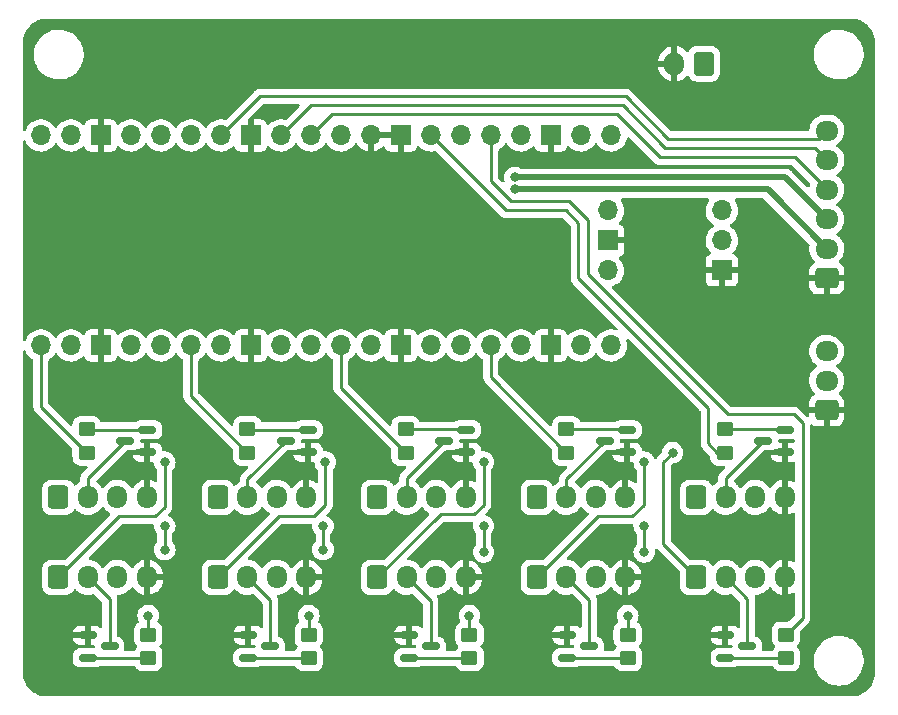
<source format=gbl>
%TF.GenerationSoftware,KiCad,Pcbnew,(6.0.8)*%
%TF.CreationDate,2023-01-05T18:41:50-07:00*%
%TF.ProjectId,PicoIO,5069636f-494f-42e6-9b69-6361645f7063,rev?*%
%TF.SameCoordinates,Original*%
%TF.FileFunction,Copper,L2,Bot*%
%TF.FilePolarity,Positive*%
%FSLAX46Y46*%
G04 Gerber Fmt 4.6, Leading zero omitted, Abs format (unit mm)*
G04 Created by KiCad (PCBNEW (6.0.8)) date 2023-01-05 18:41:50*
%MOMM*%
%LPD*%
G01*
G04 APERTURE LIST*
G04 Aperture macros list*
%AMRoundRect*
0 Rectangle with rounded corners*
0 $1 Rounding radius*
0 $2 $3 $4 $5 $6 $7 $8 $9 X,Y pos of 4 corners*
0 Add a 4 corners polygon primitive as box body*
4,1,4,$2,$3,$4,$5,$6,$7,$8,$9,$2,$3,0*
0 Add four circle primitives for the rounded corners*
1,1,$1+$1,$2,$3*
1,1,$1+$1,$4,$5*
1,1,$1+$1,$6,$7*
1,1,$1+$1,$8,$9*
0 Add four rect primitives between the rounded corners*
20,1,$1+$1,$2,$3,$4,$5,0*
20,1,$1+$1,$4,$5,$6,$7,0*
20,1,$1+$1,$6,$7,$8,$9,0*
20,1,$1+$1,$8,$9,$2,$3,0*%
G04 Aperture macros list end*
%TA.AperFunction,ComponentPad*%
%ADD10RoundRect,0.250000X-0.600000X-0.725000X0.600000X-0.725000X0.600000X0.725000X-0.600000X0.725000X0*%
%TD*%
%TA.AperFunction,ComponentPad*%
%ADD11O,1.700000X1.950000*%
%TD*%
%TA.AperFunction,ComponentPad*%
%ADD12O,1.700000X1.700000*%
%TD*%
%TA.AperFunction,ComponentPad*%
%ADD13R,1.700000X1.700000*%
%TD*%
%TA.AperFunction,ComponentPad*%
%ADD14RoundRect,0.250000X0.725000X-0.600000X0.725000X0.600000X-0.725000X0.600000X-0.725000X-0.600000X0*%
%TD*%
%TA.AperFunction,ComponentPad*%
%ADD15O,1.950000X1.700000*%
%TD*%
%TA.AperFunction,ComponentPad*%
%ADD16RoundRect,0.250000X0.600000X0.750000X-0.600000X0.750000X-0.600000X-0.750000X0.600000X-0.750000X0*%
%TD*%
%TA.AperFunction,ComponentPad*%
%ADD17O,1.700000X2.000000*%
%TD*%
%TA.AperFunction,SMDPad,CuDef*%
%ADD18RoundRect,0.150000X-0.587500X-0.150000X0.587500X-0.150000X0.587500X0.150000X-0.587500X0.150000X0*%
%TD*%
%TA.AperFunction,SMDPad,CuDef*%
%ADD19RoundRect,0.250000X0.450000X-0.350000X0.450000X0.350000X-0.450000X0.350000X-0.450000X-0.350000X0*%
%TD*%
%TA.AperFunction,SMDPad,CuDef*%
%ADD20RoundRect,0.150000X0.587500X0.150000X-0.587500X0.150000X-0.587500X-0.150000X0.587500X-0.150000X0*%
%TD*%
%TA.AperFunction,SMDPad,CuDef*%
%ADD21RoundRect,0.250000X-0.450000X0.350000X-0.450000X-0.350000X0.450000X-0.350000X0.450000X0.350000X0*%
%TD*%
%TA.AperFunction,ViaPad*%
%ADD22C,0.800000*%
%TD*%
%TA.AperFunction,Conductor*%
%ADD23C,0.250000*%
%TD*%
%TA.AperFunction,Conductor*%
%ADD24C,0.500000*%
%TD*%
G04 APERTURE END LIST*
D10*
%TO.P,J5,1,Pin_1*%
%TO.N,P1 DR*%
X167480000Y-106508000D03*
D11*
%TO.P,J5,2,Pin_2*%
%TO.N,Net-(J5-Pad2)*%
X169980000Y-106508000D03*
%TO.P,J5,3,Pin_3*%
%TO.N,LED +*%
X172480000Y-106508000D03*
%TO.P,J5,4,Pin_4*%
%TO.N,GND*%
X174980000Y-106508000D03*
%TD*%
D12*
%TO.P,U1,1,GPIO0*%
%TO.N,P1 DL LED*%
X111992000Y-93655000D03*
%TO.P,U1,2,GPIO1*%
%TO.N,P1 DL*%
X114532000Y-93655000D03*
D13*
%TO.P,U1,3,GND*%
%TO.N,GND*%
X117072000Y-93655000D03*
D12*
%TO.P,U1,4,GPIO2*%
%TO.N,P2 DL LED*%
X119612000Y-93655000D03*
%TO.P,U1,5,GPIO3*%
%TO.N,P2 DL*%
X122152000Y-93655000D03*
%TO.P,U1,6,GPIO4*%
%TO.N,P1 UL LED*%
X124692000Y-93655000D03*
%TO.P,U1,7,GPIO5*%
%TO.N,P1 UL*%
X127232000Y-93655000D03*
D13*
%TO.P,U1,8,GND*%
%TO.N,GND*%
X129772000Y-93655000D03*
D12*
%TO.P,U1,9,GPIO6*%
%TO.N,P2 UL LED*%
X132312000Y-93655000D03*
%TO.P,U1,10,GPIO7*%
%TO.N,P2 UL*%
X134852000Y-93655000D03*
%TO.P,U1,11,GPIO8*%
%TO.N,P1 CN LED*%
X137392000Y-93655000D03*
%TO.P,U1,12,GPIO9*%
%TO.N,P1 CN*%
X139932000Y-93655000D03*
D13*
%TO.P,U1,13,GND*%
%TO.N,GND*%
X142472000Y-93655000D03*
D12*
%TO.P,U1,14,GPIO10*%
%TO.N,P2 CN LED*%
X145012000Y-93655000D03*
%TO.P,U1,15,GPIO11*%
%TO.N,P2 CN*%
X147552000Y-93655000D03*
%TO.P,U1,16,GPIO12*%
%TO.N,P1 UR LED*%
X150092000Y-93655000D03*
%TO.P,U1,17,GPIO13*%
%TO.N,P1 UR*%
X152632000Y-93655000D03*
D13*
%TO.P,U1,18,GND*%
%TO.N,GND*%
X155172000Y-93655000D03*
D12*
%TO.P,U1,19,GPIO14*%
%TO.N,P2 UR LED*%
X157712000Y-93655000D03*
%TO.P,U1,20,GPIO15*%
%TO.N,P2 UR*%
X160252000Y-93655000D03*
%TO.P,U1,21,GPIO16*%
%TO.N,SERVICE*%
X160252000Y-75875000D03*
%TO.P,U1,22,GPIO17*%
%TO.N,TEST*%
X157712000Y-75875000D03*
D13*
%TO.P,U1,23,GND*%
%TO.N,GND*%
X155172000Y-75875000D03*
D12*
%TO.P,U1,24,GPIO18*%
%TO.N,P2 DR*%
X152632000Y-75875000D03*
%TO.P,U1,25,GPIO19*%
%TO.N,P2 DR LED*%
X150092000Y-75875000D03*
%TO.P,U1,26,GPIO20*%
%TO.N,P1 DR*%
X147552000Y-75875000D03*
%TO.P,U1,27,GPIO21*%
%TO.N,P1 DR LED*%
X145012000Y-75875000D03*
D13*
%TO.P,U1,28,GND*%
%TO.N,GND*%
X142472000Y-75875000D03*
D12*
%TO.P,U1,29,GPIO22*%
X139932000Y-75875000D03*
%TO.P,U1,30,RUN*%
%TO.N,unconnected-(U1-Pad30)*%
X137392000Y-75875000D03*
%TO.P,U1,31,GPIO26_ADC0*%
%TO.N,GP26*%
X134852000Y-75875000D03*
%TO.P,U1,32,GPIO27_ADC1*%
%TO.N,GP27*%
X132312000Y-75875000D03*
D13*
%TO.P,U1,33,AGND*%
%TO.N,GND*%
X129772000Y-75875000D03*
D12*
%TO.P,U1,34,GPIO28_ADC2*%
%TO.N,GP28*%
X127232000Y-75875000D03*
%TO.P,U1,35,ADC_VREF*%
%TO.N,unconnected-(U1-Pad35)*%
X124692000Y-75875000D03*
%TO.P,U1,36,3V3*%
%TO.N,+3V3*%
X122152000Y-75875000D03*
%TO.P,U1,37,3V3_EN*%
%TO.N,unconnected-(U1-Pad37)*%
X119612000Y-75875000D03*
D13*
%TO.P,U1,38,GND*%
%TO.N,GND*%
X117072000Y-75875000D03*
D12*
%TO.P,U1,39,VSYS*%
%TO.N,unconnected-(U1-Pad39)*%
X114532000Y-75875000D03*
%TO.P,U1,40,VBUS*%
%TO.N,+5V*%
X111992000Y-75875000D03*
%TO.P,U1,41,SWCLK*%
%TO.N,SWCLK*%
X160022000Y-87305000D03*
D13*
%TO.P,U1,42,GND*%
%TO.N,GND*%
X160022000Y-84765000D03*
D12*
%TO.P,U1,43,SWDIO*%
%TO.N,SWDIO*%
X160022000Y-82225000D03*
%TD*%
D10*
%TO.P,J10,1,Pin_1*%
%TO.N,P2 DR*%
X167480000Y-113283000D03*
D11*
%TO.P,J10,2,Pin_2*%
%TO.N,Net-(J10-Pad2)*%
X169980000Y-113283000D03*
%TO.P,J10,3,Pin_3*%
%TO.N,LED +*%
X172480000Y-113283000D03*
%TO.P,J10,4,Pin_4*%
%TO.N,GND*%
X174980000Y-113283000D03*
%TD*%
D14*
%TO.P,J11,1,Pin_1*%
%TO.N,GND*%
X178523000Y-99143000D03*
D15*
%TO.P,J11,2,Pin_2*%
%TO.N,TEST*%
X178523000Y-96643000D03*
%TO.P,J11,3,Pin_3*%
%TO.N,SERVICE*%
X178523000Y-94143000D03*
%TD*%
D10*
%TO.P,J6,1,Pin_1*%
%TO.N,P2 DL*%
X113480000Y-113283000D03*
D11*
%TO.P,J6,2,Pin_2*%
%TO.N,Net-(J6-Pad2)*%
X115980000Y-113283000D03*
%TO.P,J6,3,Pin_3*%
%TO.N,LED +*%
X118480000Y-113283000D03*
%TO.P,J6,4,Pin_4*%
%TO.N,GND*%
X120980000Y-113283000D03*
%TD*%
D10*
%TO.P,J7,1,Pin_1*%
%TO.N,P2 UL*%
X126980000Y-113283000D03*
D11*
%TO.P,J7,2,Pin_2*%
%TO.N,Net-(J7-Pad2)*%
X129480000Y-113283000D03*
%TO.P,J7,3,Pin_3*%
%TO.N,LED +*%
X131980000Y-113283000D03*
%TO.P,J7,4,Pin_4*%
%TO.N,GND*%
X134480000Y-113283000D03*
%TD*%
D10*
%TO.P,J3,1,Pin_1*%
%TO.N,P1 CN*%
X140480000Y-106508000D03*
D11*
%TO.P,J3,2,Pin_2*%
%TO.N,Net-(J3-Pad2)*%
X142980000Y-106508000D03*
%TO.P,J3,3,Pin_3*%
%TO.N,LED +*%
X145480000Y-106508000D03*
%TO.P,J3,4,Pin_4*%
%TO.N,GND*%
X147980000Y-106508000D03*
%TD*%
D10*
%TO.P,J4,1,Pin_1*%
%TO.N,P1 UR*%
X153980000Y-106508000D03*
D11*
%TO.P,J4,2,Pin_2*%
%TO.N,Net-(J4-Pad2)*%
X156480000Y-106508000D03*
%TO.P,J4,3,Pin_3*%
%TO.N,LED +*%
X158980000Y-106508000D03*
%TO.P,J4,4,Pin_4*%
%TO.N,GND*%
X161480000Y-106508000D03*
%TD*%
D10*
%TO.P,J1,1,Pin_1*%
%TO.N,P1 DL*%
X113480000Y-106508000D03*
D11*
%TO.P,J1,2,Pin_2*%
%TO.N,Net-(J1-Pad2)*%
X115980000Y-106508000D03*
%TO.P,J1,3,Pin_3*%
%TO.N,LED +*%
X118480000Y-106508000D03*
%TO.P,J1,4,Pin_4*%
%TO.N,GND*%
X120980000Y-106508000D03*
%TD*%
D14*
%TO.P,J12,1,Pin_1*%
%TO.N,GND*%
X178540000Y-87967000D03*
D15*
%TO.P,J12,2,Pin_2*%
%TO.N,+5V*%
X178540000Y-85467000D03*
%TO.P,J12,3,Pin_3*%
%TO.N,+3V3*%
X178540000Y-82967000D03*
%TO.P,J12,4,Pin_4*%
%TO.N,GP26*%
X178540000Y-80467000D03*
%TO.P,J12,5,Pin_5*%
%TO.N,GP27*%
X178540000Y-77967000D03*
%TO.P,J12,6,Pin_6*%
%TO.N,GP28*%
X178540000Y-75467000D03*
%TD*%
D10*
%TO.P,J2,1,Pin_1*%
%TO.N,P1 UL*%
X126980000Y-106508000D03*
D11*
%TO.P,J2,2,Pin_2*%
%TO.N,Net-(J2-Pad2)*%
X129480000Y-106508000D03*
%TO.P,J2,3,Pin_3*%
%TO.N,LED +*%
X131980000Y-106508000D03*
%TO.P,J2,4,Pin_4*%
%TO.N,GND*%
X134480000Y-106508000D03*
%TD*%
D13*
%TO.P,J13,1,Pin_1*%
%TO.N,GND*%
X169650000Y-87290000D03*
D12*
%TO.P,J13,2,Pin_2*%
%TO.N,SWCLK*%
X169650000Y-84750000D03*
%TO.P,J13,3,Pin_3*%
%TO.N,SWDIO*%
X169650000Y-82210000D03*
%TD*%
D10*
%TO.P,J9,1,Pin_1*%
%TO.N,P2 UR*%
X153980000Y-113283000D03*
D11*
%TO.P,J9,2,Pin_2*%
%TO.N,Net-(J9-Pad2)*%
X156480000Y-113283000D03*
%TO.P,J9,3,Pin_3*%
%TO.N,LED +*%
X158980000Y-113283000D03*
%TO.P,J9,4,Pin_4*%
%TO.N,GND*%
X161480000Y-113283000D03*
%TD*%
D16*
%TO.P,J14,1,Pin_1*%
%TO.N,LED +*%
X168126000Y-69796000D03*
D17*
%TO.P,J14,2,Pin_2*%
%TO.N,GND*%
X165626000Y-69796000D03*
%TD*%
D10*
%TO.P,J8,1,Pin_1*%
%TO.N,P2 CN*%
X140480000Y-113283000D03*
D11*
%TO.P,J8,2,Pin_2*%
%TO.N,Net-(J8-Pad2)*%
X142980000Y-113283000D03*
%TO.P,J8,3,Pin_3*%
%TO.N,LED +*%
X145480000Y-113283000D03*
%TO.P,J8,4,Pin_4*%
%TO.N,GND*%
X147980000Y-113283000D03*
%TD*%
D18*
%TO.P,Q9,1,G*%
%TO.N,Net-(Q9-Pad1)*%
X156542500Y-120083000D03*
%TO.P,Q9,2,S*%
%TO.N,GND*%
X156542500Y-118183000D03*
%TO.P,Q9,3,D*%
%TO.N,Net-(J9-Pad2)*%
X158417500Y-119133000D03*
%TD*%
D19*
%TO.P,R2,1*%
%TO.N,P1 UL LED*%
X129480000Y-102733000D03*
%TO.P,R2,2*%
%TO.N,Net-(Q2-Pad1)*%
X129480000Y-100733000D03*
%TD*%
D20*
%TO.P,Q5,1,G*%
%TO.N,Net-(Q5-Pad1)*%
X175017500Y-100783000D03*
%TO.P,Q5,2,S*%
%TO.N,GND*%
X175017500Y-102683000D03*
%TO.P,Q5,3,D*%
%TO.N,Net-(J5-Pad2)*%
X173142500Y-101733000D03*
%TD*%
%TO.P,Q3,1,G*%
%TO.N,Net-(Q3-Pad1)*%
X148017500Y-100783000D03*
%TO.P,Q3,2,S*%
%TO.N,GND*%
X148017500Y-102683000D03*
%TO.P,Q3,3,D*%
%TO.N,Net-(J3-Pad2)*%
X146142500Y-101733000D03*
%TD*%
D19*
%TO.P,R4,1*%
%TO.N,P1 UR LED*%
X156480000Y-102733000D03*
%TO.P,R4,2*%
%TO.N,Net-(Q4-Pad1)*%
X156480000Y-100733000D03*
%TD*%
%TO.P,R3,1*%
%TO.N,P1 CN LED*%
X142880000Y-102733000D03*
%TO.P,R3,2*%
%TO.N,Net-(Q3-Pad1)*%
X142880000Y-100733000D03*
%TD*%
%TO.P,R5,1*%
%TO.N,P1 DR LED*%
X169880000Y-102733000D03*
%TO.P,R5,2*%
%TO.N,Net-(Q5-Pad1)*%
X169880000Y-100733000D03*
%TD*%
%TO.P,R1,1*%
%TO.N,P1 DL LED*%
X115880000Y-102733000D03*
%TO.P,R1,2*%
%TO.N,Net-(Q1-Pad1)*%
X115880000Y-100733000D03*
%TD*%
D21*
%TO.P,R7,1*%
%TO.N,P2 UL LED*%
X134680000Y-118133000D03*
%TO.P,R7,2*%
%TO.N,Net-(Q7-Pad1)*%
X134680000Y-120133000D03*
%TD*%
D20*
%TO.P,Q2,1,G*%
%TO.N,Net-(Q2-Pad1)*%
X134617500Y-100783000D03*
%TO.P,Q2,2,S*%
%TO.N,GND*%
X134617500Y-102683000D03*
%TO.P,Q2,3,D*%
%TO.N,Net-(J2-Pad2)*%
X132742500Y-101733000D03*
%TD*%
%TO.P,Q4,1,G*%
%TO.N,Net-(Q4-Pad1)*%
X161617500Y-100783000D03*
%TO.P,Q4,2,S*%
%TO.N,GND*%
X161617500Y-102683000D03*
%TO.P,Q4,3,D*%
%TO.N,Net-(J4-Pad2)*%
X159742500Y-101733000D03*
%TD*%
D18*
%TO.P,Q7,1,G*%
%TO.N,Net-(Q7-Pad1)*%
X129542500Y-120083000D03*
%TO.P,Q7,2,S*%
%TO.N,GND*%
X129542500Y-118183000D03*
%TO.P,Q7,3,D*%
%TO.N,Net-(J7-Pad2)*%
X131417500Y-119133000D03*
%TD*%
D21*
%TO.P,R10,1*%
%TO.N,P2 DR LED*%
X175080000Y-118133000D03*
%TO.P,R10,2*%
%TO.N,Net-(Q10-Pad1)*%
X175080000Y-120133000D03*
%TD*%
%TO.P,R8,1*%
%TO.N,P2 CN LED*%
X148280000Y-118133000D03*
%TO.P,R8,2*%
%TO.N,Net-(Q8-Pad1)*%
X148280000Y-120133000D03*
%TD*%
D18*
%TO.P,Q10,1,G*%
%TO.N,Net-(Q10-Pad1)*%
X169942500Y-120083000D03*
%TO.P,Q10,2,S*%
%TO.N,GND*%
X169942500Y-118183000D03*
%TO.P,Q10,3,D*%
%TO.N,Net-(J10-Pad2)*%
X171817500Y-119133000D03*
%TD*%
%TO.P,Q8,1,G*%
%TO.N,Net-(Q8-Pad1)*%
X143142500Y-120083000D03*
%TO.P,Q8,2,S*%
%TO.N,GND*%
X143142500Y-118183000D03*
%TO.P,Q8,3,D*%
%TO.N,Net-(J8-Pad2)*%
X145017500Y-119133000D03*
%TD*%
D20*
%TO.P,Q1,1,G*%
%TO.N,Net-(Q1-Pad1)*%
X121017500Y-100783000D03*
%TO.P,Q1,2,S*%
%TO.N,GND*%
X121017500Y-102683000D03*
%TO.P,Q1,3,D*%
%TO.N,Net-(J1-Pad2)*%
X119142500Y-101733000D03*
%TD*%
D21*
%TO.P,R9,1*%
%TO.N,P2 UR LED*%
X161680000Y-118133000D03*
%TO.P,R9,2*%
%TO.N,Net-(Q9-Pad1)*%
X161680000Y-120133000D03*
%TD*%
D18*
%TO.P,Q6,1,G*%
%TO.N,Net-(Q6-Pad1)*%
X115942500Y-120083000D03*
%TO.P,Q6,2,S*%
%TO.N,GND*%
X115942500Y-118183000D03*
%TO.P,Q6,3,D*%
%TO.N,Net-(J6-Pad2)*%
X117817500Y-119133000D03*
%TD*%
D21*
%TO.P,R6,1*%
%TO.N,P2 DL LED*%
X121080000Y-118133000D03*
%TO.P,R6,2*%
%TO.N,Net-(Q6-Pad1)*%
X121080000Y-120133000D03*
%TD*%
D22*
%TO.N,P2 DL*%
X122480000Y-103533000D03*
%TO.N,P2 DL LED*%
X121080000Y-116533000D03*
X122480000Y-108933000D03*
X122480000Y-110933000D03*
%TO.N,P2 UL*%
X136080000Y-103533000D03*
%TO.N,P2 UL LED*%
X135880000Y-110933000D03*
X135880000Y-108933000D03*
X134680000Y-116533000D03*
%TO.N,P2 CN*%
X149480000Y-103533000D03*
%TO.N,P2 CN LED*%
X149480000Y-108933000D03*
X148280000Y-116533000D03*
X149480000Y-111133000D03*
%TO.N,P2 UR*%
X163080000Y-103533000D03*
%TO.N,P2 UR LED*%
X163080000Y-111133000D03*
X163080000Y-108933000D03*
X161680000Y-116533000D03*
%TO.N,P2 DR*%
X165480000Y-102733000D03*
%TO.N,+3V3*%
X152124000Y-79431000D03*
%TO.N,+5V*%
X152124000Y-80447000D03*
%TD*%
D23*
%TO.N,P1 DL LED*%
X115880000Y-102733000D02*
X111992000Y-98845000D01*
X111992000Y-98845000D02*
X111992000Y-93655000D01*
%TO.N,P1 UL LED*%
X124692000Y-97945000D02*
X124692000Y-93655000D01*
X129480000Y-102733000D02*
X124692000Y-97945000D01*
%TO.N,P1 CN LED*%
X137392000Y-97245000D02*
X137392000Y-93655000D01*
X142880000Y-102733000D02*
X137392000Y-97245000D01*
%TO.N,P1 UR LED*%
X150092000Y-96345000D02*
X150092000Y-93655000D01*
X156480000Y-102733000D02*
X150092000Y-96345000D01*
%TO.N,P1 DR LED*%
X157480000Y-83263000D02*
X156442000Y-82225000D01*
X169280000Y-102733000D02*
X168480000Y-101933000D01*
X157480000Y-87933000D02*
X157480000Y-83263000D01*
X151362000Y-82225000D02*
X145012000Y-75875000D01*
X168480000Y-101933000D02*
X168480000Y-98933000D01*
X168480000Y-98933000D02*
X157480000Y-87933000D01*
X169880000Y-102733000D02*
X169280000Y-102733000D01*
X156442000Y-82225000D02*
X151362000Y-82225000D01*
%TO.N,P2 DL*%
X122480000Y-107333000D02*
X122480000Y-103533000D01*
X121680000Y-108133000D02*
X122480000Y-107333000D01*
X118630000Y-108133000D02*
X121680000Y-108133000D01*
X113480000Y-113283000D02*
X118630000Y-108133000D01*
%TO.N,P2 DL LED*%
X122480000Y-110933000D02*
X122480000Y-108933000D01*
X121080000Y-118133000D02*
X121080000Y-116533000D01*
%TO.N,P2 UL*%
X126980000Y-113283000D02*
X132130000Y-108133000D01*
X136080000Y-107133000D02*
X136080000Y-103533000D01*
X135080000Y-108133000D02*
X136080000Y-107133000D01*
X132130000Y-108133000D02*
X135080000Y-108133000D01*
%TO.N,P2 UL LED*%
X134680000Y-118133000D02*
X134680000Y-116533000D01*
X135880000Y-110933000D02*
X135880000Y-108933000D01*
%TO.N,P2 CN*%
X145830000Y-107933000D02*
X148680000Y-107933000D01*
X148680000Y-107933000D02*
X149480000Y-107133000D01*
X149480000Y-107133000D02*
X149480000Y-103533000D01*
X140480000Y-113283000D02*
X145830000Y-107933000D01*
%TO.N,P2 CN LED*%
X148280000Y-118133000D02*
X148280000Y-116533000D01*
X149480000Y-111133000D02*
X149480000Y-108933000D01*
%TO.N,P2 UR*%
X159130000Y-108133000D02*
X162080000Y-108133000D01*
X162080000Y-108133000D02*
X163080000Y-107133000D01*
X163080000Y-107133000D02*
X163080000Y-103533000D01*
X153980000Y-113283000D02*
X159130000Y-108133000D01*
%TO.N,P2 UR LED*%
X161680000Y-118133000D02*
X161680000Y-116533000D01*
X163080000Y-111133000D02*
X163080000Y-108933000D01*
%TO.N,P2 DR*%
X164680000Y-103533000D02*
X164680000Y-110483000D01*
X165480000Y-102733000D02*
X164680000Y-103533000D01*
X164680000Y-110483000D02*
X167480000Y-113283000D01*
%TO.N,P2 DR LED*%
X175080000Y-118133000D02*
X176480000Y-116733000D01*
X158280000Y-83047000D02*
X156696000Y-81463000D01*
X156696000Y-81463000D02*
X151805000Y-81463000D01*
X170158000Y-99497000D02*
X158280000Y-87619000D01*
X151805000Y-81463000D02*
X150092000Y-79750000D01*
X158280000Y-87619000D02*
X158280000Y-83047000D01*
X176480000Y-100231000D02*
X175746000Y-99497000D01*
X150092000Y-79750000D02*
X150092000Y-75875000D01*
X175746000Y-99497000D02*
X170158000Y-99497000D01*
X176480000Y-116733000D02*
X176480000Y-100231000D01*
D24*
%TO.N,+3V3*%
X152124000Y-79431000D02*
X175004000Y-79431000D01*
X175004000Y-79431000D02*
X178540000Y-82967000D01*
%TO.N,+5V*%
X173520000Y-80447000D02*
X178540000Y-85467000D01*
X152124000Y-80447000D02*
X173520000Y-80447000D01*
D23*
%TO.N,Net-(J1-Pad2)*%
X115980000Y-104895500D02*
X115980000Y-106508000D01*
X119142500Y-101733000D02*
X115980000Y-104895500D01*
%TO.N,Net-(J2-Pad2)*%
X129480000Y-104995500D02*
X129480000Y-106508000D01*
X132742500Y-101733000D02*
X129480000Y-104995500D01*
%TO.N,Net-(J3-Pad2)*%
X146142500Y-101733000D02*
X142980000Y-104895500D01*
X142980000Y-104895500D02*
X142980000Y-106508000D01*
%TO.N,Net-(J4-Pad2)*%
X159742500Y-101733000D02*
X156480000Y-104995500D01*
X156480000Y-104995500D02*
X156480000Y-106508000D01*
%TO.N,Net-(J5-Pad2)*%
X173142500Y-101733000D02*
X169980000Y-104895500D01*
X169980000Y-104895500D02*
X169980000Y-106508000D01*
%TO.N,GP26*%
X178540000Y-80447000D02*
X178540000Y-80467000D01*
X175826000Y-77733000D02*
X178540000Y-80447000D01*
X134852000Y-75875000D02*
X136630000Y-74097000D01*
X164396000Y-77733000D02*
X175826000Y-77733000D01*
X160760000Y-74097000D02*
X164396000Y-77733000D01*
X136630000Y-74097000D02*
X160760000Y-74097000D01*
%TO.N,GP27*%
X134852000Y-73335000D02*
X161268000Y-73335000D01*
X161268000Y-73335000D02*
X164866000Y-76933000D01*
X132312000Y-75875000D02*
X134852000Y-73335000D01*
X164866000Y-76933000D02*
X177506000Y-76933000D01*
X177506000Y-76933000D02*
X178540000Y-77967000D01*
%TO.N,GP28*%
X161522000Y-72573000D02*
X165082000Y-76133000D01*
X130534000Y-72573000D02*
X161522000Y-72573000D01*
X177874000Y-76133000D02*
X178540000Y-75467000D01*
X127232000Y-75875000D02*
X130534000Y-72573000D01*
X165082000Y-76133000D02*
X177874000Y-76133000D01*
%TO.N,Net-(J6-Pad2)*%
X115980000Y-113283000D02*
X117817500Y-115120500D01*
X117817500Y-115120500D02*
X117817500Y-119133000D01*
%TO.N,Net-(J7-Pad2)*%
X131417500Y-115220500D02*
X131417500Y-119133000D01*
X129480000Y-113283000D02*
X131417500Y-115220500D01*
%TO.N,Net-(J8-Pad2)*%
X145017500Y-115320500D02*
X145017500Y-119133000D01*
X142980000Y-113283000D02*
X145017500Y-115320500D01*
%TO.N,Net-(Q1-Pad1)*%
X115880000Y-100733000D02*
X115930000Y-100783000D01*
X115930000Y-100783000D02*
X121017500Y-100783000D01*
%TO.N,Net-(Q2-Pad1)*%
X129480000Y-100733000D02*
X129530000Y-100783000D01*
X129530000Y-100783000D02*
X134617500Y-100783000D01*
%TO.N,Net-(Q3-Pad1)*%
X142880000Y-100733000D02*
X147967500Y-100733000D01*
X147967500Y-100733000D02*
X148017500Y-100783000D01*
%TO.N,Net-(Q4-Pad1)*%
X161567500Y-100733000D02*
X161617500Y-100783000D01*
X156480000Y-100733000D02*
X161567500Y-100733000D01*
%TO.N,Net-(Q5-Pad1)*%
X174967500Y-100733000D02*
X175017500Y-100783000D01*
X169880000Y-100733000D02*
X174967500Y-100733000D01*
%TO.N,Net-(Q6-Pad1)*%
X121080000Y-120133000D02*
X115992500Y-120133000D01*
%TO.N,Net-(Q7-Pad1)*%
X134680000Y-120133000D02*
X129592500Y-120133000D01*
%TO.N,Net-(Q8-Pad1)*%
X148280000Y-120133000D02*
X143192500Y-120133000D01*
%TO.N,Net-(Q9-Pad1)*%
X161680000Y-120133000D02*
X156592500Y-120133000D01*
%TO.N,Net-(Q10-Pad1)*%
X175080000Y-120133000D02*
X169992500Y-120133000D01*
%TO.N,Net-(J9-Pad2)*%
X158417500Y-115220500D02*
X158417500Y-119133000D01*
X156480000Y-113283000D02*
X158417500Y-115220500D01*
%TO.N,Net-(J10-Pad2)*%
X169980000Y-113283000D02*
X171817500Y-115120500D01*
X171817500Y-115120500D02*
X171817500Y-119133000D01*
%TD*%
%TA.AperFunction,Conductor*%
%TO.N,GND*%
G36*
X180542018Y-65971000D02*
G01*
X180556851Y-65973310D01*
X180556855Y-65973310D01*
X180565724Y-65974691D01*
X180574626Y-65973527D01*
X180574629Y-65973527D01*
X180582012Y-65972561D01*
X180606591Y-65971767D01*
X180633442Y-65973527D01*
X180828922Y-65986340D01*
X180845262Y-65988491D01*
X180967477Y-66012801D01*
X181089696Y-66037112D01*
X181105606Y-66041375D01*
X181341600Y-66121484D01*
X181356826Y-66127791D01*
X181580342Y-66238016D01*
X181594616Y-66246257D01*
X181801829Y-66384713D01*
X181814905Y-66394746D01*
X182002278Y-66559068D01*
X182013932Y-66570722D01*
X182178254Y-66758095D01*
X182188287Y-66771171D01*
X182326743Y-66978384D01*
X182334984Y-66992658D01*
X182445209Y-67216174D01*
X182451515Y-67231398D01*
X182531625Y-67467394D01*
X182535889Y-67483307D01*
X182584509Y-67727738D01*
X182586660Y-67744078D01*
X182600763Y-67959236D01*
X182599733Y-67982350D01*
X182599690Y-67985854D01*
X182598309Y-67994724D01*
X182599473Y-68003626D01*
X182599473Y-68003628D01*
X182602436Y-68026283D01*
X182603500Y-68042621D01*
X182603500Y-121291621D01*
X182601999Y-121311012D01*
X182598309Y-121334704D01*
X182600439Y-121350999D01*
X182601232Y-121375568D01*
X182600521Y-121386407D01*
X182586651Y-121597905D01*
X182584499Y-121614244D01*
X182535872Y-121858669D01*
X182531606Y-121874588D01*
X182451493Y-122110576D01*
X182445186Y-122125802D01*
X182334959Y-122349312D01*
X182326720Y-122363584D01*
X182188250Y-122570814D01*
X182178224Y-122583879D01*
X182013897Y-122771256D01*
X182002256Y-122782897D01*
X181814879Y-122947224D01*
X181801814Y-122957250D01*
X181594585Y-123095719D01*
X181580312Y-123103959D01*
X181356802Y-123214186D01*
X181341576Y-123220493D01*
X181105588Y-123300606D01*
X181089669Y-123304872D01*
X180845244Y-123353499D01*
X180828905Y-123355651D01*
X180704807Y-123363790D01*
X180613736Y-123369762D01*
X180590628Y-123368733D01*
X180587130Y-123368690D01*
X180578256Y-123367309D01*
X180546702Y-123371436D01*
X180530363Y-123372500D01*
X112549367Y-123372500D01*
X112529982Y-123371000D01*
X112515149Y-123368690D01*
X112515145Y-123368690D01*
X112506276Y-123367309D01*
X112497374Y-123368473D01*
X112497371Y-123368473D01*
X112489988Y-123369439D01*
X112465409Y-123370233D01*
X112420799Y-123367309D01*
X112243078Y-123355660D01*
X112226738Y-123353509D01*
X112104522Y-123329199D01*
X111982304Y-123304888D01*
X111966394Y-123300625D01*
X111730398Y-123220515D01*
X111715174Y-123214209D01*
X111491658Y-123103984D01*
X111477384Y-123095743D01*
X111270171Y-122957287D01*
X111257095Y-122947254D01*
X111069722Y-122782932D01*
X111058068Y-122771278D01*
X110893746Y-122583905D01*
X110883713Y-122570829D01*
X110745257Y-122363616D01*
X110737016Y-122349342D01*
X110626791Y-122125826D01*
X110620484Y-122110600D01*
X110620476Y-122110576D01*
X110540375Y-121874606D01*
X110536111Y-121858693D01*
X110521746Y-121786472D01*
X110487491Y-121614262D01*
X110485340Y-121597922D01*
X110471476Y-121386407D01*
X110472650Y-121363232D01*
X110472334Y-121363204D01*
X110472770Y-121358344D01*
X110473576Y-121353552D01*
X110473729Y-121341000D01*
X110469773Y-121313376D01*
X110468500Y-121295514D01*
X110468500Y-118448871D01*
X114703456Y-118448871D01*
X114744107Y-118588790D01*
X114750352Y-118603221D01*
X114826911Y-118732678D01*
X114836551Y-118745104D01*
X114942896Y-118851449D01*
X114955322Y-118861089D01*
X115084779Y-118937648D01*
X115099210Y-118943893D01*
X115245065Y-118986269D01*
X115257667Y-118988570D01*
X115286084Y-118990807D01*
X115291014Y-118991000D01*
X115670385Y-118991000D01*
X115685624Y-118986525D01*
X115686829Y-118985135D01*
X115688500Y-118977452D01*
X115688500Y-118455115D01*
X115684025Y-118439876D01*
X115682635Y-118438671D01*
X115674952Y-118437000D01*
X114718122Y-118437000D01*
X114704591Y-118440973D01*
X114703456Y-118448871D01*
X110468500Y-118448871D01*
X110468500Y-117911605D01*
X114705061Y-117911605D01*
X114705101Y-117925706D01*
X114712370Y-117929000D01*
X115670385Y-117929000D01*
X115685624Y-117924525D01*
X115686829Y-117923135D01*
X115688500Y-117915452D01*
X115688500Y-117393116D01*
X115684025Y-117377877D01*
X115682635Y-117376672D01*
X115674952Y-117375001D01*
X115291017Y-117375001D01*
X115286080Y-117375195D01*
X115257664Y-117377430D01*
X115245069Y-117379730D01*
X115099210Y-117422107D01*
X115084779Y-117428352D01*
X114955322Y-117504911D01*
X114942896Y-117514551D01*
X114836551Y-117620896D01*
X114826911Y-117633322D01*
X114750352Y-117762779D01*
X114744107Y-117777210D01*
X114705061Y-117911605D01*
X110468500Y-117911605D01*
X110468500Y-94159349D01*
X110488502Y-94091228D01*
X110542158Y-94044735D01*
X110612432Y-94034631D01*
X110677012Y-94064125D01*
X110711243Y-94111945D01*
X110747768Y-94201895D01*
X110775266Y-94269616D01*
X110826019Y-94352438D01*
X110889291Y-94455688D01*
X110891987Y-94460088D01*
X111038250Y-94628938D01*
X111210126Y-94771632D01*
X111214593Y-94774242D01*
X111296070Y-94821853D01*
X111344794Y-94873491D01*
X111358500Y-94930641D01*
X111358500Y-98766233D01*
X111357973Y-98777416D01*
X111356298Y-98784909D01*
X111356547Y-98792835D01*
X111356547Y-98792836D01*
X111358438Y-98852986D01*
X111358500Y-98856945D01*
X111358500Y-98884856D01*
X111358997Y-98888790D01*
X111358997Y-98888791D01*
X111359005Y-98888856D01*
X111359938Y-98900693D01*
X111361327Y-98944889D01*
X111366978Y-98964339D01*
X111370987Y-98983700D01*
X111371258Y-98985841D01*
X111373526Y-99003797D01*
X111376445Y-99011168D01*
X111376445Y-99011170D01*
X111389804Y-99044912D01*
X111393649Y-99056142D01*
X111405982Y-99098593D01*
X111410015Y-99105412D01*
X111410017Y-99105417D01*
X111416293Y-99116028D01*
X111424988Y-99133776D01*
X111432448Y-99152617D01*
X111437110Y-99159033D01*
X111437110Y-99159034D01*
X111458436Y-99188387D01*
X111464952Y-99198307D01*
X111487458Y-99236362D01*
X111501779Y-99250683D01*
X111514619Y-99265716D01*
X111526528Y-99282107D01*
X111532634Y-99287158D01*
X111560605Y-99310298D01*
X111569384Y-99318288D01*
X114634595Y-102383499D01*
X114668621Y-102445811D01*
X114671500Y-102472594D01*
X114671500Y-103133400D01*
X114671837Y-103136646D01*
X114671837Y-103136650D01*
X114679723Y-103212650D01*
X114682474Y-103239166D01*
X114684655Y-103245702D01*
X114684655Y-103245704D01*
X114711833Y-103327166D01*
X114738450Y-103406946D01*
X114831522Y-103557348D01*
X114956697Y-103682305D01*
X115107262Y-103775115D01*
X115168432Y-103795404D01*
X115268611Y-103828632D01*
X115268613Y-103828632D01*
X115275139Y-103830797D01*
X115281975Y-103831497D01*
X115281978Y-103831498D01*
X115325031Y-103835909D01*
X115379600Y-103841500D01*
X115833905Y-103841500D01*
X115902026Y-103861502D01*
X115948519Y-103915158D01*
X115958623Y-103985432D01*
X115929129Y-104050012D01*
X115923000Y-104056595D01*
X115587747Y-104391848D01*
X115579461Y-104399388D01*
X115572982Y-104403500D01*
X115567557Y-104409277D01*
X115526357Y-104453151D01*
X115523602Y-104455993D01*
X115503865Y-104475730D01*
X115501385Y-104478927D01*
X115493682Y-104487947D01*
X115463414Y-104520179D01*
X115459595Y-104527125D01*
X115459593Y-104527128D01*
X115453652Y-104537934D01*
X115442801Y-104554453D01*
X115430386Y-104570459D01*
X115427241Y-104577728D01*
X115427238Y-104577732D01*
X115412826Y-104611037D01*
X115407609Y-104621687D01*
X115386305Y-104660440D01*
X115384334Y-104668115D01*
X115384334Y-104668116D01*
X115381267Y-104680062D01*
X115374863Y-104698766D01*
X115366819Y-104717355D01*
X115365580Y-104725178D01*
X115365577Y-104725188D01*
X115359901Y-104761024D01*
X115357495Y-104772644D01*
X115346500Y-104815470D01*
X115346500Y-104835724D01*
X115344949Y-104855434D01*
X115341780Y-104875443D01*
X115342526Y-104883335D01*
X115345941Y-104919461D01*
X115346500Y-104931319D01*
X115346500Y-105107404D01*
X115326498Y-105175525D01*
X115285867Y-105215122D01*
X115176683Y-105281377D01*
X115172653Y-105284874D01*
X115079484Y-105365722D01*
X115002555Y-105432477D01*
X114973330Y-105468120D01*
X114914671Y-105508114D01*
X114843701Y-105510046D01*
X114782952Y-105473302D01*
X114768752Y-105454532D01*
X114682332Y-105314880D01*
X114678478Y-105308652D01*
X114553303Y-105183695D01*
X114522965Y-105164994D01*
X114408968Y-105094725D01*
X114408966Y-105094724D01*
X114402738Y-105090885D01*
X114289353Y-105053277D01*
X114241389Y-105037368D01*
X114241387Y-105037368D01*
X114234861Y-105035203D01*
X114228025Y-105034503D01*
X114228022Y-105034502D01*
X114184969Y-105030091D01*
X114130400Y-105024500D01*
X112829600Y-105024500D01*
X112826354Y-105024837D01*
X112826350Y-105024837D01*
X112730692Y-105034762D01*
X112730688Y-105034763D01*
X112723834Y-105035474D01*
X112717298Y-105037655D01*
X112717296Y-105037655D01*
X112585194Y-105081728D01*
X112556054Y-105091450D01*
X112405652Y-105184522D01*
X112280695Y-105309697D01*
X112276855Y-105315927D01*
X112276854Y-105315928D01*
X112202466Y-105436608D01*
X112187885Y-105460262D01*
X112166472Y-105524822D01*
X112136432Y-105615390D01*
X112132203Y-105628139D01*
X112131503Y-105634975D01*
X112131502Y-105634978D01*
X112129338Y-105656102D01*
X112121500Y-105732600D01*
X112121500Y-107283400D01*
X112121837Y-107286646D01*
X112121837Y-107286650D01*
X112130875Y-107373752D01*
X112132474Y-107389166D01*
X112134655Y-107395702D01*
X112134655Y-107395704D01*
X112166304Y-107490566D01*
X112188450Y-107556946D01*
X112281522Y-107707348D01*
X112406697Y-107832305D01*
X112412927Y-107836145D01*
X112412928Y-107836146D01*
X112550090Y-107920694D01*
X112557262Y-107925115D01*
X112592938Y-107936948D01*
X112718611Y-107978632D01*
X112718613Y-107978632D01*
X112725139Y-107980797D01*
X112731975Y-107981497D01*
X112731978Y-107981498D01*
X112767663Y-107985154D01*
X112829600Y-107991500D01*
X114130400Y-107991500D01*
X114133646Y-107991163D01*
X114133650Y-107991163D01*
X114229308Y-107981238D01*
X114229312Y-107981237D01*
X114236166Y-107980526D01*
X114242702Y-107978345D01*
X114242704Y-107978345D01*
X114374806Y-107934272D01*
X114403946Y-107924550D01*
X114554348Y-107831478D01*
X114679305Y-107706303D01*
X114689006Y-107690566D01*
X114714072Y-107649900D01*
X114769081Y-107560660D01*
X114821852Y-107513168D01*
X114891924Y-107501744D01*
X114957048Y-107530018D01*
X114967510Y-107539805D01*
X115009215Y-107583523D01*
X115076576Y-107654135D01*
X115080854Y-107657318D01*
X115125541Y-107690566D01*
X115261542Y-107791754D01*
X115266293Y-107794170D01*
X115266297Y-107794172D01*
X115337567Y-107830407D01*
X115467051Y-107896240D01*
X115472145Y-107897822D01*
X115472148Y-107897823D01*
X115637583Y-107949192D01*
X115687227Y-107964607D01*
X115692516Y-107965308D01*
X115910489Y-107994198D01*
X115910494Y-107994198D01*
X115915774Y-107994898D01*
X115921103Y-107994698D01*
X115921105Y-107994698D01*
X116030966Y-107990574D01*
X116146158Y-107986249D01*
X116168802Y-107981498D01*
X116366572Y-107940002D01*
X116371791Y-107938907D01*
X116376750Y-107936949D01*
X116376752Y-107936948D01*
X116581256Y-107856185D01*
X116581258Y-107856184D01*
X116586221Y-107854224D01*
X116591525Y-107851006D01*
X116778757Y-107737390D01*
X116778756Y-107737390D01*
X116783317Y-107734623D01*
X116809984Y-107711483D01*
X116953412Y-107587023D01*
X116953414Y-107587021D01*
X116957445Y-107583523D01*
X117010826Y-107518420D01*
X117100240Y-107409373D01*
X117100244Y-107409367D01*
X117103624Y-107405245D01*
X117121552Y-107373750D01*
X117172632Y-107324445D01*
X117242262Y-107310583D01*
X117308333Y-107336566D01*
X117335573Y-107365716D01*
X117417441Y-107487319D01*
X117421120Y-107491176D01*
X117421122Y-107491178D01*
X117437476Y-107508321D01*
X117576576Y-107654135D01*
X117580854Y-107657318D01*
X117625541Y-107690566D01*
X117761542Y-107791754D01*
X117766298Y-107794172D01*
X117766306Y-107794177D01*
X117814841Y-107818854D01*
X117866499Y-107867557D01*
X117883625Y-107936457D01*
X117860782Y-108003678D01*
X117846831Y-108020265D01*
X114104500Y-111762595D01*
X114042188Y-111796621D01*
X114015405Y-111799500D01*
X112829600Y-111799500D01*
X112826354Y-111799837D01*
X112826350Y-111799837D01*
X112730692Y-111809762D01*
X112730688Y-111809763D01*
X112723834Y-111810474D01*
X112717298Y-111812655D01*
X112717296Y-111812655D01*
X112585194Y-111856728D01*
X112556054Y-111866450D01*
X112405652Y-111959522D01*
X112280695Y-112084697D01*
X112276855Y-112090927D01*
X112276854Y-112090928D01*
X112202466Y-112211608D01*
X112187885Y-112235262D01*
X112166472Y-112299822D01*
X112136432Y-112390390D01*
X112132203Y-112403139D01*
X112131503Y-112409975D01*
X112131502Y-112409978D01*
X112129338Y-112431102D01*
X112121500Y-112507600D01*
X112121500Y-114058400D01*
X112121837Y-114061646D01*
X112121837Y-114061650D01*
X112129991Y-114140232D01*
X112132474Y-114164166D01*
X112134655Y-114170702D01*
X112134655Y-114170704D01*
X112166405Y-114265870D01*
X112188450Y-114331946D01*
X112281522Y-114482348D01*
X112406697Y-114607305D01*
X112412927Y-114611145D01*
X112412928Y-114611146D01*
X112550090Y-114695694D01*
X112557262Y-114700115D01*
X112592926Y-114711944D01*
X112718611Y-114753632D01*
X112718613Y-114753632D01*
X112725139Y-114755797D01*
X112731975Y-114756497D01*
X112731978Y-114756498D01*
X112767663Y-114760154D01*
X112829600Y-114766500D01*
X114130400Y-114766500D01*
X114133646Y-114766163D01*
X114133650Y-114766163D01*
X114229308Y-114756238D01*
X114229312Y-114756237D01*
X114236166Y-114755526D01*
X114242702Y-114753345D01*
X114242704Y-114753345D01*
X114391405Y-114703734D01*
X114403946Y-114699550D01*
X114554348Y-114606478D01*
X114679305Y-114481303D01*
X114769081Y-114335660D01*
X114821852Y-114288168D01*
X114891924Y-114276744D01*
X114957048Y-114305018D01*
X114967510Y-114314805D01*
X115009215Y-114358523D01*
X115076576Y-114429135D01*
X115261542Y-114566754D01*
X115266293Y-114569170D01*
X115266297Y-114569172D01*
X115307920Y-114590334D01*
X115467051Y-114671240D01*
X115472145Y-114672822D01*
X115472148Y-114672823D01*
X115607993Y-114715004D01*
X115687227Y-114739607D01*
X115692516Y-114740308D01*
X115910489Y-114769198D01*
X115910494Y-114769198D01*
X115915774Y-114769898D01*
X115921103Y-114769698D01*
X115921105Y-114769698D01*
X116038837Y-114765278D01*
X116146158Y-114761249D01*
X116152659Y-114759885D01*
X116366565Y-114715004D01*
X116366570Y-114715002D01*
X116371791Y-114713907D01*
X116397551Y-114703734D01*
X116468257Y-114697316D01*
X116532927Y-114731831D01*
X117147095Y-115345999D01*
X117181121Y-115408311D01*
X117184000Y-115435094D01*
X117184000Y-117452257D01*
X117163998Y-117520378D01*
X117110342Y-117566871D01*
X117040068Y-117576975D01*
X116975488Y-117547481D01*
X116968905Y-117541352D01*
X116942104Y-117514551D01*
X116929678Y-117504911D01*
X116800221Y-117428352D01*
X116785790Y-117422107D01*
X116639935Y-117379731D01*
X116627333Y-117377430D01*
X116598916Y-117375193D01*
X116593986Y-117375000D01*
X116214615Y-117375000D01*
X116199376Y-117379475D01*
X116198171Y-117380865D01*
X116196500Y-117388548D01*
X116196500Y-118972884D01*
X116200975Y-118988123D01*
X116202365Y-118989328D01*
X116210048Y-118990999D01*
X116445500Y-118990999D01*
X116513621Y-119011001D01*
X116560114Y-119064657D01*
X116571500Y-119116999D01*
X116571500Y-119148500D01*
X116551498Y-119216621D01*
X116497842Y-119263114D01*
X116445500Y-119274500D01*
X115288498Y-119274500D01*
X115286050Y-119274693D01*
X115286042Y-119274693D01*
X115257579Y-119276933D01*
X115257574Y-119276934D01*
X115251169Y-119277438D01*
X115157962Y-119304517D01*
X115099012Y-119321643D01*
X115099010Y-119321644D01*
X115091399Y-119323855D01*
X115084572Y-119327892D01*
X115084573Y-119327892D01*
X114955020Y-119404509D01*
X114955017Y-119404511D01*
X114948193Y-119408547D01*
X114830547Y-119526193D01*
X114826511Y-119533017D01*
X114826509Y-119533020D01*
X114773165Y-119623221D01*
X114745855Y-119669399D01*
X114699438Y-119829169D01*
X114696500Y-119866498D01*
X114696500Y-120299502D01*
X114699438Y-120336831D01*
X114701233Y-120343008D01*
X114741033Y-120480002D01*
X114745855Y-120496601D01*
X114749892Y-120503427D01*
X114826509Y-120632980D01*
X114826511Y-120632983D01*
X114830547Y-120639807D01*
X114948193Y-120757453D01*
X114955017Y-120761489D01*
X114955020Y-120761491D01*
X115062589Y-120825107D01*
X115091399Y-120842145D01*
X115099010Y-120844356D01*
X115099012Y-120844357D01*
X115151231Y-120859528D01*
X115251169Y-120888562D01*
X115257574Y-120889066D01*
X115257579Y-120889067D01*
X115286042Y-120891307D01*
X115286050Y-120891307D01*
X115288498Y-120891500D01*
X116596502Y-120891500D01*
X116598950Y-120891307D01*
X116598958Y-120891307D01*
X116627421Y-120889067D01*
X116627426Y-120889066D01*
X116633831Y-120888562D01*
X116733769Y-120859528D01*
X116785988Y-120844357D01*
X116785990Y-120844356D01*
X116793601Y-120842145D01*
X116891839Y-120784047D01*
X116955978Y-120766500D01*
X119843219Y-120766500D01*
X119911340Y-120786502D01*
X119950363Y-120826197D01*
X120031522Y-120957348D01*
X120156697Y-121082305D01*
X120162927Y-121086145D01*
X120162928Y-121086146D01*
X120300090Y-121170694D01*
X120307262Y-121175115D01*
X120387005Y-121201564D01*
X120468611Y-121228632D01*
X120468613Y-121228632D01*
X120475139Y-121230797D01*
X120481975Y-121231497D01*
X120481978Y-121231498D01*
X120525031Y-121235909D01*
X120579600Y-121241500D01*
X121580400Y-121241500D01*
X121583646Y-121241163D01*
X121583650Y-121241163D01*
X121679308Y-121231238D01*
X121679312Y-121231237D01*
X121686166Y-121230526D01*
X121692702Y-121228345D01*
X121692704Y-121228345D01*
X121824806Y-121184272D01*
X121853946Y-121174550D01*
X122004348Y-121081478D01*
X122129305Y-120956303D01*
X122170750Y-120889067D01*
X122218275Y-120811968D01*
X122218276Y-120811966D01*
X122222115Y-120805738D01*
X122277797Y-120637861D01*
X122288500Y-120533400D01*
X122288500Y-119732600D01*
X122288163Y-119729350D01*
X122278238Y-119633692D01*
X122278237Y-119633688D01*
X122277526Y-119626834D01*
X122221550Y-119459054D01*
X122128478Y-119308652D01*
X122041891Y-119222216D01*
X122007812Y-119159934D01*
X122012815Y-119089114D01*
X122041736Y-119044025D01*
X122124134Y-118961483D01*
X122129305Y-118956303D01*
X122153841Y-118916498D01*
X122218275Y-118811968D01*
X122218276Y-118811966D01*
X122222115Y-118805738D01*
X122277797Y-118637861D01*
X122288500Y-118533400D01*
X122288500Y-118448871D01*
X128303456Y-118448871D01*
X128344107Y-118588790D01*
X128350352Y-118603221D01*
X128426911Y-118732678D01*
X128436551Y-118745104D01*
X128542896Y-118851449D01*
X128555322Y-118861089D01*
X128684779Y-118937648D01*
X128699210Y-118943893D01*
X128845065Y-118986269D01*
X128857667Y-118988570D01*
X128886084Y-118990807D01*
X128891014Y-118991000D01*
X129270385Y-118991000D01*
X129285624Y-118986525D01*
X129286829Y-118985135D01*
X129288500Y-118977452D01*
X129288500Y-118455115D01*
X129284025Y-118439876D01*
X129282635Y-118438671D01*
X129274952Y-118437000D01*
X128318122Y-118437000D01*
X128304591Y-118440973D01*
X128303456Y-118448871D01*
X122288500Y-118448871D01*
X122288500Y-117911605D01*
X128305061Y-117911605D01*
X128305101Y-117925706D01*
X128312370Y-117929000D01*
X129270385Y-117929000D01*
X129285624Y-117924525D01*
X129286829Y-117923135D01*
X129288500Y-117915452D01*
X129288500Y-117393116D01*
X129284025Y-117377877D01*
X129282635Y-117376672D01*
X129274952Y-117375001D01*
X128891017Y-117375001D01*
X128886080Y-117375195D01*
X128857664Y-117377430D01*
X128845069Y-117379730D01*
X128699210Y-117422107D01*
X128684779Y-117428352D01*
X128555322Y-117504911D01*
X128542896Y-117514551D01*
X128436551Y-117620896D01*
X128426911Y-117633322D01*
X128350352Y-117762779D01*
X128344107Y-117777210D01*
X128305061Y-117911605D01*
X122288500Y-117911605D01*
X122288500Y-117732600D01*
X122277526Y-117626834D01*
X122221550Y-117459054D01*
X122128478Y-117308652D01*
X122003303Y-117183695D01*
X121923181Y-117134307D01*
X121875689Y-117081536D01*
X121864265Y-117011465D01*
X121880179Y-116964048D01*
X121882295Y-116960384D01*
X121914527Y-116904556D01*
X121973542Y-116722928D01*
X121975624Y-116703125D01*
X121992814Y-116539565D01*
X121993504Y-116533000D01*
X121973542Y-116343072D01*
X121914527Y-116161444D01*
X121819040Y-115996056D01*
X121691253Y-115854134D01*
X121536752Y-115741882D01*
X121530724Y-115739198D01*
X121530722Y-115739197D01*
X121368319Y-115666891D01*
X121368318Y-115666891D01*
X121362288Y-115664206D01*
X121268887Y-115644353D01*
X121181944Y-115625872D01*
X121181939Y-115625872D01*
X121175487Y-115624500D01*
X120984513Y-115624500D01*
X120978061Y-115625872D01*
X120978056Y-115625872D01*
X120891113Y-115644353D01*
X120797712Y-115664206D01*
X120791682Y-115666891D01*
X120791681Y-115666891D01*
X120629278Y-115739197D01*
X120629276Y-115739198D01*
X120623248Y-115741882D01*
X120468747Y-115854134D01*
X120340960Y-115996056D01*
X120245473Y-116161444D01*
X120186458Y-116343072D01*
X120166496Y-116533000D01*
X120167186Y-116539565D01*
X120184377Y-116703125D01*
X120186458Y-116722928D01*
X120245473Y-116904556D01*
X120270808Y-116948438D01*
X120279816Y-116964040D01*
X120296553Y-117033035D01*
X120273332Y-117100127D01*
X120237000Y-117134182D01*
X120155652Y-117184522D01*
X120030695Y-117309697D01*
X120026855Y-117315927D01*
X120026854Y-117315928D01*
X119957555Y-117428352D01*
X119937885Y-117460262D01*
X119935581Y-117467209D01*
X119902525Y-117566871D01*
X119882203Y-117628139D01*
X119871500Y-117732600D01*
X119871500Y-118533400D01*
X119871837Y-118536646D01*
X119871837Y-118536650D01*
X119872689Y-118544855D01*
X119882474Y-118639166D01*
X119884655Y-118645702D01*
X119884655Y-118645704D01*
X119907650Y-118714628D01*
X119938450Y-118806946D01*
X120031522Y-118957348D01*
X120062799Y-118988570D01*
X120118109Y-119043784D01*
X120152188Y-119106066D01*
X120147185Y-119176886D01*
X120118264Y-119221975D01*
X120077197Y-119263114D01*
X120030695Y-119309697D01*
X120026855Y-119315927D01*
X120026854Y-119315928D01*
X119950611Y-119439616D01*
X119897838Y-119487110D01*
X119843351Y-119499500D01*
X119188001Y-119499500D01*
X119119880Y-119479498D01*
X119073387Y-119425842D01*
X119062390Y-119363611D01*
X119063306Y-119351976D01*
X119063307Y-119351958D01*
X119063500Y-119349502D01*
X119063500Y-118916498D01*
X119063187Y-118912523D01*
X119061067Y-118885579D01*
X119061066Y-118885574D01*
X119060562Y-118879169D01*
X119014145Y-118719399D01*
X118966695Y-118639166D01*
X118933491Y-118583020D01*
X118933489Y-118583017D01*
X118929453Y-118576193D01*
X118811807Y-118458547D01*
X118804983Y-118454511D01*
X118804980Y-118454509D01*
X118675427Y-118377892D01*
X118675428Y-118377892D01*
X118668601Y-118373855D01*
X118660991Y-118371644D01*
X118660986Y-118371642D01*
X118541848Y-118337030D01*
X118482012Y-118298817D01*
X118452334Y-118234321D01*
X118451000Y-118216033D01*
X118451000Y-115199263D01*
X118451527Y-115188079D01*
X118453201Y-115180591D01*
X118451062Y-115112532D01*
X118451000Y-115108575D01*
X118451000Y-115080644D01*
X118450494Y-115076638D01*
X118449561Y-115064792D01*
X118449233Y-115054331D01*
X118448173Y-115020610D01*
X118442522Y-115001158D01*
X118438514Y-114981806D01*
X118436968Y-114969568D01*
X118436967Y-114969566D01*
X118435974Y-114961703D01*
X118426420Y-114937572D01*
X118419939Y-114866875D01*
X118452710Y-114803895D01*
X118514329Y-114768629D01*
X118538844Y-114765278D01*
X118605430Y-114762778D01*
X118646158Y-114761249D01*
X118668802Y-114756498D01*
X118822772Y-114724192D01*
X118871791Y-114713907D01*
X118876750Y-114711949D01*
X118876752Y-114711948D01*
X119081256Y-114631185D01*
X119081258Y-114631184D01*
X119086221Y-114629224D01*
X119091525Y-114626006D01*
X119278757Y-114512390D01*
X119278756Y-114512390D01*
X119283317Y-114509623D01*
X119323134Y-114475072D01*
X119453412Y-114362023D01*
X119453414Y-114362021D01*
X119457445Y-114358523D01*
X119533416Y-114265870D01*
X119600240Y-114184373D01*
X119600244Y-114184367D01*
X119603624Y-114180245D01*
X119616681Y-114157308D01*
X119621829Y-114148265D01*
X119672912Y-114098959D01*
X119742542Y-114085098D01*
X119808613Y-114111082D01*
X119835851Y-114140232D01*
X119914852Y-114257578D01*
X119921519Y-114265870D01*
X120073228Y-114424900D01*
X120081186Y-114431941D01*
X120257525Y-114563141D01*
X120266562Y-114568745D01*
X120462484Y-114668357D01*
X120472335Y-114672357D01*
X120682240Y-114737534D01*
X120692624Y-114739817D01*
X120708043Y-114741861D01*
X120722207Y-114739665D01*
X120726000Y-114726478D01*
X120726000Y-114724192D01*
X121234000Y-114724192D01*
X121237973Y-114737723D01*
X121248580Y-114739248D01*
X121366421Y-114714523D01*
X121376617Y-114711463D01*
X121581029Y-114630737D01*
X121590561Y-114626006D01*
X121778462Y-114511984D01*
X121787052Y-114505720D01*
X121953052Y-114361673D01*
X121960472Y-114354042D01*
X122099826Y-114184089D01*
X122105850Y-114175322D01*
X122214576Y-113984318D01*
X122219041Y-113974654D01*
X122294031Y-113768059D01*
X122296802Y-113757792D01*
X122333504Y-113554826D01*
X122332085Y-113541586D01*
X122317450Y-113537000D01*
X121252115Y-113537000D01*
X121236876Y-113541475D01*
X121235671Y-113542865D01*
X121234000Y-113550548D01*
X121234000Y-114724192D01*
X120726000Y-114724192D01*
X120726000Y-113010885D01*
X121234000Y-113010885D01*
X121238475Y-113026124D01*
X121239865Y-113027329D01*
X121247548Y-113029000D01*
X122313849Y-113029000D01*
X122328527Y-113024690D01*
X122330590Y-113012807D01*
X122323876Y-112933675D01*
X122322086Y-112923203D01*
X122266870Y-112710465D01*
X122263335Y-112700425D01*
X122173063Y-112500030D01*
X122167894Y-112490744D01*
X122045150Y-112308425D01*
X122038481Y-112300130D01*
X121886772Y-112141100D01*
X121878814Y-112134059D01*
X121702475Y-112002859D01*
X121693438Y-111997255D01*
X121497516Y-111897643D01*
X121487665Y-111893643D01*
X121277760Y-111828466D01*
X121267376Y-111826183D01*
X121251957Y-111824139D01*
X121237793Y-111826335D01*
X121234000Y-111839522D01*
X121234000Y-113010885D01*
X120726000Y-113010885D01*
X120726000Y-111841808D01*
X120722027Y-111828277D01*
X120711420Y-111826752D01*
X120593579Y-111851477D01*
X120583383Y-111854537D01*
X120378971Y-111935263D01*
X120369439Y-111939994D01*
X120181538Y-112054016D01*
X120172948Y-112060280D01*
X120006948Y-112204327D01*
X119999528Y-112211958D01*
X119860174Y-112381911D01*
X119854152Y-112390674D01*
X119838762Y-112417711D01*
X119787680Y-112467018D01*
X119718049Y-112480880D01*
X119651978Y-112454897D01*
X119624739Y-112425747D01*
X119588869Y-112372468D01*
X119542559Y-112303681D01*
X119483918Y-112242209D01*
X119454725Y-112211608D01*
X119383424Y-112136865D01*
X119198458Y-111999246D01*
X119193707Y-111996830D01*
X119193703Y-111996828D01*
X119075588Y-111936776D01*
X118992949Y-111894760D01*
X118987855Y-111893178D01*
X118987852Y-111893177D01*
X118777871Y-111827976D01*
X118772773Y-111826393D01*
X118767484Y-111825692D01*
X118549511Y-111796802D01*
X118549506Y-111796802D01*
X118544226Y-111796102D01*
X118538897Y-111796302D01*
X118538895Y-111796302D01*
X118429034Y-111800427D01*
X118313842Y-111804751D01*
X118308623Y-111805846D01*
X118286566Y-111810474D01*
X118088209Y-111852093D01*
X118083250Y-111854051D01*
X118083248Y-111854052D01*
X117878744Y-111934815D01*
X117878742Y-111934816D01*
X117873779Y-111936776D01*
X117869220Y-111939543D01*
X117869217Y-111939544D01*
X117770832Y-111999246D01*
X117676683Y-112056377D01*
X117672653Y-112059874D01*
X117579484Y-112140722D01*
X117502555Y-112207477D01*
X117499168Y-112211608D01*
X117359760Y-112381627D01*
X117359756Y-112381633D01*
X117356376Y-112385755D01*
X117338448Y-112417250D01*
X117287368Y-112466555D01*
X117217738Y-112480417D01*
X117151667Y-112454434D01*
X117124427Y-112425284D01*
X117097814Y-112385755D01*
X117042559Y-112303681D01*
X116983918Y-112242209D01*
X116954725Y-112211608D01*
X116883424Y-112136865D01*
X116698458Y-111999246D01*
X116693707Y-111996830D01*
X116693703Y-111996828D01*
X116575588Y-111936776D01*
X116492949Y-111894760D01*
X116487855Y-111893178D01*
X116487852Y-111893177D01*
X116277871Y-111827976D01*
X116272773Y-111826393D01*
X116267487Y-111825692D01*
X116267485Y-111825692D01*
X116204686Y-111817369D01*
X116137044Y-111808404D01*
X116072142Y-111779625D01*
X116033102Y-111720326D01*
X116032319Y-111649333D01*
X116064504Y-111594401D01*
X118855500Y-108803405D01*
X118917812Y-108769379D01*
X118944595Y-108766500D01*
X121444058Y-108766500D01*
X121512179Y-108786502D01*
X121558672Y-108840158D01*
X121569368Y-108905669D01*
X121567186Y-108926432D01*
X121566496Y-108933000D01*
X121586458Y-109122928D01*
X121645473Y-109304556D01*
X121740960Y-109469944D01*
X121814137Y-109551215D01*
X121844853Y-109615221D01*
X121846500Y-109635524D01*
X121846500Y-110230476D01*
X121826498Y-110298597D01*
X121814142Y-110314779D01*
X121740960Y-110396056D01*
X121645473Y-110561444D01*
X121586458Y-110743072D01*
X121585768Y-110749633D01*
X121585768Y-110749635D01*
X121584527Y-110761444D01*
X121566496Y-110933000D01*
X121586458Y-111122928D01*
X121645473Y-111304556D01*
X121740960Y-111469944D01*
X121868747Y-111611866D01*
X122023248Y-111724118D01*
X122029276Y-111726802D01*
X122029278Y-111726803D01*
X122191681Y-111799109D01*
X122197712Y-111801794D01*
X122263365Y-111815749D01*
X122378056Y-111840128D01*
X122378061Y-111840128D01*
X122384513Y-111841500D01*
X122575487Y-111841500D01*
X122581939Y-111840128D01*
X122581944Y-111840128D01*
X122696635Y-111815749D01*
X122762288Y-111801794D01*
X122768319Y-111799109D01*
X122930722Y-111726803D01*
X122930724Y-111726802D01*
X122936752Y-111724118D01*
X123091253Y-111611866D01*
X123219040Y-111469944D01*
X123314527Y-111304556D01*
X123373542Y-111122928D01*
X123393504Y-110933000D01*
X123375473Y-110761444D01*
X123374232Y-110749635D01*
X123374232Y-110749633D01*
X123373542Y-110743072D01*
X123314527Y-110561444D01*
X123219040Y-110396056D01*
X123145863Y-110314785D01*
X123115147Y-110250779D01*
X123113500Y-110230476D01*
X123113500Y-109635524D01*
X123133502Y-109567403D01*
X123145858Y-109551221D01*
X123219040Y-109469944D01*
X123314527Y-109304556D01*
X123373542Y-109122928D01*
X123393504Y-108933000D01*
X123376063Y-108767059D01*
X123374232Y-108749635D01*
X123374232Y-108749633D01*
X123373542Y-108743072D01*
X123314527Y-108561444D01*
X123219040Y-108396056D01*
X123152824Y-108322515D01*
X123095675Y-108259045D01*
X123095674Y-108259044D01*
X123091253Y-108254134D01*
X122936752Y-108141882D01*
X122930726Y-108139199D01*
X122930719Y-108139195D01*
X122848406Y-108102548D01*
X122794310Y-108056568D01*
X122773660Y-107988641D01*
X122793012Y-107920333D01*
X122810559Y-107898346D01*
X122872253Y-107836652D01*
X122880539Y-107829112D01*
X122887018Y-107825000D01*
X122892790Y-107818854D01*
X122933643Y-107775349D01*
X122936398Y-107772507D01*
X122956135Y-107752770D01*
X122958615Y-107749573D01*
X122966320Y-107740551D01*
X122996586Y-107708321D01*
X123000405Y-107701375D01*
X123000407Y-107701372D01*
X123006348Y-107690566D01*
X123017199Y-107674047D01*
X123024758Y-107664301D01*
X123029614Y-107658041D01*
X123032759Y-107650772D01*
X123032762Y-107650768D01*
X123047174Y-107617463D01*
X123052391Y-107606813D01*
X123073695Y-107568060D01*
X123078733Y-107548437D01*
X123085137Y-107529734D01*
X123090033Y-107518420D01*
X123090033Y-107518419D01*
X123093181Y-107511145D01*
X123094420Y-107503322D01*
X123094423Y-107503312D01*
X123100099Y-107467476D01*
X123102505Y-107455856D01*
X123111528Y-107420711D01*
X123111528Y-107420710D01*
X123113500Y-107413030D01*
X123113500Y-107392776D01*
X123115051Y-107373065D01*
X123116980Y-107360886D01*
X123118220Y-107353057D01*
X123114059Y-107309038D01*
X123113500Y-107297181D01*
X123113500Y-104235524D01*
X123133502Y-104167403D01*
X123145858Y-104151221D01*
X123219040Y-104069944D01*
X123314527Y-103904556D01*
X123373542Y-103722928D01*
X123385061Y-103613336D01*
X123392814Y-103539565D01*
X123393504Y-103533000D01*
X123380910Y-103413176D01*
X123374232Y-103349635D01*
X123374232Y-103349633D01*
X123373542Y-103343072D01*
X123314527Y-103161444D01*
X123219040Y-102996056D01*
X123176555Y-102948871D01*
X123095675Y-102859045D01*
X123095674Y-102859044D01*
X123091253Y-102854134D01*
X122936752Y-102741882D01*
X122930724Y-102739198D01*
X122930722Y-102739197D01*
X122768319Y-102666891D01*
X122768318Y-102666891D01*
X122762288Y-102664206D01*
X122668888Y-102644353D01*
X122581944Y-102625872D01*
X122581939Y-102625872D01*
X122575487Y-102624500D01*
X122388999Y-102624500D01*
X122320878Y-102604498D01*
X122274385Y-102550842D01*
X122262999Y-102498500D01*
X122262999Y-102469017D01*
X122262805Y-102464080D01*
X122260570Y-102435664D01*
X122258270Y-102423069D01*
X122215893Y-102277210D01*
X122209648Y-102262779D01*
X122133089Y-102133322D01*
X122123449Y-102120896D01*
X122017104Y-102014551D01*
X122004678Y-102004911D01*
X121875221Y-101928352D01*
X121860790Y-101922107D01*
X121714935Y-101879731D01*
X121702333Y-101877430D01*
X121673916Y-101875193D01*
X121668986Y-101875000D01*
X121289615Y-101875000D01*
X121274376Y-101879475D01*
X121273171Y-101880865D01*
X121271500Y-101888548D01*
X121271500Y-103472884D01*
X121275975Y-103488123D01*
X121277365Y-103489328D01*
X121285048Y-103490999D01*
X121448630Y-103490999D01*
X121516751Y-103511001D01*
X121563244Y-103564657D01*
X121573940Y-103603828D01*
X121578202Y-103644379D01*
X121586458Y-103722928D01*
X121645473Y-103904556D01*
X121740960Y-104069944D01*
X121814137Y-104151215D01*
X121844853Y-104215221D01*
X121846500Y-104235524D01*
X121846500Y-105094664D01*
X121826498Y-105162785D01*
X121772842Y-105209278D01*
X121702568Y-105219382D01*
X121663395Y-105206981D01*
X121497515Y-105122643D01*
X121487665Y-105118643D01*
X121277760Y-105053466D01*
X121267376Y-105051183D01*
X121251957Y-105049139D01*
X121237793Y-105051335D01*
X121234000Y-105064522D01*
X121234000Y-106636000D01*
X121213998Y-106704121D01*
X121160342Y-106750614D01*
X121108000Y-106762000D01*
X120852000Y-106762000D01*
X120783879Y-106741998D01*
X120737386Y-106688342D01*
X120726000Y-106636000D01*
X120726000Y-105066808D01*
X120722027Y-105053277D01*
X120711420Y-105051752D01*
X120593579Y-105076477D01*
X120583383Y-105079537D01*
X120378971Y-105160263D01*
X120369439Y-105164994D01*
X120181538Y-105279016D01*
X120172948Y-105285280D01*
X120006948Y-105429327D01*
X119999528Y-105436958D01*
X119860174Y-105606911D01*
X119854152Y-105615674D01*
X119838762Y-105642711D01*
X119787680Y-105692018D01*
X119718049Y-105705880D01*
X119651978Y-105679897D01*
X119624739Y-105650747D01*
X119545539Y-105533108D01*
X119542559Y-105528681D01*
X119483918Y-105467209D01*
X119454725Y-105436608D01*
X119383424Y-105361865D01*
X119198458Y-105224246D01*
X119193707Y-105221830D01*
X119193703Y-105221828D01*
X119075588Y-105161776D01*
X118992949Y-105119760D01*
X118987855Y-105118178D01*
X118987852Y-105118177D01*
X118777871Y-105052976D01*
X118772773Y-105051393D01*
X118767484Y-105050692D01*
X118549511Y-105021802D01*
X118549506Y-105021802D01*
X118544226Y-105021102D01*
X118538897Y-105021302D01*
X118538895Y-105021302D01*
X118430406Y-105025375D01*
X118313842Y-105029751D01*
X118308623Y-105030846D01*
X118286566Y-105035474D01*
X118088209Y-105077093D01*
X118083250Y-105079051D01*
X118083248Y-105079052D01*
X117878744Y-105159815D01*
X117878742Y-105159816D01*
X117873779Y-105161776D01*
X117869220Y-105164543D01*
X117869217Y-105164544D01*
X117774113Y-105222255D01*
X117676683Y-105281377D01*
X117672653Y-105284874D01*
X117579484Y-105365722D01*
X117502555Y-105432477D01*
X117499168Y-105436608D01*
X117359760Y-105606627D01*
X117359756Y-105606633D01*
X117356376Y-105610755D01*
X117338448Y-105642250D01*
X117287368Y-105691555D01*
X117217738Y-105705417D01*
X117151667Y-105679434D01*
X117124427Y-105650284D01*
X117097814Y-105610755D01*
X117042559Y-105528681D01*
X116983918Y-105467209D01*
X116954725Y-105436608D01*
X116883424Y-105361865D01*
X116728712Y-105246756D01*
X116686000Y-105190047D01*
X116680727Y-105119246D01*
X116714831Y-105056573D01*
X118822533Y-102948871D01*
X119778456Y-102948871D01*
X119819107Y-103088790D01*
X119825352Y-103103221D01*
X119901911Y-103232678D01*
X119911551Y-103245104D01*
X120017896Y-103351449D01*
X120030322Y-103361089D01*
X120159779Y-103437648D01*
X120174210Y-103443893D01*
X120320065Y-103486269D01*
X120332667Y-103488570D01*
X120361084Y-103490807D01*
X120366014Y-103491000D01*
X120745385Y-103491000D01*
X120760624Y-103486525D01*
X120761829Y-103485135D01*
X120763500Y-103477452D01*
X120763500Y-102955115D01*
X120759025Y-102939876D01*
X120757635Y-102938671D01*
X120749952Y-102937000D01*
X119793122Y-102937000D01*
X119779591Y-102940973D01*
X119778456Y-102948871D01*
X118822533Y-102948871D01*
X119192999Y-102578405D01*
X119255311Y-102544379D01*
X119282094Y-102541500D01*
X119796502Y-102541500D01*
X119798950Y-102541307D01*
X119798958Y-102541307D01*
X119827421Y-102539067D01*
X119827426Y-102539066D01*
X119833831Y-102538562D01*
X119971727Y-102498500D01*
X119985988Y-102494357D01*
X119985990Y-102494356D01*
X119993601Y-102492145D01*
X120070703Y-102446547D01*
X120134842Y-102429000D01*
X120745385Y-102429000D01*
X120760624Y-102424525D01*
X120761829Y-102423135D01*
X120763500Y-102415452D01*
X120763500Y-101893116D01*
X120759025Y-101877877D01*
X120757635Y-101876672D01*
X120749952Y-101875001D01*
X120514500Y-101875001D01*
X120446379Y-101854999D01*
X120399886Y-101801343D01*
X120388500Y-101749001D01*
X120388500Y-101717500D01*
X120408502Y-101649379D01*
X120462158Y-101602886D01*
X120514500Y-101591500D01*
X121671502Y-101591500D01*
X121673950Y-101591307D01*
X121673958Y-101591307D01*
X121702421Y-101589067D01*
X121702426Y-101589066D01*
X121708831Y-101588562D01*
X121808769Y-101559528D01*
X121860988Y-101544357D01*
X121860990Y-101544356D01*
X121868601Y-101542145D01*
X121956506Y-101490158D01*
X122004980Y-101461491D01*
X122004983Y-101461489D01*
X122011807Y-101457453D01*
X122129453Y-101339807D01*
X122133489Y-101332983D01*
X122133491Y-101332980D01*
X122210108Y-101203427D01*
X122214145Y-101196601D01*
X122260562Y-101036831D01*
X122263500Y-100999502D01*
X122263500Y-100566498D01*
X122260562Y-100529169D01*
X122214145Y-100369399D01*
X122184481Y-100319240D01*
X122133491Y-100233020D01*
X122133489Y-100233017D01*
X122129453Y-100226193D01*
X122011807Y-100108547D01*
X122004983Y-100104511D01*
X122004980Y-100104509D01*
X121875427Y-100027892D01*
X121875428Y-100027892D01*
X121868601Y-100023855D01*
X121860990Y-100021644D01*
X121860988Y-100021643D01*
X121808769Y-100006472D01*
X121708831Y-99977438D01*
X121702426Y-99976934D01*
X121702421Y-99976933D01*
X121673958Y-99974693D01*
X121673950Y-99974693D01*
X121671502Y-99974500D01*
X120363498Y-99974500D01*
X120361050Y-99974693D01*
X120361042Y-99974693D01*
X120332579Y-99976933D01*
X120332574Y-99976934D01*
X120326169Y-99977438D01*
X120226231Y-100006472D01*
X120174012Y-100021643D01*
X120174010Y-100021644D01*
X120166399Y-100023855D01*
X120159572Y-100027892D01*
X120159573Y-100027892D01*
X120030020Y-100104509D01*
X120030017Y-100104511D01*
X120023193Y-100108547D01*
X120017585Y-100114155D01*
X120011325Y-100119011D01*
X120010156Y-100117504D01*
X119956833Y-100146621D01*
X119930050Y-100149500D01*
X117142516Y-100149500D01*
X117074395Y-100129498D01*
X117027902Y-100075842D01*
X117024863Y-100068126D01*
X117023868Y-100066003D01*
X117021550Y-100059054D01*
X116928478Y-99908652D01*
X116803303Y-99783695D01*
X116692872Y-99715624D01*
X116658968Y-99694725D01*
X116658966Y-99694724D01*
X116652738Y-99690885D01*
X116492254Y-99637655D01*
X116491389Y-99637368D01*
X116491387Y-99637368D01*
X116484861Y-99635203D01*
X116478025Y-99634503D01*
X116478022Y-99634502D01*
X116434969Y-99630091D01*
X116380400Y-99624500D01*
X115379600Y-99624500D01*
X115376354Y-99624837D01*
X115376350Y-99624837D01*
X115280692Y-99634762D01*
X115280688Y-99634763D01*
X115273834Y-99635474D01*
X115267298Y-99637655D01*
X115267296Y-99637655D01*
X115203237Y-99659027D01*
X115106054Y-99691450D01*
X114955652Y-99784522D01*
X114830695Y-99909697D01*
X114826855Y-99915927D01*
X114826854Y-99915928D01*
X114760327Y-100023855D01*
X114737885Y-100060262D01*
X114723997Y-100102134D01*
X114694474Y-100191144D01*
X114682203Y-100228139D01*
X114681503Y-100234975D01*
X114681502Y-100234978D01*
X114673904Y-100309136D01*
X114671500Y-100332600D01*
X114671265Y-100332576D01*
X114648279Y-100398247D01*
X114592320Y-100441940D01*
X114521621Y-100448442D01*
X114456803Y-100413898D01*
X112662405Y-98619500D01*
X112628379Y-98557188D01*
X112625500Y-98530405D01*
X112625500Y-94935427D01*
X112645502Y-94867306D01*
X112686618Y-94827550D01*
X112689994Y-94825896D01*
X112871860Y-94696173D01*
X113030096Y-94538489D01*
X113036504Y-94529572D01*
X113160453Y-94357077D01*
X113161776Y-94358028D01*
X113208645Y-94314857D01*
X113278580Y-94302625D01*
X113344026Y-94330144D01*
X113371875Y-94361994D01*
X113431987Y-94460088D01*
X113578250Y-94628938D01*
X113750126Y-94771632D01*
X113943000Y-94884338D01*
X114151692Y-94964030D01*
X114156760Y-94965061D01*
X114156763Y-94965062D01*
X114264017Y-94986883D01*
X114370597Y-95008567D01*
X114375772Y-95008757D01*
X114375774Y-95008757D01*
X114588673Y-95016564D01*
X114588677Y-95016564D01*
X114593837Y-95016753D01*
X114598957Y-95016097D01*
X114598959Y-95016097D01*
X114810288Y-94989025D01*
X114810289Y-94989025D01*
X114815416Y-94988368D01*
X114820366Y-94986883D01*
X115024429Y-94925661D01*
X115024434Y-94925659D01*
X115029384Y-94924174D01*
X115229994Y-94825896D01*
X115411860Y-94696173D01*
X115479331Y-94628938D01*
X115520479Y-94587933D01*
X115582851Y-94554017D01*
X115653658Y-94559205D01*
X115710419Y-94601851D01*
X115727401Y-94632954D01*
X115768676Y-94743054D01*
X115777214Y-94758649D01*
X115853715Y-94860724D01*
X115866276Y-94873285D01*
X115968351Y-94949786D01*
X115983946Y-94958324D01*
X116104394Y-95003478D01*
X116119649Y-95007105D01*
X116170514Y-95012631D01*
X116177328Y-95013000D01*
X116799885Y-95013000D01*
X116815124Y-95008525D01*
X116816329Y-95007135D01*
X116818000Y-94999452D01*
X116818000Y-94994884D01*
X117326000Y-94994884D01*
X117330475Y-95010123D01*
X117331865Y-95011328D01*
X117339548Y-95012999D01*
X117966669Y-95012999D01*
X117973490Y-95012629D01*
X118024352Y-95007105D01*
X118039604Y-95003479D01*
X118160054Y-94958324D01*
X118175649Y-94949786D01*
X118277724Y-94873285D01*
X118290285Y-94860724D01*
X118366786Y-94758649D01*
X118375324Y-94743054D01*
X118416225Y-94633952D01*
X118458867Y-94577188D01*
X118525428Y-94552488D01*
X118594777Y-94567696D01*
X118629444Y-94595684D01*
X118654865Y-94625031D01*
X118654869Y-94625035D01*
X118658250Y-94628938D01*
X118830126Y-94771632D01*
X119023000Y-94884338D01*
X119231692Y-94964030D01*
X119236760Y-94965061D01*
X119236763Y-94965062D01*
X119344017Y-94986883D01*
X119450597Y-95008567D01*
X119455772Y-95008757D01*
X119455774Y-95008757D01*
X119668673Y-95016564D01*
X119668677Y-95016564D01*
X119673837Y-95016753D01*
X119678957Y-95016097D01*
X119678959Y-95016097D01*
X119890288Y-94989025D01*
X119890289Y-94989025D01*
X119895416Y-94988368D01*
X119900366Y-94986883D01*
X120104429Y-94925661D01*
X120104434Y-94925659D01*
X120109384Y-94924174D01*
X120309994Y-94825896D01*
X120491860Y-94696173D01*
X120650096Y-94538489D01*
X120656504Y-94529572D01*
X120780453Y-94357077D01*
X120781776Y-94358028D01*
X120828645Y-94314857D01*
X120898580Y-94302625D01*
X120964026Y-94330144D01*
X120991875Y-94361994D01*
X121051987Y-94460088D01*
X121198250Y-94628938D01*
X121370126Y-94771632D01*
X121563000Y-94884338D01*
X121771692Y-94964030D01*
X121776760Y-94965061D01*
X121776763Y-94965062D01*
X121884017Y-94986883D01*
X121990597Y-95008567D01*
X121995772Y-95008757D01*
X121995774Y-95008757D01*
X122208673Y-95016564D01*
X122208677Y-95016564D01*
X122213837Y-95016753D01*
X122218957Y-95016097D01*
X122218959Y-95016097D01*
X122430288Y-94989025D01*
X122430289Y-94989025D01*
X122435416Y-94988368D01*
X122440366Y-94986883D01*
X122644429Y-94925661D01*
X122644434Y-94925659D01*
X122649384Y-94924174D01*
X122849994Y-94825896D01*
X123031860Y-94696173D01*
X123190096Y-94538489D01*
X123196504Y-94529572D01*
X123320453Y-94357077D01*
X123321776Y-94358028D01*
X123368645Y-94314857D01*
X123438580Y-94302625D01*
X123504026Y-94330144D01*
X123531875Y-94361994D01*
X123591987Y-94460088D01*
X123738250Y-94628938D01*
X123910126Y-94771632D01*
X123914593Y-94774242D01*
X123996070Y-94821853D01*
X124044794Y-94873491D01*
X124058500Y-94930641D01*
X124058500Y-97866233D01*
X124057973Y-97877416D01*
X124056298Y-97884909D01*
X124056547Y-97892835D01*
X124056547Y-97892836D01*
X124058438Y-97952986D01*
X124058500Y-97956945D01*
X124058500Y-97984856D01*
X124058997Y-97988790D01*
X124058997Y-97988791D01*
X124059005Y-97988856D01*
X124059938Y-98000693D01*
X124061327Y-98044889D01*
X124066819Y-98063792D01*
X124066978Y-98064339D01*
X124070987Y-98083700D01*
X124073526Y-98103797D01*
X124076445Y-98111168D01*
X124076445Y-98111170D01*
X124089804Y-98144912D01*
X124093649Y-98156142D01*
X124105982Y-98198593D01*
X124110015Y-98205412D01*
X124110017Y-98205417D01*
X124116293Y-98216028D01*
X124124988Y-98233776D01*
X124132448Y-98252617D01*
X124137110Y-98259033D01*
X124137110Y-98259034D01*
X124158436Y-98288387D01*
X124164952Y-98298307D01*
X124187458Y-98336362D01*
X124201779Y-98350683D01*
X124214619Y-98365716D01*
X124226528Y-98382107D01*
X124232634Y-98387158D01*
X124260605Y-98410298D01*
X124269384Y-98418288D01*
X128234595Y-102383499D01*
X128268621Y-102445811D01*
X128271500Y-102472594D01*
X128271500Y-103133400D01*
X128271837Y-103136646D01*
X128271837Y-103136650D01*
X128279723Y-103212650D01*
X128282474Y-103239166D01*
X128284655Y-103245702D01*
X128284655Y-103245704D01*
X128311833Y-103327166D01*
X128338450Y-103406946D01*
X128431522Y-103557348D01*
X128556697Y-103682305D01*
X128707262Y-103775115D01*
X128768432Y-103795404D01*
X128868611Y-103828632D01*
X128868613Y-103828632D01*
X128875139Y-103830797D01*
X128881975Y-103831497D01*
X128881978Y-103831498D01*
X128925031Y-103835909D01*
X128979600Y-103841500D01*
X129433905Y-103841500D01*
X129502026Y-103861502D01*
X129548519Y-103915158D01*
X129558623Y-103985432D01*
X129529129Y-104050012D01*
X129523000Y-104056595D01*
X129087747Y-104491848D01*
X129079461Y-104499388D01*
X129072982Y-104503500D01*
X129067557Y-104509277D01*
X129026357Y-104553151D01*
X129023602Y-104555993D01*
X129003865Y-104575730D01*
X129001385Y-104578927D01*
X128993682Y-104587947D01*
X128963414Y-104620179D01*
X128959595Y-104627125D01*
X128959593Y-104627128D01*
X128953652Y-104637934D01*
X128942801Y-104654453D01*
X128930386Y-104670459D01*
X128927241Y-104677728D01*
X128927238Y-104677732D01*
X128912826Y-104711037D01*
X128907609Y-104721687D01*
X128886305Y-104760440D01*
X128884334Y-104768115D01*
X128884334Y-104768116D01*
X128881267Y-104780062D01*
X128874863Y-104798766D01*
X128870959Y-104807789D01*
X128866819Y-104817355D01*
X128865580Y-104825178D01*
X128865577Y-104825188D01*
X128859901Y-104861024D01*
X128857495Y-104872644D01*
X128848472Y-104907789D01*
X128846500Y-104915470D01*
X128846500Y-104935724D01*
X128844949Y-104955434D01*
X128841780Y-104975443D01*
X128842526Y-104983335D01*
X128845941Y-105019461D01*
X128846500Y-105031319D01*
X128846500Y-105107404D01*
X128826498Y-105175525D01*
X128785867Y-105215122D01*
X128676683Y-105281377D01*
X128672653Y-105284874D01*
X128579484Y-105365722D01*
X128502555Y-105432477D01*
X128473330Y-105468120D01*
X128414671Y-105508114D01*
X128343701Y-105510046D01*
X128282952Y-105473302D01*
X128268752Y-105454532D01*
X128182332Y-105314880D01*
X128178478Y-105308652D01*
X128053303Y-105183695D01*
X128022965Y-105164994D01*
X127908968Y-105094725D01*
X127908966Y-105094724D01*
X127902738Y-105090885D01*
X127789353Y-105053277D01*
X127741389Y-105037368D01*
X127741387Y-105037368D01*
X127734861Y-105035203D01*
X127728025Y-105034503D01*
X127728022Y-105034502D01*
X127684969Y-105030091D01*
X127630400Y-105024500D01*
X126329600Y-105024500D01*
X126326354Y-105024837D01*
X126326350Y-105024837D01*
X126230692Y-105034762D01*
X126230688Y-105034763D01*
X126223834Y-105035474D01*
X126217298Y-105037655D01*
X126217296Y-105037655D01*
X126085194Y-105081728D01*
X126056054Y-105091450D01*
X125905652Y-105184522D01*
X125780695Y-105309697D01*
X125776855Y-105315927D01*
X125776854Y-105315928D01*
X125702466Y-105436608D01*
X125687885Y-105460262D01*
X125666472Y-105524822D01*
X125636432Y-105615390D01*
X125632203Y-105628139D01*
X125631503Y-105634975D01*
X125631502Y-105634978D01*
X125629338Y-105656102D01*
X125621500Y-105732600D01*
X125621500Y-107283400D01*
X125621837Y-107286646D01*
X125621837Y-107286650D01*
X125630875Y-107373752D01*
X125632474Y-107389166D01*
X125634655Y-107395702D01*
X125634655Y-107395704D01*
X125666304Y-107490566D01*
X125688450Y-107556946D01*
X125781522Y-107707348D01*
X125906697Y-107832305D01*
X125912927Y-107836145D01*
X125912928Y-107836146D01*
X126050090Y-107920694D01*
X126057262Y-107925115D01*
X126092938Y-107936948D01*
X126218611Y-107978632D01*
X126218613Y-107978632D01*
X126225139Y-107980797D01*
X126231975Y-107981497D01*
X126231978Y-107981498D01*
X126267663Y-107985154D01*
X126329600Y-107991500D01*
X127630400Y-107991500D01*
X127633646Y-107991163D01*
X127633650Y-107991163D01*
X127729308Y-107981238D01*
X127729312Y-107981237D01*
X127736166Y-107980526D01*
X127742702Y-107978345D01*
X127742704Y-107978345D01*
X127874806Y-107934272D01*
X127903946Y-107924550D01*
X128054348Y-107831478D01*
X128179305Y-107706303D01*
X128189006Y-107690566D01*
X128214072Y-107649900D01*
X128269081Y-107560660D01*
X128321852Y-107513168D01*
X128391924Y-107501744D01*
X128457048Y-107530018D01*
X128467510Y-107539805D01*
X128509215Y-107583523D01*
X128576576Y-107654135D01*
X128580854Y-107657318D01*
X128625541Y-107690566D01*
X128761542Y-107791754D01*
X128766293Y-107794170D01*
X128766297Y-107794172D01*
X128837567Y-107830407D01*
X128967051Y-107896240D01*
X128972145Y-107897822D01*
X128972148Y-107897823D01*
X129137583Y-107949192D01*
X129187227Y-107964607D01*
X129192516Y-107965308D01*
X129410489Y-107994198D01*
X129410494Y-107994198D01*
X129415774Y-107994898D01*
X129421103Y-107994698D01*
X129421105Y-107994698D01*
X129530966Y-107990574D01*
X129646158Y-107986249D01*
X129668802Y-107981498D01*
X129866572Y-107940002D01*
X129871791Y-107938907D01*
X129876750Y-107936949D01*
X129876752Y-107936948D01*
X130081256Y-107856185D01*
X130081258Y-107856184D01*
X130086221Y-107854224D01*
X130091525Y-107851006D01*
X130278757Y-107737390D01*
X130278756Y-107737390D01*
X130283317Y-107734623D01*
X130309984Y-107711483D01*
X130453412Y-107587023D01*
X130453414Y-107587021D01*
X130457445Y-107583523D01*
X130510826Y-107518420D01*
X130600240Y-107409373D01*
X130600244Y-107409367D01*
X130603624Y-107405245D01*
X130621552Y-107373750D01*
X130672632Y-107324445D01*
X130742262Y-107310583D01*
X130808333Y-107336566D01*
X130835573Y-107365716D01*
X130917441Y-107487319D01*
X130921120Y-107491176D01*
X130921122Y-107491178D01*
X130937476Y-107508321D01*
X131076576Y-107654135D01*
X131080854Y-107657318D01*
X131125541Y-107690566D01*
X131261542Y-107791754D01*
X131266298Y-107794172D01*
X131266306Y-107794177D01*
X131314841Y-107818854D01*
X131366499Y-107867557D01*
X131383625Y-107936457D01*
X131360782Y-108003678D01*
X131346831Y-108020265D01*
X127604500Y-111762595D01*
X127542188Y-111796621D01*
X127515405Y-111799500D01*
X126329600Y-111799500D01*
X126326354Y-111799837D01*
X126326350Y-111799837D01*
X126230692Y-111809762D01*
X126230688Y-111809763D01*
X126223834Y-111810474D01*
X126217298Y-111812655D01*
X126217296Y-111812655D01*
X126085194Y-111856728D01*
X126056054Y-111866450D01*
X125905652Y-111959522D01*
X125780695Y-112084697D01*
X125776855Y-112090927D01*
X125776854Y-112090928D01*
X125702466Y-112211608D01*
X125687885Y-112235262D01*
X125666472Y-112299822D01*
X125636432Y-112390390D01*
X125632203Y-112403139D01*
X125631503Y-112409975D01*
X125631502Y-112409978D01*
X125629338Y-112431102D01*
X125621500Y-112507600D01*
X125621500Y-114058400D01*
X125621837Y-114061646D01*
X125621837Y-114061650D01*
X125629991Y-114140232D01*
X125632474Y-114164166D01*
X125634655Y-114170702D01*
X125634655Y-114170704D01*
X125666405Y-114265870D01*
X125688450Y-114331946D01*
X125781522Y-114482348D01*
X125906697Y-114607305D01*
X125912927Y-114611145D01*
X125912928Y-114611146D01*
X126050090Y-114695694D01*
X126057262Y-114700115D01*
X126092926Y-114711944D01*
X126218611Y-114753632D01*
X126218613Y-114753632D01*
X126225139Y-114755797D01*
X126231975Y-114756497D01*
X126231978Y-114756498D01*
X126267663Y-114760154D01*
X126329600Y-114766500D01*
X127630400Y-114766500D01*
X127633646Y-114766163D01*
X127633650Y-114766163D01*
X127729308Y-114756238D01*
X127729312Y-114756237D01*
X127736166Y-114755526D01*
X127742702Y-114753345D01*
X127742704Y-114753345D01*
X127891405Y-114703734D01*
X127903946Y-114699550D01*
X128054348Y-114606478D01*
X128179305Y-114481303D01*
X128269081Y-114335660D01*
X128321852Y-114288168D01*
X128391924Y-114276744D01*
X128457048Y-114305018D01*
X128467510Y-114314805D01*
X128509215Y-114358523D01*
X128576576Y-114429135D01*
X128761542Y-114566754D01*
X128766293Y-114569170D01*
X128766297Y-114569172D01*
X128807920Y-114590334D01*
X128967051Y-114671240D01*
X128972145Y-114672822D01*
X128972148Y-114672823D01*
X129107993Y-114715004D01*
X129187227Y-114739607D01*
X129192516Y-114740308D01*
X129410489Y-114769198D01*
X129410494Y-114769198D01*
X129415774Y-114769898D01*
X129421103Y-114769698D01*
X129421105Y-114769698D01*
X129538837Y-114765278D01*
X129646158Y-114761249D01*
X129668802Y-114756498D01*
X129822772Y-114724192D01*
X129871791Y-114713907D01*
X129897548Y-114703735D01*
X129968253Y-114697315D01*
X130032926Y-114731831D01*
X130747095Y-115446000D01*
X130781121Y-115508312D01*
X130784000Y-115535095D01*
X130784000Y-117452257D01*
X130763998Y-117520378D01*
X130710342Y-117566871D01*
X130640068Y-117576975D01*
X130575488Y-117547481D01*
X130568905Y-117541352D01*
X130542104Y-117514551D01*
X130529678Y-117504911D01*
X130400221Y-117428352D01*
X130385790Y-117422107D01*
X130239935Y-117379731D01*
X130227333Y-117377430D01*
X130198916Y-117375193D01*
X130193986Y-117375000D01*
X129814615Y-117375000D01*
X129799376Y-117379475D01*
X129798171Y-117380865D01*
X129796500Y-117388548D01*
X129796500Y-118972884D01*
X129800975Y-118988123D01*
X129802365Y-118989328D01*
X129810048Y-118990999D01*
X130045500Y-118990999D01*
X130113621Y-119011001D01*
X130160114Y-119064657D01*
X130171500Y-119116999D01*
X130171500Y-119148500D01*
X130151498Y-119216621D01*
X130097842Y-119263114D01*
X130045500Y-119274500D01*
X128888498Y-119274500D01*
X128886050Y-119274693D01*
X128886042Y-119274693D01*
X128857579Y-119276933D01*
X128857574Y-119276934D01*
X128851169Y-119277438D01*
X128757962Y-119304517D01*
X128699012Y-119321643D01*
X128699010Y-119321644D01*
X128691399Y-119323855D01*
X128684572Y-119327892D01*
X128684573Y-119327892D01*
X128555020Y-119404509D01*
X128555017Y-119404511D01*
X128548193Y-119408547D01*
X128430547Y-119526193D01*
X128426511Y-119533017D01*
X128426509Y-119533020D01*
X128373165Y-119623221D01*
X128345855Y-119669399D01*
X128299438Y-119829169D01*
X128296500Y-119866498D01*
X128296500Y-120299502D01*
X128299438Y-120336831D01*
X128301233Y-120343008D01*
X128341033Y-120480002D01*
X128345855Y-120496601D01*
X128349892Y-120503427D01*
X128426509Y-120632980D01*
X128426511Y-120632983D01*
X128430547Y-120639807D01*
X128548193Y-120757453D01*
X128555017Y-120761489D01*
X128555020Y-120761491D01*
X128662589Y-120825107D01*
X128691399Y-120842145D01*
X128699010Y-120844356D01*
X128699012Y-120844357D01*
X128751231Y-120859528D01*
X128851169Y-120888562D01*
X128857574Y-120889066D01*
X128857579Y-120889067D01*
X128886042Y-120891307D01*
X128886050Y-120891307D01*
X128888498Y-120891500D01*
X130196502Y-120891500D01*
X130198950Y-120891307D01*
X130198958Y-120891307D01*
X130227421Y-120889067D01*
X130227426Y-120889066D01*
X130233831Y-120888562D01*
X130333769Y-120859528D01*
X130385988Y-120844357D01*
X130385990Y-120844356D01*
X130393601Y-120842145D01*
X130491839Y-120784047D01*
X130555978Y-120766500D01*
X133443219Y-120766500D01*
X133511340Y-120786502D01*
X133550363Y-120826197D01*
X133631522Y-120957348D01*
X133756697Y-121082305D01*
X133762927Y-121086145D01*
X133762928Y-121086146D01*
X133900090Y-121170694D01*
X133907262Y-121175115D01*
X133987005Y-121201564D01*
X134068611Y-121228632D01*
X134068613Y-121228632D01*
X134075139Y-121230797D01*
X134081975Y-121231497D01*
X134081978Y-121231498D01*
X134125031Y-121235909D01*
X134179600Y-121241500D01*
X135180400Y-121241500D01*
X135183646Y-121241163D01*
X135183650Y-121241163D01*
X135279308Y-121231238D01*
X135279312Y-121231237D01*
X135286166Y-121230526D01*
X135292702Y-121228345D01*
X135292704Y-121228345D01*
X135424806Y-121184272D01*
X135453946Y-121174550D01*
X135604348Y-121081478D01*
X135729305Y-120956303D01*
X135770750Y-120889067D01*
X135818275Y-120811968D01*
X135818276Y-120811966D01*
X135822115Y-120805738D01*
X135877797Y-120637861D01*
X135888500Y-120533400D01*
X135888500Y-119732600D01*
X135888163Y-119729350D01*
X135878238Y-119633692D01*
X135878237Y-119633688D01*
X135877526Y-119626834D01*
X135821550Y-119459054D01*
X135728478Y-119308652D01*
X135641891Y-119222216D01*
X135607812Y-119159934D01*
X135612815Y-119089114D01*
X135641736Y-119044025D01*
X135724134Y-118961483D01*
X135729305Y-118956303D01*
X135753841Y-118916498D01*
X135818275Y-118811968D01*
X135818276Y-118811966D01*
X135822115Y-118805738D01*
X135877797Y-118637861D01*
X135888500Y-118533400D01*
X135888500Y-118448871D01*
X141903456Y-118448871D01*
X141944107Y-118588790D01*
X141950352Y-118603221D01*
X142026911Y-118732678D01*
X142036551Y-118745104D01*
X142142896Y-118851449D01*
X142155322Y-118861089D01*
X142284779Y-118937648D01*
X142299210Y-118943893D01*
X142445065Y-118986269D01*
X142457667Y-118988570D01*
X142486084Y-118990807D01*
X142491014Y-118991000D01*
X142870385Y-118991000D01*
X142885624Y-118986525D01*
X142886829Y-118985135D01*
X142888500Y-118977452D01*
X142888500Y-118455115D01*
X142884025Y-118439876D01*
X142882635Y-118438671D01*
X142874952Y-118437000D01*
X141918122Y-118437000D01*
X141904591Y-118440973D01*
X141903456Y-118448871D01*
X135888500Y-118448871D01*
X135888500Y-117911605D01*
X141905061Y-117911605D01*
X141905101Y-117925706D01*
X141912370Y-117929000D01*
X142870385Y-117929000D01*
X142885624Y-117924525D01*
X142886829Y-117923135D01*
X142888500Y-117915452D01*
X142888500Y-117393116D01*
X142884025Y-117377877D01*
X142882635Y-117376672D01*
X142874952Y-117375001D01*
X142491017Y-117375001D01*
X142486080Y-117375195D01*
X142457664Y-117377430D01*
X142445069Y-117379730D01*
X142299210Y-117422107D01*
X142284779Y-117428352D01*
X142155322Y-117504911D01*
X142142896Y-117514551D01*
X142036551Y-117620896D01*
X142026911Y-117633322D01*
X141950352Y-117762779D01*
X141944107Y-117777210D01*
X141905061Y-117911605D01*
X135888500Y-117911605D01*
X135888500Y-117732600D01*
X135877526Y-117626834D01*
X135821550Y-117459054D01*
X135728478Y-117308652D01*
X135603303Y-117183695D01*
X135523181Y-117134307D01*
X135475689Y-117081536D01*
X135464265Y-117011465D01*
X135480179Y-116964048D01*
X135482295Y-116960384D01*
X135514527Y-116904556D01*
X135573542Y-116722928D01*
X135575624Y-116703125D01*
X135592814Y-116539565D01*
X135593504Y-116533000D01*
X135573542Y-116343072D01*
X135514527Y-116161444D01*
X135419040Y-115996056D01*
X135291253Y-115854134D01*
X135136752Y-115741882D01*
X135130724Y-115739198D01*
X135130722Y-115739197D01*
X134968319Y-115666891D01*
X134968318Y-115666891D01*
X134962288Y-115664206D01*
X134868887Y-115644353D01*
X134781944Y-115625872D01*
X134781939Y-115625872D01*
X134775487Y-115624500D01*
X134584513Y-115624500D01*
X134578061Y-115625872D01*
X134578056Y-115625872D01*
X134491113Y-115644353D01*
X134397712Y-115664206D01*
X134391682Y-115666891D01*
X134391681Y-115666891D01*
X134229278Y-115739197D01*
X134229276Y-115739198D01*
X134223248Y-115741882D01*
X134068747Y-115854134D01*
X133940960Y-115996056D01*
X133845473Y-116161444D01*
X133786458Y-116343072D01*
X133766496Y-116533000D01*
X133767186Y-116539565D01*
X133784377Y-116703125D01*
X133786458Y-116722928D01*
X133845473Y-116904556D01*
X133870808Y-116948438D01*
X133879816Y-116964040D01*
X133896553Y-117033035D01*
X133873332Y-117100127D01*
X133837000Y-117134182D01*
X133755652Y-117184522D01*
X133630695Y-117309697D01*
X133626855Y-117315927D01*
X133626854Y-117315928D01*
X133557555Y-117428352D01*
X133537885Y-117460262D01*
X133535581Y-117467209D01*
X133502525Y-117566871D01*
X133482203Y-117628139D01*
X133471500Y-117732600D01*
X133471500Y-118533400D01*
X133471837Y-118536646D01*
X133471837Y-118536650D01*
X133472689Y-118544855D01*
X133482474Y-118639166D01*
X133484655Y-118645702D01*
X133484655Y-118645704D01*
X133507650Y-118714628D01*
X133538450Y-118806946D01*
X133631522Y-118957348D01*
X133662799Y-118988570D01*
X133718109Y-119043784D01*
X133752188Y-119106066D01*
X133747185Y-119176886D01*
X133718264Y-119221975D01*
X133677197Y-119263114D01*
X133630695Y-119309697D01*
X133626855Y-119315927D01*
X133626854Y-119315928D01*
X133550611Y-119439616D01*
X133497838Y-119487110D01*
X133443351Y-119499500D01*
X132788001Y-119499500D01*
X132719880Y-119479498D01*
X132673387Y-119425842D01*
X132662390Y-119363611D01*
X132663306Y-119351976D01*
X132663307Y-119351958D01*
X132663500Y-119349502D01*
X132663500Y-118916498D01*
X132663187Y-118912523D01*
X132661067Y-118885579D01*
X132661066Y-118885574D01*
X132660562Y-118879169D01*
X132614145Y-118719399D01*
X132566695Y-118639166D01*
X132533491Y-118583020D01*
X132533489Y-118583017D01*
X132529453Y-118576193D01*
X132411807Y-118458547D01*
X132404983Y-118454511D01*
X132404980Y-118454509D01*
X132275427Y-118377892D01*
X132275428Y-118377892D01*
X132268601Y-118373855D01*
X132260991Y-118371644D01*
X132260986Y-118371642D01*
X132141848Y-118337030D01*
X132082012Y-118298817D01*
X132052334Y-118234321D01*
X132051000Y-118216033D01*
X132051000Y-115299268D01*
X132051527Y-115288085D01*
X132053202Y-115280592D01*
X132051062Y-115212501D01*
X132051000Y-115208544D01*
X132051000Y-115180644D01*
X132050496Y-115176653D01*
X132049563Y-115164811D01*
X132049466Y-115161703D01*
X132048174Y-115120611D01*
X132045962Y-115112997D01*
X132045961Y-115112992D01*
X132042523Y-115101159D01*
X132038512Y-115081795D01*
X132036967Y-115069564D01*
X132035974Y-115061703D01*
X132033057Y-115054336D01*
X132033056Y-115054331D01*
X132019698Y-115020592D01*
X132015854Y-115009365D01*
X132010703Y-114991637D01*
X132003518Y-114966907D01*
X131995332Y-114953065D01*
X131977874Y-114884249D01*
X132000392Y-114816918D01*
X132055737Y-114772450D01*
X132099059Y-114763017D01*
X132146158Y-114761249D01*
X132168802Y-114756498D01*
X132322772Y-114724192D01*
X132371791Y-114713907D01*
X132376750Y-114711949D01*
X132376752Y-114711948D01*
X132581256Y-114631185D01*
X132581258Y-114631184D01*
X132586221Y-114629224D01*
X132591525Y-114626006D01*
X132778757Y-114512390D01*
X132778756Y-114512390D01*
X132783317Y-114509623D01*
X132823134Y-114475072D01*
X132953412Y-114362023D01*
X132953414Y-114362021D01*
X132957445Y-114358523D01*
X133033416Y-114265870D01*
X133100240Y-114184373D01*
X133100244Y-114184367D01*
X133103624Y-114180245D01*
X133116681Y-114157308D01*
X133121829Y-114148265D01*
X133172912Y-114098959D01*
X133242542Y-114085098D01*
X133308613Y-114111082D01*
X133335851Y-114140232D01*
X133414852Y-114257578D01*
X133421519Y-114265870D01*
X133573228Y-114424900D01*
X133581186Y-114431941D01*
X133757525Y-114563141D01*
X133766562Y-114568745D01*
X133962484Y-114668357D01*
X133972335Y-114672357D01*
X134182240Y-114737534D01*
X134192624Y-114739817D01*
X134208043Y-114741861D01*
X134222207Y-114739665D01*
X134226000Y-114726478D01*
X134226000Y-114724192D01*
X134734000Y-114724192D01*
X134737973Y-114737723D01*
X134748580Y-114739248D01*
X134866421Y-114714523D01*
X134876617Y-114711463D01*
X135081029Y-114630737D01*
X135090561Y-114626006D01*
X135278462Y-114511984D01*
X135287052Y-114505720D01*
X135453052Y-114361673D01*
X135460472Y-114354042D01*
X135599826Y-114184089D01*
X135605850Y-114175322D01*
X135714576Y-113984318D01*
X135719041Y-113974654D01*
X135794031Y-113768059D01*
X135796802Y-113757792D01*
X135833504Y-113554826D01*
X135832085Y-113541586D01*
X135817450Y-113537000D01*
X134752115Y-113537000D01*
X134736876Y-113541475D01*
X134735671Y-113542865D01*
X134734000Y-113550548D01*
X134734000Y-114724192D01*
X134226000Y-114724192D01*
X134226000Y-113010885D01*
X134734000Y-113010885D01*
X134738475Y-113026124D01*
X134739865Y-113027329D01*
X134747548Y-113029000D01*
X135813849Y-113029000D01*
X135828527Y-113024690D01*
X135830590Y-113012807D01*
X135823876Y-112933675D01*
X135822086Y-112923203D01*
X135766870Y-112710465D01*
X135763335Y-112700425D01*
X135673063Y-112500030D01*
X135667894Y-112490744D01*
X135545150Y-112308425D01*
X135538481Y-112300130D01*
X135386772Y-112141100D01*
X135378814Y-112134059D01*
X135202475Y-112002859D01*
X135193438Y-111997255D01*
X134997516Y-111897643D01*
X134987665Y-111893643D01*
X134777760Y-111828466D01*
X134767376Y-111826183D01*
X134751957Y-111824139D01*
X134737793Y-111826335D01*
X134734000Y-111839522D01*
X134734000Y-113010885D01*
X134226000Y-113010885D01*
X134226000Y-111841808D01*
X134222027Y-111828277D01*
X134211420Y-111826752D01*
X134093579Y-111851477D01*
X134083383Y-111854537D01*
X133878971Y-111935263D01*
X133869439Y-111939994D01*
X133681538Y-112054016D01*
X133672948Y-112060280D01*
X133506948Y-112204327D01*
X133499528Y-112211958D01*
X133360174Y-112381911D01*
X133354152Y-112390674D01*
X133338762Y-112417711D01*
X133287680Y-112467018D01*
X133218049Y-112480880D01*
X133151978Y-112454897D01*
X133124739Y-112425747D01*
X133088869Y-112372468D01*
X133042559Y-112303681D01*
X132983918Y-112242209D01*
X132954725Y-112211608D01*
X132883424Y-112136865D01*
X132698458Y-111999246D01*
X132693707Y-111996830D01*
X132693703Y-111996828D01*
X132575588Y-111936776D01*
X132492949Y-111894760D01*
X132487855Y-111893178D01*
X132487852Y-111893177D01*
X132277871Y-111827976D01*
X132272773Y-111826393D01*
X132267484Y-111825692D01*
X132049511Y-111796802D01*
X132049506Y-111796802D01*
X132044226Y-111796102D01*
X132038897Y-111796302D01*
X132038895Y-111796302D01*
X131929034Y-111800427D01*
X131813842Y-111804751D01*
X131808623Y-111805846D01*
X131786566Y-111810474D01*
X131588209Y-111852093D01*
X131583250Y-111854051D01*
X131583248Y-111854052D01*
X131378744Y-111934815D01*
X131378742Y-111934816D01*
X131373779Y-111936776D01*
X131369220Y-111939543D01*
X131369217Y-111939544D01*
X131270832Y-111999246D01*
X131176683Y-112056377D01*
X131172653Y-112059874D01*
X131079484Y-112140722D01*
X131002555Y-112207477D01*
X130999168Y-112211608D01*
X130859760Y-112381627D01*
X130859756Y-112381633D01*
X130856376Y-112385755D01*
X130838448Y-112417250D01*
X130787368Y-112466555D01*
X130717738Y-112480417D01*
X130651667Y-112454434D01*
X130624427Y-112425284D01*
X130597814Y-112385755D01*
X130542559Y-112303681D01*
X130483918Y-112242209D01*
X130454725Y-112211608D01*
X130383424Y-112136865D01*
X130198458Y-111999246D01*
X130193707Y-111996830D01*
X130193703Y-111996828D01*
X130075588Y-111936776D01*
X129992949Y-111894760D01*
X129987855Y-111893178D01*
X129987852Y-111893177D01*
X129777871Y-111827976D01*
X129772773Y-111826393D01*
X129767487Y-111825692D01*
X129767485Y-111825692D01*
X129704686Y-111817369D01*
X129637044Y-111808404D01*
X129572142Y-111779625D01*
X129533102Y-111720326D01*
X129532319Y-111649333D01*
X129564504Y-111594401D01*
X132355500Y-108803405D01*
X132417812Y-108769379D01*
X132444595Y-108766500D01*
X134844058Y-108766500D01*
X134912179Y-108786502D01*
X134958672Y-108840158D01*
X134969368Y-108905669D01*
X134967186Y-108926432D01*
X134966496Y-108933000D01*
X134986458Y-109122928D01*
X135045473Y-109304556D01*
X135140960Y-109469944D01*
X135214137Y-109551215D01*
X135244853Y-109615221D01*
X135246500Y-109635524D01*
X135246500Y-110230476D01*
X135226498Y-110298597D01*
X135214142Y-110314779D01*
X135140960Y-110396056D01*
X135045473Y-110561444D01*
X134986458Y-110743072D01*
X134985768Y-110749633D01*
X134985768Y-110749635D01*
X134984527Y-110761444D01*
X134966496Y-110933000D01*
X134986458Y-111122928D01*
X135045473Y-111304556D01*
X135140960Y-111469944D01*
X135268747Y-111611866D01*
X135423248Y-111724118D01*
X135429276Y-111726802D01*
X135429278Y-111726803D01*
X135591681Y-111799109D01*
X135597712Y-111801794D01*
X135663365Y-111815749D01*
X135778056Y-111840128D01*
X135778061Y-111840128D01*
X135784513Y-111841500D01*
X135975487Y-111841500D01*
X135981939Y-111840128D01*
X135981944Y-111840128D01*
X136096635Y-111815749D01*
X136162288Y-111801794D01*
X136168319Y-111799109D01*
X136330722Y-111726803D01*
X136330724Y-111726802D01*
X136336752Y-111724118D01*
X136491253Y-111611866D01*
X136619040Y-111469944D01*
X136714527Y-111304556D01*
X136773542Y-111122928D01*
X136793504Y-110933000D01*
X136775473Y-110761444D01*
X136774232Y-110749635D01*
X136774232Y-110749633D01*
X136773542Y-110743072D01*
X136714527Y-110561444D01*
X136619040Y-110396056D01*
X136545863Y-110314785D01*
X136515147Y-110250779D01*
X136513500Y-110230476D01*
X136513500Y-109635524D01*
X136533502Y-109567403D01*
X136545858Y-109551221D01*
X136619040Y-109469944D01*
X136714527Y-109304556D01*
X136773542Y-109122928D01*
X136793504Y-108933000D01*
X136776063Y-108767059D01*
X136774232Y-108749635D01*
X136774232Y-108749633D01*
X136773542Y-108743072D01*
X136714527Y-108561444D01*
X136619040Y-108396056D01*
X136552824Y-108322515D01*
X136495675Y-108259045D01*
X136495674Y-108259044D01*
X136491253Y-108254134D01*
X136336752Y-108141882D01*
X136330724Y-108139198D01*
X136330722Y-108139197D01*
X136248405Y-108102547D01*
X136194309Y-108056566D01*
X136173660Y-107988639D01*
X136193013Y-107920331D01*
X136210559Y-107898345D01*
X136472247Y-107636657D01*
X136480537Y-107629113D01*
X136487018Y-107625000D01*
X136533659Y-107575332D01*
X136536413Y-107572491D01*
X136556135Y-107552769D01*
X136558612Y-107549576D01*
X136566317Y-107540555D01*
X136576478Y-107529734D01*
X136596586Y-107508321D01*
X136600407Y-107501371D01*
X136606346Y-107490568D01*
X136617202Y-107474041D01*
X136624757Y-107464302D01*
X136624758Y-107464300D01*
X136629614Y-107458040D01*
X136647174Y-107417460D01*
X136652391Y-107406812D01*
X136669875Y-107375009D01*
X136669876Y-107375007D01*
X136673695Y-107368060D01*
X136678733Y-107348437D01*
X136685137Y-107329734D01*
X136690033Y-107318420D01*
X136690033Y-107318419D01*
X136693181Y-107311145D01*
X136694420Y-107303322D01*
X136694423Y-107303312D01*
X136700099Y-107267476D01*
X136702505Y-107255856D01*
X136711528Y-107220711D01*
X136711528Y-107220710D01*
X136713500Y-107213030D01*
X136713500Y-107192776D01*
X136715051Y-107173065D01*
X136716980Y-107160886D01*
X136718220Y-107153057D01*
X136714059Y-107109038D01*
X136713500Y-107097181D01*
X136713500Y-104235524D01*
X136733502Y-104167403D01*
X136745858Y-104151221D01*
X136819040Y-104069944D01*
X136914527Y-103904556D01*
X136973542Y-103722928D01*
X136985061Y-103613336D01*
X136992814Y-103539565D01*
X136993504Y-103533000D01*
X136980910Y-103413176D01*
X136974232Y-103349635D01*
X136974232Y-103349633D01*
X136973542Y-103343072D01*
X136914527Y-103161444D01*
X136819040Y-102996056D01*
X136776555Y-102948871D01*
X136695675Y-102859045D01*
X136695674Y-102859044D01*
X136691253Y-102854134D01*
X136536752Y-102741882D01*
X136530724Y-102739198D01*
X136530722Y-102739197D01*
X136368319Y-102666891D01*
X136368318Y-102666891D01*
X136362288Y-102664206D01*
X136268888Y-102644353D01*
X136181944Y-102625872D01*
X136181939Y-102625872D01*
X136175487Y-102624500D01*
X135988999Y-102624500D01*
X135920878Y-102604498D01*
X135874385Y-102550842D01*
X135862999Y-102498500D01*
X135862999Y-102469017D01*
X135862805Y-102464080D01*
X135860570Y-102435664D01*
X135858270Y-102423069D01*
X135815893Y-102277210D01*
X135809648Y-102262779D01*
X135733089Y-102133322D01*
X135723449Y-102120896D01*
X135617104Y-102014551D01*
X135604678Y-102004911D01*
X135475221Y-101928352D01*
X135460790Y-101922107D01*
X135314935Y-101879731D01*
X135302333Y-101877430D01*
X135273916Y-101875193D01*
X135268986Y-101875000D01*
X134889615Y-101875000D01*
X134874376Y-101879475D01*
X134873171Y-101880865D01*
X134871500Y-101888548D01*
X134871500Y-103472884D01*
X134875975Y-103488123D01*
X134877365Y-103489328D01*
X134885048Y-103490999D01*
X135048630Y-103490999D01*
X135116751Y-103511001D01*
X135163244Y-103564657D01*
X135173940Y-103603828D01*
X135178202Y-103644379D01*
X135186458Y-103722928D01*
X135245473Y-103904556D01*
X135340960Y-104069944D01*
X135414137Y-104151215D01*
X135444853Y-104215221D01*
X135446500Y-104235524D01*
X135446500Y-105158623D01*
X135426498Y-105226744D01*
X135372842Y-105273237D01*
X135302568Y-105283341D01*
X135245287Y-105259712D01*
X135202475Y-105227859D01*
X135193438Y-105222255D01*
X134997516Y-105122643D01*
X134987665Y-105118643D01*
X134777760Y-105053466D01*
X134767376Y-105051183D01*
X134751957Y-105049139D01*
X134737793Y-105051335D01*
X134734000Y-105064522D01*
X134734000Y-106636000D01*
X134713998Y-106704121D01*
X134660342Y-106750614D01*
X134608000Y-106762000D01*
X134352000Y-106762000D01*
X134283879Y-106741998D01*
X134237386Y-106688342D01*
X134226000Y-106636000D01*
X134226000Y-105066808D01*
X134222027Y-105053277D01*
X134211420Y-105051752D01*
X134093579Y-105076477D01*
X134083383Y-105079537D01*
X133878971Y-105160263D01*
X133869439Y-105164994D01*
X133681538Y-105279016D01*
X133672948Y-105285280D01*
X133506948Y-105429327D01*
X133499528Y-105436958D01*
X133360174Y-105606911D01*
X133354152Y-105615674D01*
X133338762Y-105642711D01*
X133287680Y-105692018D01*
X133218049Y-105705880D01*
X133151978Y-105679897D01*
X133124739Y-105650747D01*
X133045539Y-105533108D01*
X133042559Y-105528681D01*
X132983918Y-105467209D01*
X132954725Y-105436608D01*
X132883424Y-105361865D01*
X132698458Y-105224246D01*
X132693707Y-105221830D01*
X132693703Y-105221828D01*
X132575588Y-105161776D01*
X132492949Y-105119760D01*
X132487855Y-105118178D01*
X132487852Y-105118177D01*
X132277871Y-105052976D01*
X132272773Y-105051393D01*
X132267484Y-105050692D01*
X132049511Y-105021802D01*
X132049506Y-105021802D01*
X132044226Y-105021102D01*
X132038897Y-105021302D01*
X132038895Y-105021302D01*
X131930406Y-105025375D01*
X131813842Y-105029751D01*
X131808623Y-105030846D01*
X131786566Y-105035474D01*
X131588209Y-105077093D01*
X131583250Y-105079051D01*
X131583248Y-105079052D01*
X131378744Y-105159815D01*
X131378742Y-105159816D01*
X131373779Y-105161776D01*
X131369220Y-105164543D01*
X131369217Y-105164544D01*
X131274113Y-105222255D01*
X131176683Y-105281377D01*
X131172653Y-105284874D01*
X131079484Y-105365722D01*
X131002555Y-105432477D01*
X130999168Y-105436608D01*
X130859760Y-105606627D01*
X130859756Y-105606633D01*
X130856376Y-105610755D01*
X130838448Y-105642250D01*
X130787368Y-105691555D01*
X130717738Y-105705417D01*
X130651667Y-105679434D01*
X130624427Y-105650284D01*
X130597814Y-105610755D01*
X130542559Y-105528681D01*
X130483918Y-105467209D01*
X130454725Y-105436608D01*
X130383424Y-105361865D01*
X130286052Y-105289418D01*
X130243339Y-105232708D01*
X130238066Y-105161907D01*
X130272170Y-105099234D01*
X131509903Y-103861502D01*
X132422534Y-102948871D01*
X133378456Y-102948871D01*
X133419107Y-103088790D01*
X133425352Y-103103221D01*
X133501911Y-103232678D01*
X133511551Y-103245104D01*
X133617896Y-103351449D01*
X133630322Y-103361089D01*
X133759779Y-103437648D01*
X133774210Y-103443893D01*
X133920065Y-103486269D01*
X133932667Y-103488570D01*
X133961084Y-103490807D01*
X133966014Y-103491000D01*
X134345385Y-103491000D01*
X134360624Y-103486525D01*
X134361829Y-103485135D01*
X134363500Y-103477452D01*
X134363500Y-102955115D01*
X134359025Y-102939876D01*
X134357635Y-102938671D01*
X134349952Y-102937000D01*
X133393122Y-102937000D01*
X133379591Y-102940973D01*
X133378456Y-102948871D01*
X132422534Y-102948871D01*
X132793000Y-102578405D01*
X132855312Y-102544379D01*
X132882095Y-102541500D01*
X133396502Y-102541500D01*
X133398950Y-102541307D01*
X133398958Y-102541307D01*
X133427421Y-102539067D01*
X133427426Y-102539066D01*
X133433831Y-102538562D01*
X133571727Y-102498500D01*
X133585988Y-102494357D01*
X133585990Y-102494356D01*
X133593601Y-102492145D01*
X133670703Y-102446547D01*
X133734842Y-102429000D01*
X134345385Y-102429000D01*
X134360624Y-102424525D01*
X134361829Y-102423135D01*
X134363500Y-102415452D01*
X134363500Y-101893116D01*
X134359025Y-101877877D01*
X134357635Y-101876672D01*
X134349952Y-101875001D01*
X134114500Y-101875001D01*
X134046379Y-101854999D01*
X133999886Y-101801343D01*
X133988500Y-101749001D01*
X133988500Y-101717500D01*
X134008502Y-101649379D01*
X134062158Y-101602886D01*
X134114500Y-101591500D01*
X135271502Y-101591500D01*
X135273950Y-101591307D01*
X135273958Y-101591307D01*
X135302421Y-101589067D01*
X135302426Y-101589066D01*
X135308831Y-101588562D01*
X135408769Y-101559528D01*
X135460988Y-101544357D01*
X135460990Y-101544356D01*
X135468601Y-101542145D01*
X135556506Y-101490158D01*
X135604980Y-101461491D01*
X135604983Y-101461489D01*
X135611807Y-101457453D01*
X135729453Y-101339807D01*
X135733489Y-101332983D01*
X135733491Y-101332980D01*
X135810108Y-101203427D01*
X135814145Y-101196601D01*
X135860562Y-101036831D01*
X135863500Y-100999502D01*
X135863500Y-100566498D01*
X135860562Y-100529169D01*
X135814145Y-100369399D01*
X135784481Y-100319240D01*
X135733491Y-100233020D01*
X135733489Y-100233017D01*
X135729453Y-100226193D01*
X135611807Y-100108547D01*
X135604983Y-100104511D01*
X135604980Y-100104509D01*
X135475427Y-100027892D01*
X135475428Y-100027892D01*
X135468601Y-100023855D01*
X135460990Y-100021644D01*
X135460988Y-100021643D01*
X135408769Y-100006472D01*
X135308831Y-99977438D01*
X135302426Y-99976934D01*
X135302421Y-99976933D01*
X135273958Y-99974693D01*
X135273950Y-99974693D01*
X135271502Y-99974500D01*
X133963498Y-99974500D01*
X133961050Y-99974693D01*
X133961042Y-99974693D01*
X133932579Y-99976933D01*
X133932574Y-99976934D01*
X133926169Y-99977438D01*
X133826231Y-100006472D01*
X133774012Y-100021643D01*
X133774010Y-100021644D01*
X133766399Y-100023855D01*
X133759572Y-100027892D01*
X133759573Y-100027892D01*
X133630020Y-100104509D01*
X133630017Y-100104511D01*
X133623193Y-100108547D01*
X133617585Y-100114155D01*
X133611325Y-100119011D01*
X133610156Y-100117504D01*
X133556833Y-100146621D01*
X133530050Y-100149500D01*
X130742516Y-100149500D01*
X130674395Y-100129498D01*
X130627902Y-100075842D01*
X130624863Y-100068126D01*
X130623868Y-100066003D01*
X130621550Y-100059054D01*
X130528478Y-99908652D01*
X130403303Y-99783695D01*
X130292872Y-99715624D01*
X130258968Y-99694725D01*
X130258966Y-99694724D01*
X130252738Y-99690885D01*
X130092254Y-99637655D01*
X130091389Y-99637368D01*
X130091387Y-99637368D01*
X130084861Y-99635203D01*
X130078025Y-99634503D01*
X130078022Y-99634502D01*
X130034969Y-99630091D01*
X129980400Y-99624500D01*
X128979600Y-99624500D01*
X128976354Y-99624837D01*
X128976350Y-99624837D01*
X128880692Y-99634762D01*
X128880688Y-99634763D01*
X128873834Y-99635474D01*
X128867298Y-99637655D01*
X128867296Y-99637655D01*
X128803237Y-99659027D01*
X128706054Y-99691450D01*
X128555652Y-99784522D01*
X128430695Y-99909697D01*
X128426855Y-99915927D01*
X128426854Y-99915928D01*
X128360327Y-100023855D01*
X128337885Y-100060262D01*
X128323997Y-100102134D01*
X128294474Y-100191144D01*
X128282203Y-100228139D01*
X128281503Y-100234975D01*
X128281502Y-100234978D01*
X128273904Y-100309136D01*
X128271500Y-100332600D01*
X128271265Y-100332576D01*
X128248280Y-100398247D01*
X128192321Y-100441940D01*
X128121623Y-100448443D01*
X128056803Y-100413899D01*
X126795522Y-99152617D01*
X125362405Y-97719500D01*
X125328379Y-97657188D01*
X125325500Y-97630405D01*
X125325500Y-94935427D01*
X125345502Y-94867306D01*
X125386618Y-94827550D01*
X125389994Y-94825896D01*
X125571860Y-94696173D01*
X125730096Y-94538489D01*
X125736504Y-94529572D01*
X125860453Y-94357077D01*
X125861776Y-94358028D01*
X125908645Y-94314857D01*
X125978580Y-94302625D01*
X126044026Y-94330144D01*
X126071875Y-94361994D01*
X126131987Y-94460088D01*
X126278250Y-94628938D01*
X126450126Y-94771632D01*
X126643000Y-94884338D01*
X126851692Y-94964030D01*
X126856760Y-94965061D01*
X126856763Y-94965062D01*
X126964017Y-94986883D01*
X127070597Y-95008567D01*
X127075772Y-95008757D01*
X127075774Y-95008757D01*
X127288673Y-95016564D01*
X127288677Y-95016564D01*
X127293837Y-95016753D01*
X127298957Y-95016097D01*
X127298959Y-95016097D01*
X127510288Y-94989025D01*
X127510289Y-94989025D01*
X127515416Y-94988368D01*
X127520366Y-94986883D01*
X127724429Y-94925661D01*
X127724434Y-94925659D01*
X127729384Y-94924174D01*
X127929994Y-94825896D01*
X128111860Y-94696173D01*
X128179331Y-94628938D01*
X128220479Y-94587933D01*
X128282851Y-94554017D01*
X128353658Y-94559205D01*
X128410419Y-94601851D01*
X128427401Y-94632954D01*
X128468676Y-94743054D01*
X128477214Y-94758649D01*
X128553715Y-94860724D01*
X128566276Y-94873285D01*
X128668351Y-94949786D01*
X128683946Y-94958324D01*
X128804394Y-95003478D01*
X128819649Y-95007105D01*
X128870514Y-95012631D01*
X128877328Y-95013000D01*
X129499885Y-95013000D01*
X129515124Y-95008525D01*
X129516329Y-95007135D01*
X129518000Y-94999452D01*
X129518000Y-94994884D01*
X130026000Y-94994884D01*
X130030475Y-95010123D01*
X130031865Y-95011328D01*
X130039548Y-95012999D01*
X130666669Y-95012999D01*
X130673490Y-95012629D01*
X130724352Y-95007105D01*
X130739604Y-95003479D01*
X130860054Y-94958324D01*
X130875649Y-94949786D01*
X130977724Y-94873285D01*
X130990285Y-94860724D01*
X131066786Y-94758649D01*
X131075324Y-94743054D01*
X131116225Y-94633952D01*
X131158867Y-94577188D01*
X131225428Y-94552488D01*
X131294777Y-94567696D01*
X131329444Y-94595684D01*
X131354865Y-94625031D01*
X131354869Y-94625035D01*
X131358250Y-94628938D01*
X131530126Y-94771632D01*
X131723000Y-94884338D01*
X131931692Y-94964030D01*
X131936760Y-94965061D01*
X131936763Y-94965062D01*
X132044017Y-94986883D01*
X132150597Y-95008567D01*
X132155772Y-95008757D01*
X132155774Y-95008757D01*
X132368673Y-95016564D01*
X132368677Y-95016564D01*
X132373837Y-95016753D01*
X132378957Y-95016097D01*
X132378959Y-95016097D01*
X132590288Y-94989025D01*
X132590289Y-94989025D01*
X132595416Y-94988368D01*
X132600366Y-94986883D01*
X132804429Y-94925661D01*
X132804434Y-94925659D01*
X132809384Y-94924174D01*
X133009994Y-94825896D01*
X133191860Y-94696173D01*
X133350096Y-94538489D01*
X133356504Y-94529572D01*
X133480453Y-94357077D01*
X133481776Y-94358028D01*
X133528645Y-94314857D01*
X133598580Y-94302625D01*
X133664026Y-94330144D01*
X133691875Y-94361994D01*
X133751987Y-94460088D01*
X133898250Y-94628938D01*
X134070126Y-94771632D01*
X134263000Y-94884338D01*
X134471692Y-94964030D01*
X134476760Y-94965061D01*
X134476763Y-94965062D01*
X134584017Y-94986883D01*
X134690597Y-95008567D01*
X134695772Y-95008757D01*
X134695774Y-95008757D01*
X134908673Y-95016564D01*
X134908677Y-95016564D01*
X134913837Y-95016753D01*
X134918957Y-95016097D01*
X134918959Y-95016097D01*
X135130288Y-94989025D01*
X135130289Y-94989025D01*
X135135416Y-94988368D01*
X135140366Y-94986883D01*
X135344429Y-94925661D01*
X135344434Y-94925659D01*
X135349384Y-94924174D01*
X135549994Y-94825896D01*
X135731860Y-94696173D01*
X135890096Y-94538489D01*
X135896504Y-94529572D01*
X136020453Y-94357077D01*
X136021776Y-94358028D01*
X136068645Y-94314857D01*
X136138580Y-94302625D01*
X136204026Y-94330144D01*
X136231875Y-94361994D01*
X136291987Y-94460088D01*
X136438250Y-94628938D01*
X136610126Y-94771632D01*
X136614593Y-94774242D01*
X136696070Y-94821853D01*
X136744794Y-94873491D01*
X136758500Y-94930641D01*
X136758500Y-97166233D01*
X136757973Y-97177416D01*
X136756298Y-97184909D01*
X136756547Y-97192835D01*
X136756547Y-97192836D01*
X136758438Y-97252986D01*
X136758500Y-97256945D01*
X136758500Y-97284856D01*
X136758997Y-97288790D01*
X136758997Y-97288791D01*
X136759005Y-97288856D01*
X136759938Y-97300693D01*
X136761327Y-97344889D01*
X136766141Y-97361458D01*
X136766978Y-97364339D01*
X136770987Y-97383700D01*
X136773526Y-97403797D01*
X136776445Y-97411168D01*
X136776445Y-97411170D01*
X136789804Y-97444912D01*
X136793649Y-97456142D01*
X136805982Y-97498593D01*
X136810015Y-97505412D01*
X136810017Y-97505417D01*
X136816293Y-97516028D01*
X136824988Y-97533776D01*
X136832448Y-97552617D01*
X136837110Y-97559033D01*
X136837110Y-97559034D01*
X136858436Y-97588387D01*
X136864952Y-97598307D01*
X136880048Y-97623832D01*
X136887458Y-97636362D01*
X136901779Y-97650683D01*
X136914619Y-97665716D01*
X136926528Y-97682107D01*
X136932634Y-97687158D01*
X136960605Y-97710298D01*
X136969384Y-97718288D01*
X141634595Y-102383500D01*
X141668621Y-102445812D01*
X141671500Y-102472594D01*
X141671500Y-103133400D01*
X141671837Y-103136646D01*
X141671837Y-103136650D01*
X141679723Y-103212650D01*
X141682474Y-103239166D01*
X141684655Y-103245702D01*
X141684655Y-103245704D01*
X141711833Y-103327166D01*
X141738450Y-103406946D01*
X141831522Y-103557348D01*
X141956697Y-103682305D01*
X142107262Y-103775115D01*
X142168432Y-103795404D01*
X142268611Y-103828632D01*
X142268613Y-103828632D01*
X142275139Y-103830797D01*
X142281975Y-103831497D01*
X142281978Y-103831498D01*
X142325031Y-103835909D01*
X142379600Y-103841500D01*
X142833905Y-103841500D01*
X142902026Y-103861502D01*
X142948519Y-103915158D01*
X142958623Y-103985432D01*
X142929129Y-104050012D01*
X142923000Y-104056595D01*
X142587747Y-104391848D01*
X142579461Y-104399388D01*
X142572982Y-104403500D01*
X142567557Y-104409277D01*
X142526357Y-104453151D01*
X142523602Y-104455993D01*
X142503865Y-104475730D01*
X142501385Y-104478927D01*
X142493682Y-104487947D01*
X142463414Y-104520179D01*
X142459595Y-104527125D01*
X142459593Y-104527128D01*
X142453652Y-104537934D01*
X142442801Y-104554453D01*
X142430386Y-104570459D01*
X142427241Y-104577728D01*
X142427238Y-104577732D01*
X142412826Y-104611037D01*
X142407609Y-104621687D01*
X142386305Y-104660440D01*
X142384334Y-104668115D01*
X142384334Y-104668116D01*
X142381267Y-104680062D01*
X142374863Y-104698766D01*
X142366819Y-104717355D01*
X142365580Y-104725178D01*
X142365577Y-104725188D01*
X142359901Y-104761024D01*
X142357495Y-104772644D01*
X142346500Y-104815470D01*
X142346500Y-104835724D01*
X142344949Y-104855434D01*
X142341780Y-104875443D01*
X142342526Y-104883335D01*
X142345941Y-104919461D01*
X142346500Y-104931319D01*
X142346500Y-105107404D01*
X142326498Y-105175525D01*
X142285867Y-105215122D01*
X142176683Y-105281377D01*
X142172653Y-105284874D01*
X142079484Y-105365722D01*
X142002555Y-105432477D01*
X141973330Y-105468120D01*
X141914671Y-105508114D01*
X141843701Y-105510046D01*
X141782952Y-105473302D01*
X141768752Y-105454532D01*
X141682332Y-105314880D01*
X141678478Y-105308652D01*
X141553303Y-105183695D01*
X141522965Y-105164994D01*
X141408968Y-105094725D01*
X141408966Y-105094724D01*
X141402738Y-105090885D01*
X141289353Y-105053277D01*
X141241389Y-105037368D01*
X141241387Y-105037368D01*
X141234861Y-105035203D01*
X141228025Y-105034503D01*
X141228022Y-105034502D01*
X141184969Y-105030091D01*
X141130400Y-105024500D01*
X139829600Y-105024500D01*
X139826354Y-105024837D01*
X139826350Y-105024837D01*
X139730692Y-105034762D01*
X139730688Y-105034763D01*
X139723834Y-105035474D01*
X139717298Y-105037655D01*
X139717296Y-105037655D01*
X139585194Y-105081728D01*
X139556054Y-105091450D01*
X139405652Y-105184522D01*
X139280695Y-105309697D01*
X139276855Y-105315927D01*
X139276854Y-105315928D01*
X139202466Y-105436608D01*
X139187885Y-105460262D01*
X139166472Y-105524822D01*
X139136432Y-105615390D01*
X139132203Y-105628139D01*
X139131503Y-105634975D01*
X139131502Y-105634978D01*
X139129338Y-105656102D01*
X139121500Y-105732600D01*
X139121500Y-107283400D01*
X139121837Y-107286646D01*
X139121837Y-107286650D01*
X139130875Y-107373752D01*
X139132474Y-107389166D01*
X139134655Y-107395702D01*
X139134655Y-107395704D01*
X139166304Y-107490566D01*
X139188450Y-107556946D01*
X139281522Y-107707348D01*
X139406697Y-107832305D01*
X139412927Y-107836145D01*
X139412928Y-107836146D01*
X139550090Y-107920694D01*
X139557262Y-107925115D01*
X139592938Y-107936948D01*
X139718611Y-107978632D01*
X139718613Y-107978632D01*
X139725139Y-107980797D01*
X139731975Y-107981497D01*
X139731978Y-107981498D01*
X139767663Y-107985154D01*
X139829600Y-107991500D01*
X141130400Y-107991500D01*
X141133646Y-107991163D01*
X141133650Y-107991163D01*
X141229308Y-107981238D01*
X141229312Y-107981237D01*
X141236166Y-107980526D01*
X141242702Y-107978345D01*
X141242704Y-107978345D01*
X141374806Y-107934272D01*
X141403946Y-107924550D01*
X141554348Y-107831478D01*
X141679305Y-107706303D01*
X141689006Y-107690566D01*
X141714072Y-107649900D01*
X141769081Y-107560660D01*
X141821852Y-107513168D01*
X141891924Y-107501744D01*
X141957048Y-107530018D01*
X141967510Y-107539805D01*
X142009215Y-107583523D01*
X142076576Y-107654135D01*
X142080854Y-107657318D01*
X142125541Y-107690566D01*
X142261542Y-107791754D01*
X142266293Y-107794170D01*
X142266297Y-107794172D01*
X142337567Y-107830407D01*
X142467051Y-107896240D01*
X142472145Y-107897822D01*
X142472148Y-107897823D01*
X142637583Y-107949192D01*
X142687227Y-107964607D01*
X142692516Y-107965308D01*
X142910489Y-107994198D01*
X142910494Y-107994198D01*
X142915774Y-107994898D01*
X142921103Y-107994698D01*
X142921105Y-107994698D01*
X143030966Y-107990574D01*
X143146158Y-107986249D01*
X143168802Y-107981498D01*
X143366572Y-107940002D01*
X143371791Y-107938907D01*
X143376750Y-107936949D01*
X143376752Y-107936948D01*
X143581256Y-107856185D01*
X143581258Y-107856184D01*
X143586221Y-107854224D01*
X143591525Y-107851006D01*
X143778757Y-107737390D01*
X143778756Y-107737390D01*
X143783317Y-107734623D01*
X143809984Y-107711483D01*
X143953412Y-107587023D01*
X143953414Y-107587021D01*
X143957445Y-107583523D01*
X144010826Y-107518420D01*
X144100240Y-107409373D01*
X144100244Y-107409367D01*
X144103624Y-107405245D01*
X144121552Y-107373750D01*
X144172632Y-107324445D01*
X144242262Y-107310583D01*
X144308333Y-107336566D01*
X144335573Y-107365716D01*
X144417441Y-107487319D01*
X144421120Y-107491176D01*
X144421122Y-107491178D01*
X144437476Y-107508321D01*
X144576576Y-107654135D01*
X144580854Y-107657318D01*
X144625541Y-107690566D01*
X144761542Y-107791754D01*
X144766298Y-107794172D01*
X144766306Y-107794177D01*
X144814841Y-107818854D01*
X144866499Y-107867557D01*
X144883625Y-107936457D01*
X144860782Y-108003678D01*
X144846831Y-108020265D01*
X141104500Y-111762595D01*
X141042188Y-111796621D01*
X141015405Y-111799500D01*
X139829600Y-111799500D01*
X139826354Y-111799837D01*
X139826350Y-111799837D01*
X139730692Y-111809762D01*
X139730688Y-111809763D01*
X139723834Y-111810474D01*
X139717298Y-111812655D01*
X139717296Y-111812655D01*
X139585194Y-111856728D01*
X139556054Y-111866450D01*
X139405652Y-111959522D01*
X139280695Y-112084697D01*
X139276855Y-112090927D01*
X139276854Y-112090928D01*
X139202466Y-112211608D01*
X139187885Y-112235262D01*
X139166472Y-112299822D01*
X139136432Y-112390390D01*
X139132203Y-112403139D01*
X139131503Y-112409975D01*
X139131502Y-112409978D01*
X139129338Y-112431102D01*
X139121500Y-112507600D01*
X139121500Y-114058400D01*
X139121837Y-114061646D01*
X139121837Y-114061650D01*
X139129991Y-114140232D01*
X139132474Y-114164166D01*
X139134655Y-114170702D01*
X139134655Y-114170704D01*
X139166405Y-114265870D01*
X139188450Y-114331946D01*
X139281522Y-114482348D01*
X139406697Y-114607305D01*
X139412927Y-114611145D01*
X139412928Y-114611146D01*
X139550090Y-114695694D01*
X139557262Y-114700115D01*
X139592926Y-114711944D01*
X139718611Y-114753632D01*
X139718613Y-114753632D01*
X139725139Y-114755797D01*
X139731975Y-114756497D01*
X139731978Y-114756498D01*
X139767663Y-114760154D01*
X139829600Y-114766500D01*
X141130400Y-114766500D01*
X141133646Y-114766163D01*
X141133650Y-114766163D01*
X141229308Y-114756238D01*
X141229312Y-114756237D01*
X141236166Y-114755526D01*
X141242702Y-114753345D01*
X141242704Y-114753345D01*
X141391405Y-114703734D01*
X141403946Y-114699550D01*
X141554348Y-114606478D01*
X141679305Y-114481303D01*
X141769081Y-114335660D01*
X141821852Y-114288168D01*
X141891924Y-114276744D01*
X141957048Y-114305018D01*
X141967510Y-114314805D01*
X142009215Y-114358523D01*
X142076576Y-114429135D01*
X142261542Y-114566754D01*
X142266293Y-114569170D01*
X142266297Y-114569172D01*
X142307920Y-114590334D01*
X142467051Y-114671240D01*
X142472145Y-114672822D01*
X142472148Y-114672823D01*
X142607993Y-114715004D01*
X142687227Y-114739607D01*
X142692516Y-114740308D01*
X142910489Y-114769198D01*
X142910494Y-114769198D01*
X142915774Y-114769898D01*
X142921103Y-114769698D01*
X142921105Y-114769698D01*
X143038837Y-114765278D01*
X143146158Y-114761249D01*
X143152659Y-114759885D01*
X143366565Y-114715004D01*
X143366570Y-114715002D01*
X143371791Y-114713907D01*
X143397551Y-114703734D01*
X143468257Y-114697316D01*
X143532927Y-114731831D01*
X144347095Y-115545999D01*
X144381121Y-115608311D01*
X144384000Y-115635094D01*
X144384000Y-117452257D01*
X144363998Y-117520378D01*
X144310342Y-117566871D01*
X144240068Y-117576975D01*
X144175488Y-117547481D01*
X144168905Y-117541352D01*
X144142104Y-117514551D01*
X144129678Y-117504911D01*
X144000221Y-117428352D01*
X143985790Y-117422107D01*
X143839935Y-117379731D01*
X143827333Y-117377430D01*
X143798916Y-117375193D01*
X143793986Y-117375000D01*
X143414615Y-117375000D01*
X143399376Y-117379475D01*
X143398171Y-117380865D01*
X143396500Y-117388548D01*
X143396500Y-118972884D01*
X143400975Y-118988123D01*
X143402365Y-118989328D01*
X143410048Y-118990999D01*
X143645500Y-118990999D01*
X143713621Y-119011001D01*
X143760114Y-119064657D01*
X143771500Y-119116999D01*
X143771500Y-119148500D01*
X143751498Y-119216621D01*
X143697842Y-119263114D01*
X143645500Y-119274500D01*
X142488498Y-119274500D01*
X142486050Y-119274693D01*
X142486042Y-119274693D01*
X142457579Y-119276933D01*
X142457574Y-119276934D01*
X142451169Y-119277438D01*
X142357962Y-119304517D01*
X142299012Y-119321643D01*
X142299010Y-119321644D01*
X142291399Y-119323855D01*
X142284572Y-119327892D01*
X142284573Y-119327892D01*
X142155020Y-119404509D01*
X142155017Y-119404511D01*
X142148193Y-119408547D01*
X142030547Y-119526193D01*
X142026511Y-119533017D01*
X142026509Y-119533020D01*
X141973165Y-119623221D01*
X141945855Y-119669399D01*
X141899438Y-119829169D01*
X141896500Y-119866498D01*
X141896500Y-120299502D01*
X141899438Y-120336831D01*
X141901233Y-120343008D01*
X141941033Y-120480002D01*
X141945855Y-120496601D01*
X141949892Y-120503427D01*
X142026509Y-120632980D01*
X142026511Y-120632983D01*
X142030547Y-120639807D01*
X142148193Y-120757453D01*
X142155017Y-120761489D01*
X142155020Y-120761491D01*
X142262589Y-120825107D01*
X142291399Y-120842145D01*
X142299010Y-120844356D01*
X142299012Y-120844357D01*
X142351231Y-120859528D01*
X142451169Y-120888562D01*
X142457574Y-120889066D01*
X142457579Y-120889067D01*
X142486042Y-120891307D01*
X142486050Y-120891307D01*
X142488498Y-120891500D01*
X143796502Y-120891500D01*
X143798950Y-120891307D01*
X143798958Y-120891307D01*
X143827421Y-120889067D01*
X143827426Y-120889066D01*
X143833831Y-120888562D01*
X143933769Y-120859528D01*
X143985988Y-120844357D01*
X143985990Y-120844356D01*
X143993601Y-120842145D01*
X144091839Y-120784047D01*
X144155978Y-120766500D01*
X147043219Y-120766500D01*
X147111340Y-120786502D01*
X147150363Y-120826197D01*
X147231522Y-120957348D01*
X147356697Y-121082305D01*
X147362927Y-121086145D01*
X147362928Y-121086146D01*
X147500090Y-121170694D01*
X147507262Y-121175115D01*
X147587005Y-121201564D01*
X147668611Y-121228632D01*
X147668613Y-121228632D01*
X147675139Y-121230797D01*
X147681975Y-121231497D01*
X147681978Y-121231498D01*
X147725031Y-121235909D01*
X147779600Y-121241500D01*
X148780400Y-121241500D01*
X148783646Y-121241163D01*
X148783650Y-121241163D01*
X148879308Y-121231238D01*
X148879312Y-121231237D01*
X148886166Y-121230526D01*
X148892702Y-121228345D01*
X148892704Y-121228345D01*
X149024806Y-121184272D01*
X149053946Y-121174550D01*
X149204348Y-121081478D01*
X149329305Y-120956303D01*
X149370750Y-120889067D01*
X149418275Y-120811968D01*
X149418276Y-120811966D01*
X149422115Y-120805738D01*
X149477797Y-120637861D01*
X149488500Y-120533400D01*
X149488500Y-119732600D01*
X149488163Y-119729350D01*
X149478238Y-119633692D01*
X149478237Y-119633688D01*
X149477526Y-119626834D01*
X149421550Y-119459054D01*
X149328478Y-119308652D01*
X149241891Y-119222216D01*
X149207812Y-119159934D01*
X149212815Y-119089114D01*
X149241736Y-119044025D01*
X149324134Y-118961483D01*
X149329305Y-118956303D01*
X149353841Y-118916498D01*
X149418275Y-118811968D01*
X149418276Y-118811966D01*
X149422115Y-118805738D01*
X149477797Y-118637861D01*
X149488500Y-118533400D01*
X149488500Y-118448871D01*
X155303456Y-118448871D01*
X155344107Y-118588790D01*
X155350352Y-118603221D01*
X155426911Y-118732678D01*
X155436551Y-118745104D01*
X155542896Y-118851449D01*
X155555322Y-118861089D01*
X155684779Y-118937648D01*
X155699210Y-118943893D01*
X155845065Y-118986269D01*
X155857667Y-118988570D01*
X155886084Y-118990807D01*
X155891014Y-118991000D01*
X156270385Y-118991000D01*
X156285624Y-118986525D01*
X156286829Y-118985135D01*
X156288500Y-118977452D01*
X156288500Y-118455115D01*
X156284025Y-118439876D01*
X156282635Y-118438671D01*
X156274952Y-118437000D01*
X155318122Y-118437000D01*
X155304591Y-118440973D01*
X155303456Y-118448871D01*
X149488500Y-118448871D01*
X149488500Y-117911605D01*
X155305061Y-117911605D01*
X155305101Y-117925706D01*
X155312370Y-117929000D01*
X156270385Y-117929000D01*
X156285624Y-117924525D01*
X156286829Y-117923135D01*
X156288500Y-117915452D01*
X156288500Y-117393116D01*
X156284025Y-117377877D01*
X156282635Y-117376672D01*
X156274952Y-117375001D01*
X155891017Y-117375001D01*
X155886080Y-117375195D01*
X155857664Y-117377430D01*
X155845069Y-117379730D01*
X155699210Y-117422107D01*
X155684779Y-117428352D01*
X155555322Y-117504911D01*
X155542896Y-117514551D01*
X155436551Y-117620896D01*
X155426911Y-117633322D01*
X155350352Y-117762779D01*
X155344107Y-117777210D01*
X155305061Y-117911605D01*
X149488500Y-117911605D01*
X149488500Y-117732600D01*
X149477526Y-117626834D01*
X149421550Y-117459054D01*
X149328478Y-117308652D01*
X149203303Y-117183695D01*
X149123181Y-117134307D01*
X149075689Y-117081536D01*
X149064265Y-117011465D01*
X149080179Y-116964048D01*
X149082295Y-116960384D01*
X149114527Y-116904556D01*
X149173542Y-116722928D01*
X149175624Y-116703125D01*
X149192814Y-116539565D01*
X149193504Y-116533000D01*
X149173542Y-116343072D01*
X149114527Y-116161444D01*
X149019040Y-115996056D01*
X148891253Y-115854134D01*
X148736752Y-115741882D01*
X148730724Y-115739198D01*
X148730722Y-115739197D01*
X148568319Y-115666891D01*
X148568318Y-115666891D01*
X148562288Y-115664206D01*
X148468887Y-115644353D01*
X148381944Y-115625872D01*
X148381939Y-115625872D01*
X148375487Y-115624500D01*
X148184513Y-115624500D01*
X148178061Y-115625872D01*
X148178056Y-115625872D01*
X148091113Y-115644353D01*
X147997712Y-115664206D01*
X147991682Y-115666891D01*
X147991681Y-115666891D01*
X147829278Y-115739197D01*
X147829276Y-115739198D01*
X147823248Y-115741882D01*
X147668747Y-115854134D01*
X147540960Y-115996056D01*
X147445473Y-116161444D01*
X147386458Y-116343072D01*
X147366496Y-116533000D01*
X147367186Y-116539565D01*
X147384377Y-116703125D01*
X147386458Y-116722928D01*
X147445473Y-116904556D01*
X147470808Y-116948438D01*
X147479816Y-116964040D01*
X147496553Y-117033035D01*
X147473332Y-117100127D01*
X147437000Y-117134182D01*
X147355652Y-117184522D01*
X147230695Y-117309697D01*
X147226855Y-117315927D01*
X147226854Y-117315928D01*
X147157555Y-117428352D01*
X147137885Y-117460262D01*
X147135581Y-117467209D01*
X147102525Y-117566871D01*
X147082203Y-117628139D01*
X147071500Y-117732600D01*
X147071500Y-118533400D01*
X147071837Y-118536646D01*
X147071837Y-118536650D01*
X147072689Y-118544855D01*
X147082474Y-118639166D01*
X147084655Y-118645702D01*
X147084655Y-118645704D01*
X147107650Y-118714628D01*
X147138450Y-118806946D01*
X147231522Y-118957348D01*
X147262799Y-118988570D01*
X147318109Y-119043784D01*
X147352188Y-119106066D01*
X147347185Y-119176886D01*
X147318264Y-119221975D01*
X147277197Y-119263114D01*
X147230695Y-119309697D01*
X147226855Y-119315927D01*
X147226854Y-119315928D01*
X147150611Y-119439616D01*
X147097838Y-119487110D01*
X147043351Y-119499500D01*
X146388001Y-119499500D01*
X146319880Y-119479498D01*
X146273387Y-119425842D01*
X146262390Y-119363611D01*
X146263306Y-119351976D01*
X146263307Y-119351958D01*
X146263500Y-119349502D01*
X146263500Y-118916498D01*
X146263187Y-118912523D01*
X146261067Y-118885579D01*
X146261066Y-118885574D01*
X146260562Y-118879169D01*
X146214145Y-118719399D01*
X146166695Y-118639166D01*
X146133491Y-118583020D01*
X146133489Y-118583017D01*
X146129453Y-118576193D01*
X146011807Y-118458547D01*
X146004983Y-118454511D01*
X146004980Y-118454509D01*
X145875427Y-118377892D01*
X145875428Y-118377892D01*
X145868601Y-118373855D01*
X145860991Y-118371644D01*
X145860986Y-118371642D01*
X145741848Y-118337030D01*
X145682012Y-118298817D01*
X145652334Y-118234321D01*
X145651000Y-118216033D01*
X145651000Y-115399267D01*
X145651527Y-115388084D01*
X145653202Y-115380591D01*
X145651062Y-115312514D01*
X145651000Y-115308555D01*
X145651000Y-115280644D01*
X145650495Y-115276644D01*
X145649562Y-115264801D01*
X145648422Y-115228529D01*
X145648173Y-115220610D01*
X145642522Y-115201158D01*
X145638514Y-115181806D01*
X145636967Y-115169563D01*
X145635974Y-115161703D01*
X145633056Y-115154332D01*
X145619700Y-115120597D01*
X145615855Y-115109370D01*
X145606370Y-115076725D01*
X145603518Y-115066907D01*
X145596081Y-115054331D01*
X145593207Y-115049472D01*
X145584512Y-115031724D01*
X145577052Y-115012883D01*
X145568534Y-115001158D01*
X145551064Y-114977113D01*
X145544547Y-114967191D01*
X145535306Y-114951565D01*
X145517847Y-114882749D01*
X145540364Y-114815418D01*
X145595709Y-114770949D01*
X145635555Y-114762274D01*
X145635533Y-114762099D01*
X145637428Y-114761866D01*
X145639036Y-114761516D01*
X145646158Y-114761249D01*
X145668802Y-114756498D01*
X145822772Y-114724192D01*
X145871791Y-114713907D01*
X145876750Y-114711949D01*
X145876752Y-114711948D01*
X146081256Y-114631185D01*
X146081258Y-114631184D01*
X146086221Y-114629224D01*
X146091525Y-114626006D01*
X146278757Y-114512390D01*
X146278756Y-114512390D01*
X146283317Y-114509623D01*
X146323134Y-114475072D01*
X146453412Y-114362023D01*
X146453414Y-114362021D01*
X146457445Y-114358523D01*
X146533416Y-114265870D01*
X146600240Y-114184373D01*
X146600244Y-114184367D01*
X146603624Y-114180245D01*
X146616681Y-114157308D01*
X146621829Y-114148265D01*
X146672912Y-114098959D01*
X146742542Y-114085098D01*
X146808613Y-114111082D01*
X146835851Y-114140232D01*
X146914852Y-114257578D01*
X146921519Y-114265870D01*
X147073228Y-114424900D01*
X147081186Y-114431941D01*
X147257525Y-114563141D01*
X147266562Y-114568745D01*
X147462484Y-114668357D01*
X147472335Y-114672357D01*
X147682240Y-114737534D01*
X147692624Y-114739817D01*
X147708043Y-114741861D01*
X147722207Y-114739665D01*
X147726000Y-114726478D01*
X147726000Y-114724192D01*
X148234000Y-114724192D01*
X148237973Y-114737723D01*
X148248580Y-114739248D01*
X148366421Y-114714523D01*
X148376617Y-114711463D01*
X148581029Y-114630737D01*
X148590561Y-114626006D01*
X148778462Y-114511984D01*
X148787052Y-114505720D01*
X148953052Y-114361673D01*
X148960472Y-114354042D01*
X149099826Y-114184089D01*
X149105850Y-114175322D01*
X149214576Y-113984318D01*
X149219041Y-113974654D01*
X149294031Y-113768059D01*
X149296802Y-113757792D01*
X149333504Y-113554826D01*
X149332085Y-113541586D01*
X149317450Y-113537000D01*
X148252115Y-113537000D01*
X148236876Y-113541475D01*
X148235671Y-113542865D01*
X148234000Y-113550548D01*
X148234000Y-114724192D01*
X147726000Y-114724192D01*
X147726000Y-113010885D01*
X148234000Y-113010885D01*
X148238475Y-113026124D01*
X148239865Y-113027329D01*
X148247548Y-113029000D01*
X149313849Y-113029000D01*
X149328527Y-113024690D01*
X149330590Y-113012807D01*
X149323876Y-112933675D01*
X149322086Y-112923203D01*
X149266870Y-112710465D01*
X149263335Y-112700425D01*
X149173063Y-112500030D01*
X149167894Y-112490744D01*
X149045150Y-112308425D01*
X149038481Y-112300130D01*
X148886772Y-112141100D01*
X148878814Y-112134059D01*
X148702475Y-112002859D01*
X148693438Y-111997255D01*
X148497516Y-111897643D01*
X148487665Y-111893643D01*
X148277760Y-111828466D01*
X148267376Y-111826183D01*
X148251957Y-111824139D01*
X148237793Y-111826335D01*
X148234000Y-111839522D01*
X148234000Y-113010885D01*
X147726000Y-113010885D01*
X147726000Y-111841808D01*
X147722027Y-111828277D01*
X147711420Y-111826752D01*
X147593579Y-111851477D01*
X147583383Y-111854537D01*
X147378971Y-111935263D01*
X147369439Y-111939994D01*
X147181538Y-112054016D01*
X147172948Y-112060280D01*
X147006948Y-112204327D01*
X146999528Y-112211958D01*
X146860174Y-112381911D01*
X146854152Y-112390674D01*
X146838762Y-112417711D01*
X146787680Y-112467018D01*
X146718049Y-112480880D01*
X146651978Y-112454897D01*
X146624739Y-112425747D01*
X146588869Y-112372468D01*
X146542559Y-112303681D01*
X146483918Y-112242209D01*
X146454725Y-112211608D01*
X146383424Y-112136865D01*
X146198458Y-111999246D01*
X146193707Y-111996830D01*
X146193703Y-111996828D01*
X146075588Y-111936776D01*
X145992949Y-111894760D01*
X145987855Y-111893178D01*
X145987852Y-111893177D01*
X145777871Y-111827976D01*
X145772773Y-111826393D01*
X145767484Y-111825692D01*
X145549511Y-111796802D01*
X145549506Y-111796802D01*
X145544226Y-111796102D01*
X145538897Y-111796302D01*
X145538895Y-111796302D01*
X145429034Y-111800427D01*
X145313842Y-111804751D01*
X145308623Y-111805846D01*
X145286566Y-111810474D01*
X145088209Y-111852093D01*
X145083250Y-111854051D01*
X145083248Y-111854052D01*
X144878744Y-111934815D01*
X144878742Y-111934816D01*
X144873779Y-111936776D01*
X144869220Y-111939543D01*
X144869217Y-111939544D01*
X144770832Y-111999246D01*
X144676683Y-112056377D01*
X144672653Y-112059874D01*
X144579484Y-112140722D01*
X144502555Y-112207477D01*
X144499168Y-112211608D01*
X144359760Y-112381627D01*
X144359756Y-112381633D01*
X144356376Y-112385755D01*
X144338448Y-112417250D01*
X144287368Y-112466555D01*
X144217738Y-112480417D01*
X144151667Y-112454434D01*
X144124427Y-112425284D01*
X144097814Y-112385755D01*
X144042559Y-112303681D01*
X143983918Y-112242209D01*
X143954725Y-112211608D01*
X143883424Y-112136865D01*
X143698458Y-111999246D01*
X143693707Y-111996830D01*
X143693703Y-111996828D01*
X143575588Y-111936776D01*
X143492949Y-111894760D01*
X143487855Y-111893178D01*
X143487852Y-111893177D01*
X143277871Y-111827976D01*
X143272773Y-111826393D01*
X143267487Y-111825692D01*
X143267485Y-111825692D01*
X143224079Y-111819939D01*
X143137042Y-111808404D01*
X143072141Y-111779625D01*
X143033101Y-111720326D01*
X143032318Y-111649334D01*
X143064503Y-111594401D01*
X146055499Y-108603405D01*
X146117811Y-108569379D01*
X146144594Y-108566500D01*
X148470406Y-108566500D01*
X148538527Y-108586502D01*
X148585020Y-108640158D01*
X148595124Y-108710432D01*
X148590238Y-108731438D01*
X148588498Y-108736792D01*
X148588498Y-108736794D01*
X148586458Y-108743072D01*
X148585768Y-108749633D01*
X148585768Y-108749635D01*
X148583937Y-108767059D01*
X148566496Y-108933000D01*
X148586458Y-109122928D01*
X148645473Y-109304556D01*
X148740960Y-109469944D01*
X148814137Y-109551215D01*
X148844853Y-109615221D01*
X148846500Y-109635524D01*
X148846500Y-110430476D01*
X148826498Y-110498597D01*
X148814142Y-110514779D01*
X148740960Y-110596056D01*
X148645473Y-110761444D01*
X148586458Y-110943072D01*
X148585768Y-110949633D01*
X148585768Y-110949635D01*
X148585069Y-110956288D01*
X148566496Y-111133000D01*
X148567186Y-111139565D01*
X148585129Y-111310279D01*
X148586458Y-111322928D01*
X148645473Y-111504556D01*
X148740960Y-111669944D01*
X148745378Y-111674851D01*
X148745379Y-111674852D01*
X148864325Y-111806955D01*
X148868747Y-111811866D01*
X148967843Y-111883864D01*
X148980662Y-111893177D01*
X149023248Y-111924118D01*
X149029276Y-111926802D01*
X149029278Y-111926803D01*
X149114406Y-111964704D01*
X149197712Y-112001794D01*
X149291112Y-112021647D01*
X149378056Y-112040128D01*
X149378061Y-112040128D01*
X149384513Y-112041500D01*
X149575487Y-112041500D01*
X149581939Y-112040128D01*
X149581944Y-112040128D01*
X149668887Y-112021647D01*
X149762288Y-112001794D01*
X149845594Y-111964704D01*
X149930722Y-111926803D01*
X149930724Y-111926802D01*
X149936752Y-111924118D01*
X149979339Y-111893177D01*
X149992157Y-111883864D01*
X150091253Y-111811866D01*
X150095675Y-111806955D01*
X150214621Y-111674852D01*
X150214622Y-111674851D01*
X150219040Y-111669944D01*
X150314527Y-111504556D01*
X150373542Y-111322928D01*
X150374872Y-111310279D01*
X150392814Y-111139565D01*
X150393504Y-111133000D01*
X150374931Y-110956288D01*
X150374232Y-110949635D01*
X150374232Y-110949633D01*
X150373542Y-110943072D01*
X150314527Y-110761444D01*
X150219040Y-110596056D01*
X150145863Y-110514785D01*
X150115147Y-110450779D01*
X150113500Y-110430476D01*
X150113500Y-109635524D01*
X150133502Y-109567403D01*
X150145858Y-109551221D01*
X150219040Y-109469944D01*
X150314527Y-109304556D01*
X150373542Y-109122928D01*
X150393504Y-108933000D01*
X150376063Y-108767059D01*
X150374232Y-108749635D01*
X150374232Y-108749633D01*
X150373542Y-108743072D01*
X150314527Y-108561444D01*
X150219040Y-108396056D01*
X150152824Y-108322515D01*
X150095675Y-108259045D01*
X150095674Y-108259044D01*
X150091253Y-108254134D01*
X149936752Y-108141882D01*
X149930724Y-108139198D01*
X149930722Y-108139197D01*
X149768319Y-108066891D01*
X149768318Y-108066891D01*
X149762288Y-108064206D01*
X149755830Y-108062833D01*
X149755823Y-108062831D01*
X149727362Y-108056781D01*
X149664889Y-108023052D01*
X149630568Y-107960902D01*
X149635297Y-107890063D01*
X149664465Y-107844439D01*
X149681771Y-107827134D01*
X149872258Y-107636647D01*
X149880537Y-107629113D01*
X149887018Y-107625000D01*
X149933644Y-107575348D01*
X149936398Y-107572507D01*
X149956135Y-107552770D01*
X149958615Y-107549573D01*
X149966320Y-107540551D01*
X149967021Y-107539805D01*
X149996586Y-107508321D01*
X150000405Y-107501375D01*
X150000407Y-107501372D01*
X150006348Y-107490566D01*
X150017199Y-107474047D01*
X150017559Y-107473583D01*
X150029614Y-107458041D01*
X150032759Y-107450772D01*
X150032762Y-107450768D01*
X150047174Y-107417463D01*
X150052391Y-107406812D01*
X150073695Y-107368060D01*
X150078733Y-107348437D01*
X150085137Y-107329734D01*
X150090033Y-107318420D01*
X150090033Y-107318419D01*
X150093181Y-107311145D01*
X150094420Y-107303322D01*
X150094423Y-107303312D01*
X150100099Y-107267476D01*
X150102505Y-107255856D01*
X150111528Y-107220711D01*
X150111528Y-107220710D01*
X150113500Y-107213030D01*
X150113500Y-107192776D01*
X150115051Y-107173065D01*
X150116980Y-107160886D01*
X150118220Y-107153057D01*
X150114059Y-107109038D01*
X150113500Y-107097181D01*
X150113500Y-104235524D01*
X150133502Y-104167403D01*
X150145858Y-104151221D01*
X150219040Y-104069944D01*
X150314527Y-103904556D01*
X150373542Y-103722928D01*
X150385061Y-103613336D01*
X150392814Y-103539565D01*
X150393504Y-103533000D01*
X150380910Y-103413176D01*
X150374232Y-103349635D01*
X150374232Y-103349633D01*
X150373542Y-103343072D01*
X150314527Y-103161444D01*
X150219040Y-102996056D01*
X150176555Y-102948871D01*
X150095675Y-102859045D01*
X150095674Y-102859044D01*
X150091253Y-102854134D01*
X149936752Y-102741882D01*
X149930724Y-102739198D01*
X149930722Y-102739197D01*
X149768319Y-102666891D01*
X149768318Y-102666891D01*
X149762288Y-102664206D01*
X149668888Y-102644353D01*
X149581944Y-102625872D01*
X149581939Y-102625872D01*
X149575487Y-102624500D01*
X149388999Y-102624500D01*
X149320878Y-102604498D01*
X149274385Y-102550842D01*
X149262999Y-102498500D01*
X149262999Y-102469017D01*
X149262805Y-102464080D01*
X149260570Y-102435664D01*
X149258270Y-102423069D01*
X149215893Y-102277210D01*
X149209648Y-102262779D01*
X149133089Y-102133322D01*
X149123449Y-102120896D01*
X149017104Y-102014551D01*
X149004678Y-102004911D01*
X148875221Y-101928352D01*
X148860790Y-101922107D01*
X148714935Y-101879731D01*
X148702333Y-101877430D01*
X148673916Y-101875193D01*
X148668986Y-101875000D01*
X148289615Y-101875000D01*
X148274376Y-101879475D01*
X148273171Y-101880865D01*
X148271500Y-101888548D01*
X148271500Y-103472884D01*
X148275975Y-103488123D01*
X148277365Y-103489328D01*
X148285048Y-103490999D01*
X148448630Y-103490999D01*
X148516751Y-103511001D01*
X148563244Y-103564657D01*
X148573940Y-103603828D01*
X148578202Y-103644379D01*
X148586458Y-103722928D01*
X148645473Y-103904556D01*
X148740960Y-104069944D01*
X148814137Y-104151215D01*
X148844853Y-104215221D01*
X148846500Y-104235524D01*
X148846500Y-105094664D01*
X148826498Y-105162785D01*
X148772842Y-105209278D01*
X148702568Y-105219382D01*
X148663395Y-105206981D01*
X148497515Y-105122643D01*
X148487665Y-105118643D01*
X148277760Y-105053466D01*
X148267376Y-105051183D01*
X148251957Y-105049139D01*
X148237793Y-105051335D01*
X148234000Y-105064522D01*
X148234000Y-106636000D01*
X148213998Y-106704121D01*
X148160342Y-106750614D01*
X148108000Y-106762000D01*
X147852000Y-106762000D01*
X147783879Y-106741998D01*
X147737386Y-106688342D01*
X147726000Y-106636000D01*
X147726000Y-105066808D01*
X147722027Y-105053277D01*
X147711420Y-105051752D01*
X147593579Y-105076477D01*
X147583383Y-105079537D01*
X147378971Y-105160263D01*
X147369439Y-105164994D01*
X147181538Y-105279016D01*
X147172948Y-105285280D01*
X147006948Y-105429327D01*
X146999528Y-105436958D01*
X146860174Y-105606911D01*
X146854152Y-105615674D01*
X146838762Y-105642711D01*
X146787680Y-105692018D01*
X146718049Y-105705880D01*
X146651978Y-105679897D01*
X146624739Y-105650747D01*
X146545539Y-105533108D01*
X146542559Y-105528681D01*
X146483918Y-105467209D01*
X146454725Y-105436608D01*
X146383424Y-105361865D01*
X146198458Y-105224246D01*
X146193707Y-105221830D01*
X146193703Y-105221828D01*
X146075588Y-105161776D01*
X145992949Y-105119760D01*
X145987855Y-105118178D01*
X145987852Y-105118177D01*
X145777871Y-105052976D01*
X145772773Y-105051393D01*
X145767484Y-105050692D01*
X145549511Y-105021802D01*
X145549506Y-105021802D01*
X145544226Y-105021102D01*
X145538897Y-105021302D01*
X145538895Y-105021302D01*
X145430406Y-105025375D01*
X145313842Y-105029751D01*
X145308623Y-105030846D01*
X145286566Y-105035474D01*
X145088209Y-105077093D01*
X145083250Y-105079051D01*
X145083248Y-105079052D01*
X144878744Y-105159815D01*
X144878742Y-105159816D01*
X144873779Y-105161776D01*
X144869220Y-105164543D01*
X144869217Y-105164544D01*
X144774113Y-105222255D01*
X144676683Y-105281377D01*
X144672653Y-105284874D01*
X144579484Y-105365722D01*
X144502555Y-105432477D01*
X144499168Y-105436608D01*
X144359760Y-105606627D01*
X144359756Y-105606633D01*
X144356376Y-105610755D01*
X144338448Y-105642250D01*
X144287368Y-105691555D01*
X144217738Y-105705417D01*
X144151667Y-105679434D01*
X144124427Y-105650284D01*
X144097814Y-105610755D01*
X144042559Y-105528681D01*
X143983918Y-105467209D01*
X143954725Y-105436608D01*
X143883424Y-105361865D01*
X143728712Y-105246756D01*
X143686000Y-105190047D01*
X143680727Y-105119246D01*
X143714831Y-105056573D01*
X145822533Y-102948871D01*
X146778456Y-102948871D01*
X146819107Y-103088790D01*
X146825352Y-103103221D01*
X146901911Y-103232678D01*
X146911551Y-103245104D01*
X147017896Y-103351449D01*
X147030322Y-103361089D01*
X147159779Y-103437648D01*
X147174210Y-103443893D01*
X147320065Y-103486269D01*
X147332667Y-103488570D01*
X147361084Y-103490807D01*
X147366014Y-103491000D01*
X147745385Y-103491000D01*
X147760624Y-103486525D01*
X147761829Y-103485135D01*
X147763500Y-103477452D01*
X147763500Y-102955115D01*
X147759025Y-102939876D01*
X147757635Y-102938671D01*
X147749952Y-102937000D01*
X146793122Y-102937000D01*
X146779591Y-102940973D01*
X146778456Y-102948871D01*
X145822533Y-102948871D01*
X146192999Y-102578405D01*
X146255311Y-102544379D01*
X146282094Y-102541500D01*
X146796502Y-102541500D01*
X146798950Y-102541307D01*
X146798958Y-102541307D01*
X146827421Y-102539067D01*
X146827426Y-102539066D01*
X146833831Y-102538562D01*
X146971727Y-102498500D01*
X146985988Y-102494357D01*
X146985990Y-102494356D01*
X146993601Y-102492145D01*
X147070703Y-102446547D01*
X147134842Y-102429000D01*
X147745385Y-102429000D01*
X147760624Y-102424525D01*
X147761829Y-102423135D01*
X147763500Y-102415452D01*
X147763500Y-101893116D01*
X147759025Y-101877877D01*
X147757635Y-101876672D01*
X147749952Y-101875001D01*
X147514500Y-101875001D01*
X147446379Y-101854999D01*
X147399886Y-101801343D01*
X147388500Y-101749001D01*
X147388500Y-101717500D01*
X147408502Y-101649379D01*
X147462158Y-101602886D01*
X147514500Y-101591500D01*
X148671502Y-101591500D01*
X148673950Y-101591307D01*
X148673958Y-101591307D01*
X148702421Y-101589067D01*
X148702426Y-101589066D01*
X148708831Y-101588562D01*
X148808769Y-101559528D01*
X148860988Y-101544357D01*
X148860990Y-101544356D01*
X148868601Y-101542145D01*
X148956506Y-101490158D01*
X149004980Y-101461491D01*
X149004983Y-101461489D01*
X149011807Y-101457453D01*
X149129453Y-101339807D01*
X149133489Y-101332983D01*
X149133491Y-101332980D01*
X149210108Y-101203427D01*
X149214145Y-101196601D01*
X149260562Y-101036831D01*
X149263500Y-100999502D01*
X149263500Y-100566498D01*
X149260562Y-100529169D01*
X149214145Y-100369399D01*
X149184481Y-100319240D01*
X149133491Y-100233020D01*
X149133489Y-100233017D01*
X149129453Y-100226193D01*
X149011807Y-100108547D01*
X149004983Y-100104511D01*
X149004980Y-100104509D01*
X148875427Y-100027892D01*
X148875428Y-100027892D01*
X148868601Y-100023855D01*
X148860990Y-100021644D01*
X148860988Y-100021643D01*
X148808769Y-100006472D01*
X148708831Y-99977438D01*
X148702426Y-99976934D01*
X148702421Y-99976933D01*
X148673958Y-99974693D01*
X148673950Y-99974693D01*
X148671502Y-99974500D01*
X147363498Y-99974500D01*
X147361050Y-99974693D01*
X147361042Y-99974693D01*
X147332579Y-99976933D01*
X147332574Y-99976934D01*
X147326169Y-99977438D01*
X147226231Y-100006472D01*
X147174012Y-100021643D01*
X147174010Y-100021644D01*
X147166399Y-100023855D01*
X147159572Y-100027892D01*
X147159573Y-100027892D01*
X147068161Y-100081953D01*
X147004022Y-100099500D01*
X144116781Y-100099500D01*
X144048660Y-100079498D01*
X144009637Y-100039803D01*
X143932332Y-99914880D01*
X143928478Y-99908652D01*
X143803303Y-99783695D01*
X143692872Y-99715624D01*
X143658968Y-99694725D01*
X143658966Y-99694724D01*
X143652738Y-99690885D01*
X143492254Y-99637655D01*
X143491389Y-99637368D01*
X143491387Y-99637368D01*
X143484861Y-99635203D01*
X143478025Y-99634503D01*
X143478022Y-99634502D01*
X143434969Y-99630091D01*
X143380400Y-99624500D01*
X142379600Y-99624500D01*
X142376354Y-99624837D01*
X142376350Y-99624837D01*
X142280692Y-99634762D01*
X142280688Y-99634763D01*
X142273834Y-99635474D01*
X142267298Y-99637655D01*
X142267296Y-99637655D01*
X142203237Y-99659027D01*
X142106054Y-99691450D01*
X141955652Y-99784522D01*
X141830695Y-99909697D01*
X141826855Y-99915927D01*
X141826854Y-99915928D01*
X141760327Y-100023855D01*
X141737885Y-100060262D01*
X141723997Y-100102134D01*
X141694474Y-100191144D01*
X141682203Y-100228139D01*
X141681503Y-100234975D01*
X141681502Y-100234978D01*
X141673904Y-100309136D01*
X141671500Y-100332600D01*
X141671265Y-100332576D01*
X141648280Y-100398247D01*
X141592321Y-100441940D01*
X141521623Y-100448443D01*
X141456803Y-100413899D01*
X139835741Y-98792836D01*
X138062405Y-97019500D01*
X138028379Y-96957188D01*
X138025500Y-96930405D01*
X138025500Y-94935427D01*
X138045502Y-94867306D01*
X138086618Y-94827550D01*
X138089994Y-94825896D01*
X138271860Y-94696173D01*
X138430096Y-94538489D01*
X138436504Y-94529572D01*
X138560453Y-94357077D01*
X138561776Y-94358028D01*
X138608645Y-94314857D01*
X138678580Y-94302625D01*
X138744026Y-94330144D01*
X138771875Y-94361994D01*
X138831987Y-94460088D01*
X138978250Y-94628938D01*
X139150126Y-94771632D01*
X139343000Y-94884338D01*
X139551692Y-94964030D01*
X139556760Y-94965061D01*
X139556763Y-94965062D01*
X139664017Y-94986883D01*
X139770597Y-95008567D01*
X139775772Y-95008757D01*
X139775774Y-95008757D01*
X139988673Y-95016564D01*
X139988677Y-95016564D01*
X139993837Y-95016753D01*
X139998957Y-95016097D01*
X139998959Y-95016097D01*
X140210288Y-94989025D01*
X140210289Y-94989025D01*
X140215416Y-94988368D01*
X140220366Y-94986883D01*
X140424429Y-94925661D01*
X140424434Y-94925659D01*
X140429384Y-94924174D01*
X140629994Y-94825896D01*
X140811860Y-94696173D01*
X140879331Y-94628938D01*
X140920479Y-94587933D01*
X140982851Y-94554017D01*
X141053658Y-94559205D01*
X141110419Y-94601851D01*
X141127401Y-94632954D01*
X141168676Y-94743054D01*
X141177214Y-94758649D01*
X141253715Y-94860724D01*
X141266276Y-94873285D01*
X141368351Y-94949786D01*
X141383946Y-94958324D01*
X141504394Y-95003478D01*
X141519649Y-95007105D01*
X141570514Y-95012631D01*
X141577328Y-95013000D01*
X142199885Y-95013000D01*
X142215124Y-95008525D01*
X142216329Y-95007135D01*
X142218000Y-94999452D01*
X142218000Y-92315116D01*
X142213525Y-92299877D01*
X142212135Y-92298672D01*
X142204452Y-92297001D01*
X141577331Y-92297001D01*
X141570510Y-92297371D01*
X141519648Y-92302895D01*
X141504396Y-92306521D01*
X141383946Y-92351676D01*
X141368351Y-92360214D01*
X141266276Y-92436715D01*
X141253715Y-92449276D01*
X141177214Y-92551351D01*
X141168676Y-92566946D01*
X141127297Y-92677322D01*
X141084655Y-92734087D01*
X141018093Y-92758786D01*
X140948744Y-92743578D01*
X140916121Y-92717891D01*
X140865151Y-92661876D01*
X140865145Y-92661870D01*
X140861670Y-92658051D01*
X140857619Y-92654852D01*
X140857615Y-92654848D01*
X140690414Y-92522800D01*
X140690410Y-92522798D01*
X140686359Y-92519598D01*
X140490789Y-92411638D01*
X140485920Y-92409914D01*
X140485916Y-92409912D01*
X140285087Y-92338795D01*
X140285083Y-92338794D01*
X140280212Y-92337069D01*
X140275119Y-92336162D01*
X140275116Y-92336161D01*
X140065373Y-92298800D01*
X140065367Y-92298799D01*
X140060284Y-92297894D01*
X139986452Y-92296992D01*
X139842081Y-92295228D01*
X139842079Y-92295228D01*
X139836911Y-92295165D01*
X139616091Y-92328955D01*
X139403756Y-92398357D01*
X139205607Y-92501507D01*
X139201474Y-92504610D01*
X139201471Y-92504612D01*
X139118450Y-92566946D01*
X139026965Y-92635635D01*
X138872629Y-92797138D01*
X138765201Y-92954621D01*
X138710293Y-92999621D01*
X138639768Y-93007792D01*
X138576021Y-92976538D01*
X138555324Y-92952054D01*
X138474822Y-92827617D01*
X138474820Y-92827614D01*
X138472014Y-92823277D01*
X138321670Y-92658051D01*
X138317619Y-92654852D01*
X138317615Y-92654848D01*
X138150414Y-92522800D01*
X138150410Y-92522798D01*
X138146359Y-92519598D01*
X137950789Y-92411638D01*
X137945920Y-92409914D01*
X137945916Y-92409912D01*
X137745087Y-92338795D01*
X137745083Y-92338794D01*
X137740212Y-92337069D01*
X137735119Y-92336162D01*
X137735116Y-92336161D01*
X137525373Y-92298800D01*
X137525367Y-92298799D01*
X137520284Y-92297894D01*
X137446452Y-92296992D01*
X137302081Y-92295228D01*
X137302079Y-92295228D01*
X137296911Y-92295165D01*
X137076091Y-92328955D01*
X136863756Y-92398357D01*
X136665607Y-92501507D01*
X136661474Y-92504610D01*
X136661471Y-92504612D01*
X136578450Y-92566946D01*
X136486965Y-92635635D01*
X136332629Y-92797138D01*
X136225201Y-92954621D01*
X136170293Y-92999621D01*
X136099768Y-93007792D01*
X136036021Y-92976538D01*
X136015324Y-92952054D01*
X135934822Y-92827617D01*
X135934820Y-92827614D01*
X135932014Y-92823277D01*
X135781670Y-92658051D01*
X135777619Y-92654852D01*
X135777615Y-92654848D01*
X135610414Y-92522800D01*
X135610410Y-92522798D01*
X135606359Y-92519598D01*
X135410789Y-92411638D01*
X135405920Y-92409914D01*
X135405916Y-92409912D01*
X135205087Y-92338795D01*
X135205083Y-92338794D01*
X135200212Y-92337069D01*
X135195119Y-92336162D01*
X135195116Y-92336161D01*
X134985373Y-92298800D01*
X134985367Y-92298799D01*
X134980284Y-92297894D01*
X134906452Y-92296992D01*
X134762081Y-92295228D01*
X134762079Y-92295228D01*
X134756911Y-92295165D01*
X134536091Y-92328955D01*
X134323756Y-92398357D01*
X134125607Y-92501507D01*
X134121474Y-92504610D01*
X134121471Y-92504612D01*
X134038450Y-92566946D01*
X133946965Y-92635635D01*
X133792629Y-92797138D01*
X133685201Y-92954621D01*
X133630293Y-92999621D01*
X133559768Y-93007792D01*
X133496021Y-92976538D01*
X133475324Y-92952054D01*
X133394822Y-92827617D01*
X133394820Y-92827614D01*
X133392014Y-92823277D01*
X133241670Y-92658051D01*
X133237619Y-92654852D01*
X133237615Y-92654848D01*
X133070414Y-92522800D01*
X133070410Y-92522798D01*
X133066359Y-92519598D01*
X132870789Y-92411638D01*
X132865920Y-92409914D01*
X132865916Y-92409912D01*
X132665087Y-92338795D01*
X132665083Y-92338794D01*
X132660212Y-92337069D01*
X132655119Y-92336162D01*
X132655116Y-92336161D01*
X132445373Y-92298800D01*
X132445367Y-92298799D01*
X132440284Y-92297894D01*
X132366452Y-92296992D01*
X132222081Y-92295228D01*
X132222079Y-92295228D01*
X132216911Y-92295165D01*
X131996091Y-92328955D01*
X131783756Y-92398357D01*
X131585607Y-92501507D01*
X131581474Y-92504610D01*
X131581471Y-92504612D01*
X131498450Y-92566946D01*
X131406965Y-92635635D01*
X131403393Y-92639373D01*
X131325898Y-92720466D01*
X131264374Y-92755895D01*
X131193462Y-92752438D01*
X131135676Y-92711192D01*
X131116823Y-92677644D01*
X131075324Y-92566946D01*
X131066786Y-92551351D01*
X130990285Y-92449276D01*
X130977724Y-92436715D01*
X130875649Y-92360214D01*
X130860054Y-92351676D01*
X130739606Y-92306522D01*
X130724351Y-92302895D01*
X130673486Y-92297369D01*
X130666672Y-92297000D01*
X130044115Y-92297000D01*
X130028876Y-92301475D01*
X130027671Y-92302865D01*
X130026000Y-92310548D01*
X130026000Y-94994884D01*
X129518000Y-94994884D01*
X129518000Y-92315116D01*
X129513525Y-92299877D01*
X129512135Y-92298672D01*
X129504452Y-92297001D01*
X128877331Y-92297001D01*
X128870510Y-92297371D01*
X128819648Y-92302895D01*
X128804396Y-92306521D01*
X128683946Y-92351676D01*
X128668351Y-92360214D01*
X128566276Y-92436715D01*
X128553715Y-92449276D01*
X128477214Y-92551351D01*
X128468676Y-92566946D01*
X128427297Y-92677322D01*
X128384655Y-92734087D01*
X128318093Y-92758786D01*
X128248744Y-92743578D01*
X128216121Y-92717891D01*
X128165151Y-92661876D01*
X128165145Y-92661870D01*
X128161670Y-92658051D01*
X128157619Y-92654852D01*
X128157615Y-92654848D01*
X127990414Y-92522800D01*
X127990410Y-92522798D01*
X127986359Y-92519598D01*
X127790789Y-92411638D01*
X127785920Y-92409914D01*
X127785916Y-92409912D01*
X127585087Y-92338795D01*
X127585083Y-92338794D01*
X127580212Y-92337069D01*
X127575119Y-92336162D01*
X127575116Y-92336161D01*
X127365373Y-92298800D01*
X127365367Y-92298799D01*
X127360284Y-92297894D01*
X127286452Y-92296992D01*
X127142081Y-92295228D01*
X127142079Y-92295228D01*
X127136911Y-92295165D01*
X126916091Y-92328955D01*
X126703756Y-92398357D01*
X126505607Y-92501507D01*
X126501474Y-92504610D01*
X126501471Y-92504612D01*
X126418450Y-92566946D01*
X126326965Y-92635635D01*
X126172629Y-92797138D01*
X126065201Y-92954621D01*
X126010293Y-92999621D01*
X125939768Y-93007792D01*
X125876021Y-92976538D01*
X125855324Y-92952054D01*
X125774822Y-92827617D01*
X125774820Y-92827614D01*
X125772014Y-92823277D01*
X125621670Y-92658051D01*
X125617619Y-92654852D01*
X125617615Y-92654848D01*
X125450414Y-92522800D01*
X125450410Y-92522798D01*
X125446359Y-92519598D01*
X125250789Y-92411638D01*
X125245920Y-92409914D01*
X125245916Y-92409912D01*
X125045087Y-92338795D01*
X125045083Y-92338794D01*
X125040212Y-92337069D01*
X125035119Y-92336162D01*
X125035116Y-92336161D01*
X124825373Y-92298800D01*
X124825367Y-92298799D01*
X124820284Y-92297894D01*
X124746452Y-92296992D01*
X124602081Y-92295228D01*
X124602079Y-92295228D01*
X124596911Y-92295165D01*
X124376091Y-92328955D01*
X124163756Y-92398357D01*
X123965607Y-92501507D01*
X123961474Y-92504610D01*
X123961471Y-92504612D01*
X123878450Y-92566946D01*
X123786965Y-92635635D01*
X123632629Y-92797138D01*
X123525201Y-92954621D01*
X123470293Y-92999621D01*
X123399768Y-93007792D01*
X123336021Y-92976538D01*
X123315324Y-92952054D01*
X123234822Y-92827617D01*
X123234820Y-92827614D01*
X123232014Y-92823277D01*
X123081670Y-92658051D01*
X123077619Y-92654852D01*
X123077615Y-92654848D01*
X122910414Y-92522800D01*
X122910410Y-92522798D01*
X122906359Y-92519598D01*
X122710789Y-92411638D01*
X122705920Y-92409914D01*
X122705916Y-92409912D01*
X122505087Y-92338795D01*
X122505083Y-92338794D01*
X122500212Y-92337069D01*
X122495119Y-92336162D01*
X122495116Y-92336161D01*
X122285373Y-92298800D01*
X122285367Y-92298799D01*
X122280284Y-92297894D01*
X122206452Y-92296992D01*
X122062081Y-92295228D01*
X122062079Y-92295228D01*
X122056911Y-92295165D01*
X121836091Y-92328955D01*
X121623756Y-92398357D01*
X121425607Y-92501507D01*
X121421474Y-92504610D01*
X121421471Y-92504612D01*
X121338450Y-92566946D01*
X121246965Y-92635635D01*
X121092629Y-92797138D01*
X120985201Y-92954621D01*
X120930293Y-92999621D01*
X120859768Y-93007792D01*
X120796021Y-92976538D01*
X120775324Y-92952054D01*
X120694822Y-92827617D01*
X120694820Y-92827614D01*
X120692014Y-92823277D01*
X120541670Y-92658051D01*
X120537619Y-92654852D01*
X120537615Y-92654848D01*
X120370414Y-92522800D01*
X120370410Y-92522798D01*
X120366359Y-92519598D01*
X120170789Y-92411638D01*
X120165920Y-92409914D01*
X120165916Y-92409912D01*
X119965087Y-92338795D01*
X119965083Y-92338794D01*
X119960212Y-92337069D01*
X119955119Y-92336162D01*
X119955116Y-92336161D01*
X119745373Y-92298800D01*
X119745367Y-92298799D01*
X119740284Y-92297894D01*
X119666452Y-92296992D01*
X119522081Y-92295228D01*
X119522079Y-92295228D01*
X119516911Y-92295165D01*
X119296091Y-92328955D01*
X119083756Y-92398357D01*
X118885607Y-92501507D01*
X118881474Y-92504610D01*
X118881471Y-92504612D01*
X118798450Y-92566946D01*
X118706965Y-92635635D01*
X118703393Y-92639373D01*
X118625898Y-92720466D01*
X118564374Y-92755895D01*
X118493462Y-92752438D01*
X118435676Y-92711192D01*
X118416823Y-92677644D01*
X118375324Y-92566946D01*
X118366786Y-92551351D01*
X118290285Y-92449276D01*
X118277724Y-92436715D01*
X118175649Y-92360214D01*
X118160054Y-92351676D01*
X118039606Y-92306522D01*
X118024351Y-92302895D01*
X117973486Y-92297369D01*
X117966672Y-92297000D01*
X117344115Y-92297000D01*
X117328876Y-92301475D01*
X117327671Y-92302865D01*
X117326000Y-92310548D01*
X117326000Y-94994884D01*
X116818000Y-94994884D01*
X116818000Y-92315116D01*
X116813525Y-92299877D01*
X116812135Y-92298672D01*
X116804452Y-92297001D01*
X116177331Y-92297001D01*
X116170510Y-92297371D01*
X116119648Y-92302895D01*
X116104396Y-92306521D01*
X115983946Y-92351676D01*
X115968351Y-92360214D01*
X115866276Y-92436715D01*
X115853715Y-92449276D01*
X115777214Y-92551351D01*
X115768676Y-92566946D01*
X115727297Y-92677322D01*
X115684655Y-92734087D01*
X115618093Y-92758786D01*
X115548744Y-92743578D01*
X115516121Y-92717891D01*
X115465151Y-92661876D01*
X115465145Y-92661870D01*
X115461670Y-92658051D01*
X115457619Y-92654852D01*
X115457615Y-92654848D01*
X115290414Y-92522800D01*
X115290410Y-92522798D01*
X115286359Y-92519598D01*
X115090789Y-92411638D01*
X115085920Y-92409914D01*
X115085916Y-92409912D01*
X114885087Y-92338795D01*
X114885083Y-92338794D01*
X114880212Y-92337069D01*
X114875119Y-92336162D01*
X114875116Y-92336161D01*
X114665373Y-92298800D01*
X114665367Y-92298799D01*
X114660284Y-92297894D01*
X114586452Y-92296992D01*
X114442081Y-92295228D01*
X114442079Y-92295228D01*
X114436911Y-92295165D01*
X114216091Y-92328955D01*
X114003756Y-92398357D01*
X113805607Y-92501507D01*
X113801474Y-92504610D01*
X113801471Y-92504612D01*
X113718450Y-92566946D01*
X113626965Y-92635635D01*
X113472629Y-92797138D01*
X113365201Y-92954621D01*
X113310293Y-92999621D01*
X113239768Y-93007792D01*
X113176021Y-92976538D01*
X113155324Y-92952054D01*
X113074822Y-92827617D01*
X113074820Y-92827614D01*
X113072014Y-92823277D01*
X112921670Y-92658051D01*
X112917619Y-92654852D01*
X112917615Y-92654848D01*
X112750414Y-92522800D01*
X112750410Y-92522798D01*
X112746359Y-92519598D01*
X112550789Y-92411638D01*
X112545920Y-92409914D01*
X112545916Y-92409912D01*
X112345087Y-92338795D01*
X112345083Y-92338794D01*
X112340212Y-92337069D01*
X112335119Y-92336162D01*
X112335116Y-92336161D01*
X112125373Y-92298800D01*
X112125367Y-92298799D01*
X112120284Y-92297894D01*
X112046452Y-92296992D01*
X111902081Y-92295228D01*
X111902079Y-92295228D01*
X111896911Y-92295165D01*
X111676091Y-92328955D01*
X111463756Y-92398357D01*
X111265607Y-92501507D01*
X111261474Y-92504610D01*
X111261471Y-92504612D01*
X111178450Y-92566946D01*
X111086965Y-92635635D01*
X110932629Y-92797138D01*
X110806743Y-92981680D01*
X110766370Y-93068656D01*
X110722964Y-93162168D01*
X110712688Y-93184305D01*
X110712182Y-93186128D01*
X110670460Y-93242385D01*
X110604051Y-93267493D01*
X110534610Y-93252713D01*
X110484184Y-93202736D01*
X110468500Y-93141856D01*
X110468500Y-76379349D01*
X110488502Y-76311228D01*
X110542158Y-76264735D01*
X110612432Y-76254631D01*
X110677012Y-76284125D01*
X110711243Y-76331945D01*
X110775266Y-76489616D01*
X110826019Y-76572438D01*
X110889291Y-76675688D01*
X110891987Y-76680088D01*
X111038250Y-76848938D01*
X111114376Y-76912139D01*
X111203545Y-76986168D01*
X111210126Y-76991632D01*
X111403000Y-77104338D01*
X111611692Y-77184030D01*
X111616760Y-77185061D01*
X111616763Y-77185062D01*
X111711862Y-77204410D01*
X111830597Y-77228567D01*
X111835772Y-77228757D01*
X111835774Y-77228757D01*
X112048673Y-77236564D01*
X112048677Y-77236564D01*
X112053837Y-77236753D01*
X112058957Y-77236097D01*
X112058959Y-77236097D01*
X112270288Y-77209025D01*
X112270289Y-77209025D01*
X112275416Y-77208368D01*
X112280369Y-77206882D01*
X112484429Y-77145661D01*
X112484434Y-77145659D01*
X112489384Y-77144174D01*
X112689994Y-77045896D01*
X112871860Y-76916173D01*
X113030096Y-76758489D01*
X113089594Y-76675689D01*
X113160453Y-76577077D01*
X113161776Y-76578028D01*
X113208645Y-76534857D01*
X113278580Y-76522625D01*
X113344026Y-76550144D01*
X113371875Y-76581994D01*
X113431987Y-76680088D01*
X113578250Y-76848938D01*
X113654376Y-76912139D01*
X113743545Y-76986168D01*
X113750126Y-76991632D01*
X113943000Y-77104338D01*
X114151692Y-77184030D01*
X114156760Y-77185061D01*
X114156763Y-77185062D01*
X114251862Y-77204410D01*
X114370597Y-77228567D01*
X114375772Y-77228757D01*
X114375774Y-77228757D01*
X114588673Y-77236564D01*
X114588677Y-77236564D01*
X114593837Y-77236753D01*
X114598957Y-77236097D01*
X114598959Y-77236097D01*
X114810288Y-77209025D01*
X114810289Y-77209025D01*
X114815416Y-77208368D01*
X114820369Y-77206882D01*
X115024429Y-77145661D01*
X115024434Y-77145659D01*
X115029384Y-77144174D01*
X115229994Y-77045896D01*
X115411860Y-76916173D01*
X115479331Y-76848938D01*
X115520479Y-76807933D01*
X115582851Y-76774017D01*
X115653658Y-76779205D01*
X115710419Y-76821851D01*
X115727401Y-76852954D01*
X115768676Y-76963054D01*
X115777214Y-76978649D01*
X115853715Y-77080724D01*
X115866276Y-77093285D01*
X115968351Y-77169786D01*
X115983946Y-77178324D01*
X116104394Y-77223478D01*
X116119649Y-77227105D01*
X116170514Y-77232631D01*
X116177328Y-77233000D01*
X116799885Y-77233000D01*
X116815124Y-77228525D01*
X116816329Y-77227135D01*
X116818000Y-77219452D01*
X116818000Y-77214884D01*
X117326000Y-77214884D01*
X117330475Y-77230123D01*
X117331865Y-77231328D01*
X117339548Y-77232999D01*
X117966669Y-77232999D01*
X117973490Y-77232629D01*
X118024352Y-77227105D01*
X118039604Y-77223479D01*
X118160054Y-77178324D01*
X118175649Y-77169786D01*
X118277724Y-77093285D01*
X118290285Y-77080724D01*
X118366786Y-76978649D01*
X118375324Y-76963054D01*
X118416225Y-76853952D01*
X118458867Y-76797188D01*
X118525428Y-76772488D01*
X118594777Y-76787696D01*
X118629444Y-76815684D01*
X118654865Y-76845031D01*
X118654869Y-76845035D01*
X118658250Y-76848938D01*
X118734376Y-76912139D01*
X118823545Y-76986168D01*
X118830126Y-76991632D01*
X119023000Y-77104338D01*
X119231692Y-77184030D01*
X119236760Y-77185061D01*
X119236763Y-77185062D01*
X119331862Y-77204410D01*
X119450597Y-77228567D01*
X119455772Y-77228757D01*
X119455774Y-77228757D01*
X119668673Y-77236564D01*
X119668677Y-77236564D01*
X119673837Y-77236753D01*
X119678957Y-77236097D01*
X119678959Y-77236097D01*
X119890288Y-77209025D01*
X119890289Y-77209025D01*
X119895416Y-77208368D01*
X119900369Y-77206882D01*
X120104429Y-77145661D01*
X120104434Y-77145659D01*
X120109384Y-77144174D01*
X120309994Y-77045896D01*
X120491860Y-76916173D01*
X120650096Y-76758489D01*
X120709594Y-76675689D01*
X120780453Y-76577077D01*
X120781776Y-76578028D01*
X120828645Y-76534857D01*
X120898580Y-76522625D01*
X120964026Y-76550144D01*
X120991875Y-76581994D01*
X121051987Y-76680088D01*
X121198250Y-76848938D01*
X121274376Y-76912139D01*
X121363545Y-76986168D01*
X121370126Y-76991632D01*
X121563000Y-77104338D01*
X121771692Y-77184030D01*
X121776760Y-77185061D01*
X121776763Y-77185062D01*
X121871862Y-77204410D01*
X121990597Y-77228567D01*
X121995772Y-77228757D01*
X121995774Y-77228757D01*
X122208673Y-77236564D01*
X122208677Y-77236564D01*
X122213837Y-77236753D01*
X122218957Y-77236097D01*
X122218959Y-77236097D01*
X122430288Y-77209025D01*
X122430289Y-77209025D01*
X122435416Y-77208368D01*
X122440369Y-77206882D01*
X122644429Y-77145661D01*
X122644434Y-77145659D01*
X122649384Y-77144174D01*
X122849994Y-77045896D01*
X123031860Y-76916173D01*
X123190096Y-76758489D01*
X123249594Y-76675689D01*
X123320453Y-76577077D01*
X123321776Y-76578028D01*
X123368645Y-76534857D01*
X123438580Y-76522625D01*
X123504026Y-76550144D01*
X123531875Y-76581994D01*
X123591987Y-76680088D01*
X123738250Y-76848938D01*
X123814376Y-76912139D01*
X123903545Y-76986168D01*
X123910126Y-76991632D01*
X124103000Y-77104338D01*
X124311692Y-77184030D01*
X124316760Y-77185061D01*
X124316763Y-77185062D01*
X124411862Y-77204410D01*
X124530597Y-77228567D01*
X124535772Y-77228757D01*
X124535774Y-77228757D01*
X124748673Y-77236564D01*
X124748677Y-77236564D01*
X124753837Y-77236753D01*
X124758957Y-77236097D01*
X124758959Y-77236097D01*
X124970288Y-77209025D01*
X124970289Y-77209025D01*
X124975416Y-77208368D01*
X124980369Y-77206882D01*
X125184429Y-77145661D01*
X125184434Y-77145659D01*
X125189384Y-77144174D01*
X125389994Y-77045896D01*
X125571860Y-76916173D01*
X125730096Y-76758489D01*
X125789594Y-76675689D01*
X125860453Y-76577077D01*
X125861776Y-76578028D01*
X125908645Y-76534857D01*
X125978580Y-76522625D01*
X126044026Y-76550144D01*
X126071875Y-76581994D01*
X126131987Y-76680088D01*
X126278250Y-76848938D01*
X126354376Y-76912139D01*
X126443545Y-76986168D01*
X126450126Y-76991632D01*
X126643000Y-77104338D01*
X126851692Y-77184030D01*
X126856760Y-77185061D01*
X126856763Y-77185062D01*
X126951862Y-77204410D01*
X127070597Y-77228567D01*
X127075772Y-77228757D01*
X127075774Y-77228757D01*
X127288673Y-77236564D01*
X127288677Y-77236564D01*
X127293837Y-77236753D01*
X127298957Y-77236097D01*
X127298959Y-77236097D01*
X127510288Y-77209025D01*
X127510289Y-77209025D01*
X127515416Y-77208368D01*
X127520369Y-77206882D01*
X127724429Y-77145661D01*
X127724434Y-77145659D01*
X127729384Y-77144174D01*
X127929994Y-77045896D01*
X128111860Y-76916173D01*
X128179331Y-76848938D01*
X128220479Y-76807933D01*
X128282851Y-76774017D01*
X128353658Y-76779205D01*
X128410419Y-76821851D01*
X128427401Y-76852954D01*
X128468676Y-76963054D01*
X128477214Y-76978649D01*
X128553715Y-77080724D01*
X128566276Y-77093285D01*
X128668351Y-77169786D01*
X128683946Y-77178324D01*
X128804394Y-77223478D01*
X128819649Y-77227105D01*
X128870514Y-77232631D01*
X128877328Y-77233000D01*
X129499885Y-77233000D01*
X129515124Y-77228525D01*
X129516329Y-77227135D01*
X129518000Y-77219452D01*
X129518000Y-74537094D01*
X129538002Y-74468973D01*
X129554905Y-74447999D01*
X130759499Y-73243405D01*
X130821811Y-73209379D01*
X130848594Y-73206500D01*
X133780405Y-73206500D01*
X133848526Y-73226502D01*
X133895019Y-73280158D01*
X133905123Y-73350432D01*
X133875629Y-73415012D01*
X133869500Y-73421595D01*
X132769345Y-74521750D01*
X132707033Y-74555776D01*
X132658154Y-74556702D01*
X132445373Y-74518800D01*
X132445367Y-74518799D01*
X132440284Y-74517894D01*
X132366452Y-74516992D01*
X132222081Y-74515228D01*
X132222079Y-74515228D01*
X132216911Y-74515165D01*
X131996091Y-74548955D01*
X131783756Y-74618357D01*
X131585607Y-74721507D01*
X131581474Y-74724610D01*
X131581471Y-74724612D01*
X131411100Y-74852530D01*
X131406965Y-74855635D01*
X131403393Y-74859373D01*
X131325898Y-74940466D01*
X131264374Y-74975895D01*
X131193462Y-74972438D01*
X131135676Y-74931192D01*
X131116823Y-74897644D01*
X131075324Y-74786946D01*
X131066786Y-74771351D01*
X130990285Y-74669276D01*
X130977724Y-74656715D01*
X130875649Y-74580214D01*
X130860054Y-74571676D01*
X130739606Y-74526522D01*
X130724351Y-74522895D01*
X130673486Y-74517369D01*
X130666672Y-74517000D01*
X130044115Y-74517000D01*
X130028876Y-74521475D01*
X130027671Y-74522865D01*
X130026000Y-74530548D01*
X130026000Y-77214884D01*
X130030475Y-77230123D01*
X130031865Y-77231328D01*
X130039548Y-77232999D01*
X130666669Y-77232999D01*
X130673490Y-77232629D01*
X130724352Y-77227105D01*
X130739604Y-77223479D01*
X130860054Y-77178324D01*
X130875649Y-77169786D01*
X130977724Y-77093285D01*
X130990285Y-77080724D01*
X131066786Y-76978649D01*
X131075324Y-76963054D01*
X131116225Y-76853952D01*
X131158867Y-76797188D01*
X131225428Y-76772488D01*
X131294777Y-76787696D01*
X131329444Y-76815684D01*
X131354865Y-76845031D01*
X131354869Y-76845035D01*
X131358250Y-76848938D01*
X131434376Y-76912139D01*
X131523545Y-76986168D01*
X131530126Y-76991632D01*
X131723000Y-77104338D01*
X131931692Y-77184030D01*
X131936760Y-77185061D01*
X131936763Y-77185062D01*
X132031862Y-77204410D01*
X132150597Y-77228567D01*
X132155772Y-77228757D01*
X132155774Y-77228757D01*
X132368673Y-77236564D01*
X132368677Y-77236564D01*
X132373837Y-77236753D01*
X132378957Y-77236097D01*
X132378959Y-77236097D01*
X132590288Y-77209025D01*
X132590289Y-77209025D01*
X132595416Y-77208368D01*
X132600369Y-77206882D01*
X132804429Y-77145661D01*
X132804434Y-77145659D01*
X132809384Y-77144174D01*
X133009994Y-77045896D01*
X133191860Y-76916173D01*
X133350096Y-76758489D01*
X133409594Y-76675689D01*
X133480453Y-76577077D01*
X133481776Y-76578028D01*
X133528645Y-76534857D01*
X133598580Y-76522625D01*
X133664026Y-76550144D01*
X133691875Y-76581994D01*
X133751987Y-76680088D01*
X133898250Y-76848938D01*
X133974376Y-76912139D01*
X134063545Y-76986168D01*
X134070126Y-76991632D01*
X134263000Y-77104338D01*
X134471692Y-77184030D01*
X134476760Y-77185061D01*
X134476763Y-77185062D01*
X134571862Y-77204410D01*
X134690597Y-77228567D01*
X134695772Y-77228757D01*
X134695774Y-77228757D01*
X134908673Y-77236564D01*
X134908677Y-77236564D01*
X134913837Y-77236753D01*
X134918957Y-77236097D01*
X134918959Y-77236097D01*
X135130288Y-77209025D01*
X135130289Y-77209025D01*
X135135416Y-77208368D01*
X135140369Y-77206882D01*
X135344429Y-77145661D01*
X135344434Y-77145659D01*
X135349384Y-77144174D01*
X135549994Y-77045896D01*
X135731860Y-76916173D01*
X135890096Y-76758489D01*
X135949594Y-76675689D01*
X136020453Y-76577077D01*
X136021776Y-76578028D01*
X136068645Y-76534857D01*
X136138580Y-76522625D01*
X136204026Y-76550144D01*
X136231875Y-76581994D01*
X136291987Y-76680088D01*
X136438250Y-76848938D01*
X136514376Y-76912139D01*
X136603545Y-76986168D01*
X136610126Y-76991632D01*
X136803000Y-77104338D01*
X137011692Y-77184030D01*
X137016760Y-77185061D01*
X137016763Y-77185062D01*
X137111862Y-77204410D01*
X137230597Y-77228567D01*
X137235772Y-77228757D01*
X137235774Y-77228757D01*
X137448673Y-77236564D01*
X137448677Y-77236564D01*
X137453837Y-77236753D01*
X137458957Y-77236097D01*
X137458959Y-77236097D01*
X137670288Y-77209025D01*
X137670289Y-77209025D01*
X137675416Y-77208368D01*
X137680369Y-77206882D01*
X137884429Y-77145661D01*
X137884434Y-77145659D01*
X137889384Y-77144174D01*
X138089994Y-77045896D01*
X138271860Y-76916173D01*
X138430096Y-76758489D01*
X138489594Y-76675689D01*
X138560453Y-76577077D01*
X138561640Y-76577930D01*
X138608960Y-76534362D01*
X138678897Y-76522145D01*
X138744338Y-76549678D01*
X138772166Y-76581511D01*
X138829694Y-76675388D01*
X138835777Y-76683699D01*
X138975213Y-76844667D01*
X138982580Y-76851883D01*
X139146434Y-76987916D01*
X139154881Y-76993831D01*
X139338756Y-77101279D01*
X139348042Y-77105729D01*
X139547001Y-77181703D01*
X139556899Y-77184579D01*
X139660250Y-77205606D01*
X139674299Y-77204410D01*
X139678000Y-77194065D01*
X139678000Y-77193517D01*
X140186000Y-77193517D01*
X140190064Y-77207359D01*
X140203478Y-77209393D01*
X140210184Y-77208534D01*
X140220262Y-77206392D01*
X140424255Y-77145191D01*
X140433842Y-77141433D01*
X140625095Y-77047739D01*
X140633945Y-77042464D01*
X140807328Y-76918792D01*
X140815200Y-76912139D01*
X140920286Y-76807418D01*
X140982657Y-76773501D01*
X141053464Y-76778689D01*
X141110226Y-76821335D01*
X141127208Y-76852439D01*
X141168675Y-76963052D01*
X141177214Y-76978649D01*
X141253715Y-77080724D01*
X141266276Y-77093285D01*
X141368351Y-77169786D01*
X141383946Y-77178324D01*
X141504394Y-77223478D01*
X141519649Y-77227105D01*
X141570514Y-77232631D01*
X141577328Y-77233000D01*
X142199885Y-77233000D01*
X142215124Y-77228525D01*
X142216329Y-77227135D01*
X142218000Y-77219452D01*
X142218000Y-76147115D01*
X142213525Y-76131876D01*
X142212135Y-76130671D01*
X142204452Y-76129000D01*
X140204115Y-76129000D01*
X140188876Y-76133475D01*
X140187671Y-76134865D01*
X140186000Y-76142548D01*
X140186000Y-77193517D01*
X139678000Y-77193517D01*
X139678000Y-75747000D01*
X139698002Y-75678879D01*
X139751658Y-75632386D01*
X139804000Y-75621000D01*
X142600000Y-75621000D01*
X142668121Y-75641002D01*
X142714614Y-75694658D01*
X142726000Y-75747000D01*
X142726000Y-77214884D01*
X142730475Y-77230123D01*
X142731865Y-77231328D01*
X142739548Y-77232999D01*
X143366669Y-77232999D01*
X143373490Y-77232629D01*
X143424352Y-77227105D01*
X143439604Y-77223479D01*
X143560054Y-77178324D01*
X143575649Y-77169786D01*
X143677724Y-77093285D01*
X143690285Y-77080724D01*
X143766786Y-76978649D01*
X143775324Y-76963054D01*
X143816225Y-76853952D01*
X143858867Y-76797188D01*
X143925428Y-76772488D01*
X143994777Y-76787696D01*
X144029444Y-76815684D01*
X144054865Y-76845031D01*
X144054869Y-76845035D01*
X144058250Y-76848938D01*
X144134376Y-76912139D01*
X144223545Y-76986168D01*
X144230126Y-76991632D01*
X144423000Y-77104338D01*
X144631692Y-77184030D01*
X144636760Y-77185061D01*
X144636763Y-77185062D01*
X144731862Y-77204410D01*
X144850597Y-77228567D01*
X144855772Y-77228757D01*
X144855774Y-77228757D01*
X145068673Y-77236564D01*
X145068677Y-77236564D01*
X145073837Y-77236753D01*
X145078957Y-77236097D01*
X145078959Y-77236097D01*
X145290288Y-77209025D01*
X145290289Y-77209025D01*
X145295416Y-77208368D01*
X145300367Y-77206883D01*
X145300370Y-77206882D01*
X145341829Y-77194444D01*
X145412825Y-77194028D01*
X145467131Y-77226035D01*
X148180095Y-79939000D01*
X150858348Y-82617253D01*
X150865888Y-82625539D01*
X150870000Y-82632018D01*
X150875777Y-82637443D01*
X150919651Y-82678643D01*
X150922493Y-82681398D01*
X150942230Y-82701135D01*
X150945427Y-82703615D01*
X150954447Y-82711318D01*
X150986679Y-82741586D01*
X150993625Y-82745405D01*
X150993628Y-82745407D01*
X151004434Y-82751348D01*
X151020953Y-82762199D01*
X151036959Y-82774614D01*
X151044228Y-82777759D01*
X151044232Y-82777762D01*
X151077537Y-82792174D01*
X151088187Y-82797391D01*
X151126940Y-82818695D01*
X151134615Y-82820666D01*
X151134616Y-82820666D01*
X151146562Y-82823733D01*
X151165267Y-82830137D01*
X151183855Y-82838181D01*
X151191678Y-82839420D01*
X151191688Y-82839423D01*
X151227524Y-82845099D01*
X151239144Y-82847505D01*
X151274289Y-82856528D01*
X151281970Y-82858500D01*
X151302224Y-82858500D01*
X151321934Y-82860051D01*
X151341943Y-82863220D01*
X151349835Y-82862474D01*
X151385961Y-82859059D01*
X151397819Y-82858500D01*
X156127406Y-82858500D01*
X156195527Y-82878502D01*
X156216501Y-82895405D01*
X156809595Y-83488499D01*
X156843621Y-83550811D01*
X156846500Y-83577594D01*
X156846500Y-87854233D01*
X156845973Y-87865416D01*
X156844298Y-87872909D01*
X156844547Y-87880835D01*
X156844547Y-87880836D01*
X156846438Y-87940986D01*
X156846500Y-87944945D01*
X156846500Y-87972856D01*
X156846997Y-87976790D01*
X156846997Y-87976791D01*
X156847005Y-87976856D01*
X156847938Y-87988693D01*
X156849327Y-88032889D01*
X156854978Y-88052339D01*
X156858987Y-88071700D01*
X156861526Y-88091797D01*
X156864445Y-88099168D01*
X156864445Y-88099170D01*
X156877804Y-88132912D01*
X156881649Y-88144142D01*
X156893982Y-88186593D01*
X156898015Y-88193412D01*
X156898017Y-88193417D01*
X156904293Y-88204028D01*
X156912988Y-88221776D01*
X156920448Y-88240617D01*
X156925110Y-88247033D01*
X156925110Y-88247034D01*
X156946436Y-88276387D01*
X156952952Y-88286307D01*
X156975458Y-88324362D01*
X156989779Y-88338683D01*
X157002619Y-88353716D01*
X157014528Y-88370107D01*
X157042985Y-88393649D01*
X157048605Y-88398298D01*
X157057384Y-88406288D01*
X160807124Y-92156028D01*
X160841150Y-92218340D01*
X160836085Y-92289155D01*
X160793538Y-92345991D01*
X160727018Y-92370802D01*
X160675969Y-92363896D01*
X160605087Y-92338795D01*
X160605083Y-92338794D01*
X160600212Y-92337069D01*
X160595119Y-92336162D01*
X160595116Y-92336161D01*
X160385373Y-92298800D01*
X160385367Y-92298799D01*
X160380284Y-92297894D01*
X160306452Y-92296992D01*
X160162081Y-92295228D01*
X160162079Y-92295228D01*
X160156911Y-92295165D01*
X159936091Y-92328955D01*
X159723756Y-92398357D01*
X159525607Y-92501507D01*
X159521474Y-92504610D01*
X159521471Y-92504612D01*
X159438450Y-92566946D01*
X159346965Y-92635635D01*
X159192629Y-92797138D01*
X159085201Y-92954621D01*
X159030293Y-92999621D01*
X158959768Y-93007792D01*
X158896021Y-92976538D01*
X158875324Y-92952054D01*
X158794822Y-92827617D01*
X158794820Y-92827614D01*
X158792014Y-92823277D01*
X158641670Y-92658051D01*
X158637619Y-92654852D01*
X158637615Y-92654848D01*
X158470414Y-92522800D01*
X158470410Y-92522798D01*
X158466359Y-92519598D01*
X158270789Y-92411638D01*
X158265920Y-92409914D01*
X158265916Y-92409912D01*
X158065087Y-92338795D01*
X158065083Y-92338794D01*
X158060212Y-92337069D01*
X158055119Y-92336162D01*
X158055116Y-92336161D01*
X157845373Y-92298800D01*
X157845367Y-92298799D01*
X157840284Y-92297894D01*
X157766452Y-92296992D01*
X157622081Y-92295228D01*
X157622079Y-92295228D01*
X157616911Y-92295165D01*
X157396091Y-92328955D01*
X157183756Y-92398357D01*
X156985607Y-92501507D01*
X156981474Y-92504610D01*
X156981471Y-92504612D01*
X156898450Y-92566946D01*
X156806965Y-92635635D01*
X156803393Y-92639373D01*
X156725898Y-92720466D01*
X156664374Y-92755895D01*
X156593462Y-92752438D01*
X156535676Y-92711192D01*
X156516823Y-92677644D01*
X156475324Y-92566946D01*
X156466786Y-92551351D01*
X156390285Y-92449276D01*
X156377724Y-92436715D01*
X156275649Y-92360214D01*
X156260054Y-92351676D01*
X156139606Y-92306522D01*
X156124351Y-92302895D01*
X156073486Y-92297369D01*
X156066672Y-92297000D01*
X155444115Y-92297000D01*
X155428876Y-92301475D01*
X155427671Y-92302865D01*
X155426000Y-92310548D01*
X155426000Y-94994884D01*
X155430475Y-95010123D01*
X155431865Y-95011328D01*
X155439548Y-95012999D01*
X156066669Y-95012999D01*
X156073490Y-95012629D01*
X156124352Y-95007105D01*
X156139604Y-95003479D01*
X156260054Y-94958324D01*
X156275649Y-94949786D01*
X156377724Y-94873285D01*
X156390285Y-94860724D01*
X156466786Y-94758649D01*
X156475324Y-94743054D01*
X156516225Y-94633952D01*
X156558867Y-94577188D01*
X156625428Y-94552488D01*
X156694777Y-94567696D01*
X156729444Y-94595684D01*
X156754865Y-94625031D01*
X156754869Y-94625035D01*
X156758250Y-94628938D01*
X156930126Y-94771632D01*
X157123000Y-94884338D01*
X157331692Y-94964030D01*
X157336760Y-94965061D01*
X157336763Y-94965062D01*
X157444017Y-94986883D01*
X157550597Y-95008567D01*
X157555772Y-95008757D01*
X157555774Y-95008757D01*
X157768673Y-95016564D01*
X157768677Y-95016564D01*
X157773837Y-95016753D01*
X157778957Y-95016097D01*
X157778959Y-95016097D01*
X157990288Y-94989025D01*
X157990289Y-94989025D01*
X157995416Y-94988368D01*
X158000366Y-94986883D01*
X158204429Y-94925661D01*
X158204434Y-94925659D01*
X158209384Y-94924174D01*
X158409994Y-94825896D01*
X158591860Y-94696173D01*
X158750096Y-94538489D01*
X158756504Y-94529572D01*
X158880453Y-94357077D01*
X158881776Y-94358028D01*
X158928645Y-94314857D01*
X158998580Y-94302625D01*
X159064026Y-94330144D01*
X159091875Y-94361994D01*
X159151987Y-94460088D01*
X159298250Y-94628938D01*
X159470126Y-94771632D01*
X159663000Y-94884338D01*
X159871692Y-94964030D01*
X159876760Y-94965061D01*
X159876763Y-94965062D01*
X159984017Y-94986883D01*
X160090597Y-95008567D01*
X160095772Y-95008757D01*
X160095774Y-95008757D01*
X160308673Y-95016564D01*
X160308677Y-95016564D01*
X160313837Y-95016753D01*
X160318957Y-95016097D01*
X160318959Y-95016097D01*
X160530288Y-94989025D01*
X160530289Y-94989025D01*
X160535416Y-94988368D01*
X160540366Y-94986883D01*
X160744429Y-94925661D01*
X160744434Y-94925659D01*
X160749384Y-94924174D01*
X160949994Y-94825896D01*
X161131860Y-94696173D01*
X161290096Y-94538489D01*
X161296504Y-94529572D01*
X161417435Y-94361277D01*
X161420453Y-94357077D01*
X161441320Y-94314857D01*
X161517136Y-94161453D01*
X161517137Y-94161451D01*
X161519430Y-94156811D01*
X161584370Y-93943069D01*
X161613529Y-93721590D01*
X161615156Y-93655000D01*
X161596852Y-93432361D01*
X161544686Y-93224680D01*
X161547490Y-93153738D01*
X161588203Y-93095575D01*
X161653898Y-93068656D01*
X161723718Y-93081527D01*
X161755985Y-93104889D01*
X167809595Y-99158499D01*
X167843621Y-99220811D01*
X167846500Y-99247594D01*
X167846500Y-101854233D01*
X167845973Y-101865416D01*
X167844298Y-101872909D01*
X167844547Y-101880835D01*
X167844547Y-101880836D01*
X167846438Y-101940986D01*
X167846500Y-101944945D01*
X167846500Y-101972856D01*
X167846997Y-101976790D01*
X167846997Y-101976791D01*
X167847005Y-101976856D01*
X167847938Y-101988693D01*
X167849327Y-102032889D01*
X167854371Y-102050251D01*
X167854978Y-102052339D01*
X167858987Y-102071700D01*
X167861526Y-102091797D01*
X167864445Y-102099168D01*
X167864445Y-102099170D01*
X167877804Y-102132912D01*
X167881649Y-102144142D01*
X167891771Y-102178983D01*
X167893982Y-102186593D01*
X167898015Y-102193412D01*
X167898017Y-102193417D01*
X167904293Y-102204028D01*
X167912988Y-102221776D01*
X167920448Y-102240617D01*
X167925110Y-102247033D01*
X167925110Y-102247034D01*
X167946436Y-102276387D01*
X167952952Y-102286307D01*
X167975458Y-102324362D01*
X167989779Y-102338683D01*
X168002619Y-102353716D01*
X168014528Y-102370107D01*
X168020633Y-102375158D01*
X168020638Y-102375163D01*
X168048604Y-102398299D01*
X168057382Y-102406287D01*
X168634595Y-102983500D01*
X168668621Y-103045812D01*
X168671500Y-103072595D01*
X168671500Y-103133400D01*
X168671837Y-103136646D01*
X168671837Y-103136650D01*
X168679723Y-103212650D01*
X168682474Y-103239166D01*
X168684655Y-103245702D01*
X168684655Y-103245704D01*
X168711833Y-103327166D01*
X168738450Y-103406946D01*
X168831522Y-103557348D01*
X168956697Y-103682305D01*
X169107262Y-103775115D01*
X169168432Y-103795404D01*
X169268611Y-103828632D01*
X169268613Y-103828632D01*
X169275139Y-103830797D01*
X169281975Y-103831497D01*
X169281978Y-103831498D01*
X169325031Y-103835909D01*
X169379600Y-103841500D01*
X169833905Y-103841500D01*
X169902026Y-103861502D01*
X169948519Y-103915158D01*
X169958623Y-103985432D01*
X169929129Y-104050012D01*
X169923000Y-104056595D01*
X169587747Y-104391848D01*
X169579461Y-104399388D01*
X169572982Y-104403500D01*
X169567557Y-104409277D01*
X169526357Y-104453151D01*
X169523602Y-104455993D01*
X169503865Y-104475730D01*
X169501385Y-104478927D01*
X169493682Y-104487947D01*
X169463414Y-104520179D01*
X169459595Y-104527125D01*
X169459593Y-104527128D01*
X169453652Y-104537934D01*
X169442801Y-104554453D01*
X169430386Y-104570459D01*
X169427241Y-104577728D01*
X169427238Y-104577732D01*
X169412826Y-104611037D01*
X169407609Y-104621687D01*
X169386305Y-104660440D01*
X169384334Y-104668115D01*
X169384334Y-104668116D01*
X169381267Y-104680062D01*
X169374863Y-104698766D01*
X169366819Y-104717355D01*
X169365580Y-104725178D01*
X169365577Y-104725188D01*
X169359901Y-104761024D01*
X169357495Y-104772644D01*
X169346500Y-104815470D01*
X169346500Y-104835724D01*
X169344949Y-104855434D01*
X169341780Y-104875443D01*
X169342526Y-104883335D01*
X169345941Y-104919461D01*
X169346500Y-104931319D01*
X169346500Y-105107404D01*
X169326498Y-105175525D01*
X169285867Y-105215122D01*
X169176683Y-105281377D01*
X169172653Y-105284874D01*
X169079484Y-105365722D01*
X169002555Y-105432477D01*
X168973330Y-105468120D01*
X168914671Y-105508114D01*
X168843701Y-105510046D01*
X168782952Y-105473302D01*
X168768752Y-105454532D01*
X168682332Y-105314880D01*
X168678478Y-105308652D01*
X168553303Y-105183695D01*
X168522965Y-105164994D01*
X168408968Y-105094725D01*
X168408966Y-105094724D01*
X168402738Y-105090885D01*
X168289353Y-105053277D01*
X168241389Y-105037368D01*
X168241387Y-105037368D01*
X168234861Y-105035203D01*
X168228025Y-105034503D01*
X168228022Y-105034502D01*
X168184969Y-105030091D01*
X168130400Y-105024500D01*
X166829600Y-105024500D01*
X166826354Y-105024837D01*
X166826350Y-105024837D01*
X166730692Y-105034762D01*
X166730688Y-105034763D01*
X166723834Y-105035474D01*
X166717298Y-105037655D01*
X166717296Y-105037655D01*
X166585194Y-105081728D01*
X166556054Y-105091450D01*
X166405652Y-105184522D01*
X166280695Y-105309697D01*
X166276855Y-105315927D01*
X166276854Y-105315928D01*
X166202466Y-105436608D01*
X166187885Y-105460262D01*
X166166472Y-105524822D01*
X166136432Y-105615390D01*
X166132203Y-105628139D01*
X166131503Y-105634975D01*
X166131502Y-105634978D01*
X166129338Y-105656102D01*
X166121500Y-105732600D01*
X166121500Y-107283400D01*
X166121837Y-107286646D01*
X166121837Y-107286650D01*
X166130875Y-107373752D01*
X166132474Y-107389166D01*
X166134655Y-107395702D01*
X166134655Y-107395704D01*
X166166304Y-107490566D01*
X166188450Y-107556946D01*
X166281522Y-107707348D01*
X166406697Y-107832305D01*
X166412927Y-107836145D01*
X166412928Y-107836146D01*
X166550090Y-107920694D01*
X166557262Y-107925115D01*
X166592938Y-107936948D01*
X166718611Y-107978632D01*
X166718613Y-107978632D01*
X166725139Y-107980797D01*
X166731975Y-107981497D01*
X166731978Y-107981498D01*
X166767663Y-107985154D01*
X166829600Y-107991500D01*
X168130400Y-107991500D01*
X168133646Y-107991163D01*
X168133650Y-107991163D01*
X168229308Y-107981238D01*
X168229312Y-107981237D01*
X168236166Y-107980526D01*
X168242702Y-107978345D01*
X168242704Y-107978345D01*
X168374806Y-107934272D01*
X168403946Y-107924550D01*
X168554348Y-107831478D01*
X168679305Y-107706303D01*
X168689006Y-107690566D01*
X168714072Y-107649900D01*
X168769081Y-107560660D01*
X168821852Y-107513168D01*
X168891924Y-107501744D01*
X168957048Y-107530018D01*
X168967510Y-107539805D01*
X169009215Y-107583523D01*
X169076576Y-107654135D01*
X169080854Y-107657318D01*
X169125541Y-107690566D01*
X169261542Y-107791754D01*
X169266293Y-107794170D01*
X169266297Y-107794172D01*
X169337567Y-107830407D01*
X169467051Y-107896240D01*
X169472145Y-107897822D01*
X169472148Y-107897823D01*
X169637583Y-107949192D01*
X169687227Y-107964607D01*
X169692516Y-107965308D01*
X169910489Y-107994198D01*
X169910494Y-107994198D01*
X169915774Y-107994898D01*
X169921103Y-107994698D01*
X169921105Y-107994698D01*
X170030966Y-107990574D01*
X170146158Y-107986249D01*
X170168802Y-107981498D01*
X170366572Y-107940002D01*
X170371791Y-107938907D01*
X170376750Y-107936949D01*
X170376752Y-107936948D01*
X170581256Y-107856185D01*
X170581258Y-107856184D01*
X170586221Y-107854224D01*
X170591525Y-107851006D01*
X170778757Y-107737390D01*
X170778756Y-107737390D01*
X170783317Y-107734623D01*
X170809984Y-107711483D01*
X170953412Y-107587023D01*
X170953414Y-107587021D01*
X170957445Y-107583523D01*
X171010826Y-107518420D01*
X171100240Y-107409373D01*
X171100244Y-107409367D01*
X171103624Y-107405245D01*
X171121552Y-107373750D01*
X171172632Y-107324445D01*
X171242262Y-107310583D01*
X171308333Y-107336566D01*
X171335573Y-107365716D01*
X171417441Y-107487319D01*
X171421120Y-107491176D01*
X171421122Y-107491178D01*
X171437476Y-107508321D01*
X171576576Y-107654135D01*
X171580854Y-107657318D01*
X171625541Y-107690566D01*
X171761542Y-107791754D01*
X171766293Y-107794170D01*
X171766297Y-107794172D01*
X171837567Y-107830407D01*
X171967051Y-107896240D01*
X171972145Y-107897822D01*
X171972148Y-107897823D01*
X172137583Y-107949192D01*
X172187227Y-107964607D01*
X172192516Y-107965308D01*
X172410489Y-107994198D01*
X172410494Y-107994198D01*
X172415774Y-107994898D01*
X172421103Y-107994698D01*
X172421105Y-107994698D01*
X172530966Y-107990574D01*
X172646158Y-107986249D01*
X172668802Y-107981498D01*
X172866572Y-107940002D01*
X172871791Y-107938907D01*
X172876750Y-107936949D01*
X172876752Y-107936948D01*
X173081256Y-107856185D01*
X173081258Y-107856184D01*
X173086221Y-107854224D01*
X173091525Y-107851006D01*
X173278757Y-107737390D01*
X173278756Y-107737390D01*
X173283317Y-107734623D01*
X173309984Y-107711483D01*
X173453412Y-107587023D01*
X173453414Y-107587021D01*
X173457445Y-107583523D01*
X173510826Y-107518420D01*
X173600240Y-107409373D01*
X173600244Y-107409367D01*
X173603624Y-107405245D01*
X173613520Y-107387861D01*
X173621829Y-107373265D01*
X173672912Y-107323959D01*
X173742542Y-107310098D01*
X173808613Y-107336082D01*
X173835851Y-107365232D01*
X173914852Y-107482578D01*
X173921519Y-107490870D01*
X174073228Y-107649900D01*
X174081186Y-107656941D01*
X174257525Y-107788141D01*
X174266562Y-107793745D01*
X174462484Y-107893357D01*
X174472335Y-107897357D01*
X174682240Y-107962534D01*
X174692624Y-107964817D01*
X174708043Y-107966861D01*
X174722207Y-107964665D01*
X174726000Y-107951478D01*
X174726000Y-105066808D01*
X174722027Y-105053277D01*
X174711420Y-105051752D01*
X174593579Y-105076477D01*
X174583383Y-105079537D01*
X174378971Y-105160263D01*
X174369439Y-105164994D01*
X174181538Y-105279016D01*
X174172948Y-105285280D01*
X174006948Y-105429327D01*
X173999528Y-105436958D01*
X173860174Y-105606911D01*
X173854152Y-105615674D01*
X173838762Y-105642711D01*
X173787680Y-105692018D01*
X173718049Y-105705880D01*
X173651978Y-105679897D01*
X173624739Y-105650747D01*
X173545539Y-105533108D01*
X173542559Y-105528681D01*
X173483918Y-105467209D01*
X173454725Y-105436608D01*
X173383424Y-105361865D01*
X173198458Y-105224246D01*
X173193707Y-105221830D01*
X173193703Y-105221828D01*
X173075588Y-105161776D01*
X172992949Y-105119760D01*
X172987855Y-105118178D01*
X172987852Y-105118177D01*
X172777871Y-105052976D01*
X172772773Y-105051393D01*
X172767484Y-105050692D01*
X172549511Y-105021802D01*
X172549506Y-105021802D01*
X172544226Y-105021102D01*
X172538897Y-105021302D01*
X172538895Y-105021302D01*
X172430406Y-105025375D01*
X172313842Y-105029751D01*
X172308623Y-105030846D01*
X172286566Y-105035474D01*
X172088209Y-105077093D01*
X172083250Y-105079051D01*
X172083248Y-105079052D01*
X171878744Y-105159815D01*
X171878742Y-105159816D01*
X171873779Y-105161776D01*
X171869220Y-105164543D01*
X171869217Y-105164544D01*
X171774113Y-105222255D01*
X171676683Y-105281377D01*
X171672653Y-105284874D01*
X171579484Y-105365722D01*
X171502555Y-105432477D01*
X171499168Y-105436608D01*
X171359760Y-105606627D01*
X171359756Y-105606633D01*
X171356376Y-105610755D01*
X171338448Y-105642250D01*
X171287368Y-105691555D01*
X171217738Y-105705417D01*
X171151667Y-105679434D01*
X171124427Y-105650284D01*
X171097814Y-105610755D01*
X171042559Y-105528681D01*
X170983918Y-105467209D01*
X170954725Y-105436608D01*
X170883424Y-105361865D01*
X170728712Y-105246756D01*
X170686000Y-105190047D01*
X170680727Y-105119246D01*
X170714831Y-105056573D01*
X172822533Y-102948871D01*
X173778456Y-102948871D01*
X173819107Y-103088790D01*
X173825352Y-103103221D01*
X173901911Y-103232678D01*
X173911551Y-103245104D01*
X174017896Y-103351449D01*
X174030322Y-103361089D01*
X174159779Y-103437648D01*
X174174210Y-103443893D01*
X174320065Y-103486269D01*
X174332667Y-103488570D01*
X174361084Y-103490807D01*
X174366014Y-103491000D01*
X174745385Y-103491000D01*
X174760624Y-103486525D01*
X174761829Y-103485135D01*
X174763500Y-103477452D01*
X174763500Y-102955115D01*
X174759025Y-102939876D01*
X174757635Y-102938671D01*
X174749952Y-102937000D01*
X173793122Y-102937000D01*
X173779591Y-102940973D01*
X173778456Y-102948871D01*
X172822533Y-102948871D01*
X173192999Y-102578405D01*
X173255311Y-102544379D01*
X173282094Y-102541500D01*
X173796502Y-102541500D01*
X173798950Y-102541307D01*
X173798958Y-102541307D01*
X173827421Y-102539067D01*
X173827426Y-102539066D01*
X173833831Y-102538562D01*
X173971727Y-102498500D01*
X173985988Y-102494357D01*
X173985990Y-102494356D01*
X173993601Y-102492145D01*
X174070703Y-102446547D01*
X174134842Y-102429000D01*
X174745385Y-102429000D01*
X174760624Y-102424525D01*
X174761829Y-102423135D01*
X174763500Y-102415452D01*
X174763500Y-101893116D01*
X174759025Y-101877877D01*
X174757635Y-101876672D01*
X174749952Y-101875001D01*
X174514500Y-101875001D01*
X174446379Y-101854999D01*
X174399886Y-101801343D01*
X174388500Y-101749001D01*
X174388500Y-101717500D01*
X174408502Y-101649379D01*
X174462158Y-101602886D01*
X174514500Y-101591500D01*
X175671502Y-101591500D01*
X175673950Y-101591307D01*
X175673958Y-101591307D01*
X175708831Y-101588562D01*
X175709029Y-101591080D01*
X175768445Y-101597327D01*
X175823831Y-101641745D01*
X175846500Y-101713848D01*
X175846500Y-101752663D01*
X175826498Y-101820784D01*
X175772842Y-101867277D01*
X175708964Y-101875235D01*
X175708752Y-101877935D01*
X175673916Y-101875193D01*
X175668986Y-101875000D01*
X175289615Y-101875000D01*
X175274376Y-101879475D01*
X175273171Y-101880865D01*
X175271500Y-101888548D01*
X175271500Y-103472884D01*
X175275975Y-103488123D01*
X175277365Y-103489328D01*
X175285048Y-103490999D01*
X175668984Y-103490999D01*
X175673920Y-103490805D01*
X175708752Y-103488065D01*
X175708948Y-103490557D01*
X175768456Y-103496819D01*
X175823837Y-103541243D01*
X175846500Y-103613336D01*
X175846500Y-105094664D01*
X175826498Y-105162785D01*
X175772842Y-105209278D01*
X175702568Y-105219382D01*
X175663395Y-105206981D01*
X175497515Y-105122643D01*
X175487665Y-105118643D01*
X175277760Y-105053466D01*
X175267376Y-105051183D01*
X175251957Y-105049139D01*
X175237793Y-105051335D01*
X175234000Y-105064522D01*
X175234000Y-107949192D01*
X175237973Y-107962723D01*
X175248580Y-107964248D01*
X175366421Y-107939523D01*
X175376617Y-107936463D01*
X175581029Y-107855737D01*
X175590561Y-107851006D01*
X175655134Y-107811822D01*
X175723748Y-107793583D01*
X175791331Y-107815334D01*
X175836425Y-107870171D01*
X175846500Y-107919541D01*
X175846500Y-111869664D01*
X175826498Y-111937785D01*
X175772842Y-111984278D01*
X175702568Y-111994382D01*
X175663395Y-111981981D01*
X175497515Y-111897643D01*
X175487665Y-111893643D01*
X175277760Y-111828466D01*
X175267376Y-111826183D01*
X175251957Y-111824139D01*
X175237793Y-111826335D01*
X175234000Y-111839522D01*
X175234000Y-114724192D01*
X175237973Y-114737723D01*
X175248580Y-114739248D01*
X175366421Y-114714523D01*
X175376617Y-114711463D01*
X175581029Y-114630737D01*
X175590561Y-114626006D01*
X175655134Y-114586822D01*
X175723748Y-114568583D01*
X175791331Y-114590334D01*
X175836425Y-114645171D01*
X175846500Y-114694541D01*
X175846500Y-116418405D01*
X175826498Y-116486526D01*
X175809595Y-116507501D01*
X175329499Y-116987596D01*
X175267187Y-117021621D01*
X175240404Y-117024500D01*
X174579600Y-117024500D01*
X174576354Y-117024837D01*
X174576350Y-117024837D01*
X174480692Y-117034762D01*
X174480688Y-117034763D01*
X174473834Y-117035474D01*
X174467298Y-117037655D01*
X174467296Y-117037655D01*
X174387429Y-117064301D01*
X174306054Y-117091450D01*
X174155652Y-117184522D01*
X174030695Y-117309697D01*
X174026855Y-117315927D01*
X174026854Y-117315928D01*
X173957555Y-117428352D01*
X173937885Y-117460262D01*
X173935581Y-117467209D01*
X173902525Y-117566871D01*
X173882203Y-117628139D01*
X173871500Y-117732600D01*
X173871500Y-118533400D01*
X173871837Y-118536646D01*
X173871837Y-118536650D01*
X173872689Y-118544855D01*
X173882474Y-118639166D01*
X173884655Y-118645702D01*
X173884655Y-118645704D01*
X173907650Y-118714628D01*
X173938450Y-118806946D01*
X174031522Y-118957348D01*
X174062799Y-118988570D01*
X174118109Y-119043784D01*
X174152188Y-119106066D01*
X174147185Y-119176886D01*
X174118264Y-119221975D01*
X174077197Y-119263114D01*
X174030695Y-119309697D01*
X174026855Y-119315927D01*
X174026854Y-119315928D01*
X173950611Y-119439616D01*
X173897838Y-119487110D01*
X173843351Y-119499500D01*
X173188001Y-119499500D01*
X173119880Y-119479498D01*
X173073387Y-119425842D01*
X173062390Y-119363611D01*
X173063306Y-119351976D01*
X173063307Y-119351958D01*
X173063500Y-119349502D01*
X173063500Y-118916498D01*
X173063187Y-118912523D01*
X173061067Y-118885579D01*
X173061066Y-118885574D01*
X173060562Y-118879169D01*
X173014145Y-118719399D01*
X172966695Y-118639166D01*
X172933491Y-118583020D01*
X172933489Y-118583017D01*
X172929453Y-118576193D01*
X172811807Y-118458547D01*
X172804983Y-118454511D01*
X172804980Y-118454509D01*
X172675427Y-118377892D01*
X172675428Y-118377892D01*
X172668601Y-118373855D01*
X172660991Y-118371644D01*
X172660986Y-118371642D01*
X172541848Y-118337030D01*
X172482012Y-118298817D01*
X172452334Y-118234321D01*
X172451000Y-118216033D01*
X172451000Y-115199263D01*
X172451527Y-115188079D01*
X172453201Y-115180591D01*
X172451062Y-115112532D01*
X172451000Y-115108575D01*
X172451000Y-115080644D01*
X172450494Y-115076638D01*
X172449561Y-115064792D01*
X172449233Y-115054331D01*
X172448173Y-115020610D01*
X172442522Y-115001158D01*
X172438514Y-114981806D01*
X172436968Y-114969568D01*
X172436967Y-114969566D01*
X172435974Y-114961703D01*
X172426420Y-114937572D01*
X172419939Y-114866875D01*
X172452710Y-114803895D01*
X172514329Y-114768629D01*
X172538844Y-114765278D01*
X172605430Y-114762778D01*
X172646158Y-114761249D01*
X172668802Y-114756498D01*
X172822772Y-114724192D01*
X172871791Y-114713907D01*
X172876750Y-114711949D01*
X172876752Y-114711948D01*
X173081256Y-114631185D01*
X173081258Y-114631184D01*
X173086221Y-114629224D01*
X173091525Y-114626006D01*
X173278757Y-114512390D01*
X173278756Y-114512390D01*
X173283317Y-114509623D01*
X173323134Y-114475072D01*
X173453412Y-114362023D01*
X173453414Y-114362021D01*
X173457445Y-114358523D01*
X173533416Y-114265870D01*
X173600240Y-114184373D01*
X173600244Y-114184367D01*
X173603624Y-114180245D01*
X173616681Y-114157308D01*
X173621829Y-114148265D01*
X173672912Y-114098959D01*
X173742542Y-114085098D01*
X173808613Y-114111082D01*
X173835851Y-114140232D01*
X173914852Y-114257578D01*
X173921519Y-114265870D01*
X174073228Y-114424900D01*
X174081186Y-114431941D01*
X174257525Y-114563141D01*
X174266562Y-114568745D01*
X174462484Y-114668357D01*
X174472335Y-114672357D01*
X174682240Y-114737534D01*
X174692624Y-114739817D01*
X174708043Y-114741861D01*
X174722207Y-114739665D01*
X174726000Y-114726478D01*
X174726000Y-111841808D01*
X174722027Y-111828277D01*
X174711420Y-111826752D01*
X174593579Y-111851477D01*
X174583383Y-111854537D01*
X174378971Y-111935263D01*
X174369439Y-111939994D01*
X174181538Y-112054016D01*
X174172948Y-112060280D01*
X174006948Y-112204327D01*
X173999528Y-112211958D01*
X173860174Y-112381911D01*
X173854152Y-112390674D01*
X173838762Y-112417711D01*
X173787680Y-112467018D01*
X173718049Y-112480880D01*
X173651978Y-112454897D01*
X173624739Y-112425747D01*
X173588869Y-112372468D01*
X173542559Y-112303681D01*
X173483918Y-112242209D01*
X173454725Y-112211608D01*
X173383424Y-112136865D01*
X173198458Y-111999246D01*
X173193707Y-111996830D01*
X173193703Y-111996828D01*
X173075588Y-111936776D01*
X172992949Y-111894760D01*
X172987855Y-111893178D01*
X172987852Y-111893177D01*
X172777871Y-111827976D01*
X172772773Y-111826393D01*
X172767484Y-111825692D01*
X172549511Y-111796802D01*
X172549506Y-111796802D01*
X172544226Y-111796102D01*
X172538897Y-111796302D01*
X172538895Y-111796302D01*
X172429034Y-111800427D01*
X172313842Y-111804751D01*
X172308623Y-111805846D01*
X172286566Y-111810474D01*
X172088209Y-111852093D01*
X172083250Y-111854051D01*
X172083248Y-111854052D01*
X171878744Y-111934815D01*
X171878742Y-111934816D01*
X171873779Y-111936776D01*
X171869220Y-111939543D01*
X171869217Y-111939544D01*
X171770832Y-111999246D01*
X171676683Y-112056377D01*
X171672653Y-112059874D01*
X171579484Y-112140722D01*
X171502555Y-112207477D01*
X171499168Y-112211608D01*
X171359760Y-112381627D01*
X171359756Y-112381633D01*
X171356376Y-112385755D01*
X171338448Y-112417250D01*
X171287368Y-112466555D01*
X171217738Y-112480417D01*
X171151667Y-112454434D01*
X171124427Y-112425284D01*
X171097814Y-112385755D01*
X171042559Y-112303681D01*
X170983918Y-112242209D01*
X170954725Y-112211608D01*
X170883424Y-112136865D01*
X170698458Y-111999246D01*
X170693707Y-111996830D01*
X170693703Y-111996828D01*
X170575588Y-111936776D01*
X170492949Y-111894760D01*
X170487855Y-111893178D01*
X170487852Y-111893177D01*
X170277871Y-111827976D01*
X170272773Y-111826393D01*
X170267484Y-111825692D01*
X170049511Y-111796802D01*
X170049506Y-111796802D01*
X170044226Y-111796102D01*
X170038897Y-111796302D01*
X170038895Y-111796302D01*
X169929034Y-111800427D01*
X169813842Y-111804751D01*
X169808623Y-111805846D01*
X169786566Y-111810474D01*
X169588209Y-111852093D01*
X169583250Y-111854051D01*
X169583248Y-111854052D01*
X169378744Y-111934815D01*
X169378742Y-111934816D01*
X169373779Y-111936776D01*
X169369220Y-111939543D01*
X169369217Y-111939544D01*
X169270832Y-111999246D01*
X169176683Y-112056377D01*
X169172653Y-112059874D01*
X169079484Y-112140722D01*
X169002555Y-112207477D01*
X168973330Y-112243120D01*
X168914671Y-112283114D01*
X168843701Y-112285046D01*
X168782952Y-112248302D01*
X168768752Y-112229532D01*
X168682332Y-112089880D01*
X168678478Y-112083652D01*
X168553303Y-111958695D01*
X168522965Y-111939994D01*
X168408968Y-111869725D01*
X168408966Y-111869724D01*
X168402738Y-111865885D01*
X168289353Y-111828277D01*
X168241389Y-111812368D01*
X168241387Y-111812368D01*
X168234861Y-111810203D01*
X168228025Y-111809503D01*
X168228022Y-111809502D01*
X168184969Y-111805091D01*
X168130400Y-111799500D01*
X166944594Y-111799500D01*
X166876473Y-111779498D01*
X166855499Y-111762595D01*
X165350405Y-110257500D01*
X165316379Y-110195188D01*
X165313500Y-110168405D01*
X165313500Y-103847594D01*
X165333502Y-103779473D01*
X165350405Y-103758499D01*
X165430499Y-103678405D01*
X165492811Y-103644379D01*
X165519594Y-103641500D01*
X165575487Y-103641500D01*
X165581939Y-103640128D01*
X165581944Y-103640128D01*
X165668887Y-103621647D01*
X165762288Y-103601794D01*
X165768319Y-103599109D01*
X165930722Y-103526803D01*
X165930724Y-103526802D01*
X165936752Y-103524118D01*
X165982601Y-103490807D01*
X166034678Y-103452970D01*
X166091253Y-103411866D01*
X166219040Y-103269944D01*
X166287193Y-103151900D01*
X166311223Y-103110279D01*
X166311224Y-103110278D01*
X166314527Y-103104556D01*
X166373542Y-102922928D01*
X166380773Y-102854134D01*
X166392814Y-102739565D01*
X166393504Y-102733000D01*
X166373542Y-102543072D01*
X166314527Y-102361444D01*
X166305436Y-102345697D01*
X166228570Y-102212563D01*
X166219040Y-102196056D01*
X166210520Y-102186593D01*
X166095675Y-102059045D01*
X166095674Y-102059044D01*
X166091253Y-102054134D01*
X165973928Y-101968892D01*
X165942094Y-101945763D01*
X165942093Y-101945762D01*
X165936752Y-101941882D01*
X165930724Y-101939198D01*
X165930722Y-101939197D01*
X165768319Y-101866891D01*
X165768318Y-101866891D01*
X165762288Y-101864206D01*
X165668888Y-101844353D01*
X165581944Y-101825872D01*
X165581939Y-101825872D01*
X165575487Y-101824500D01*
X165384513Y-101824500D01*
X165378061Y-101825872D01*
X165378056Y-101825872D01*
X165291112Y-101844353D01*
X165197712Y-101864206D01*
X165191682Y-101866891D01*
X165191681Y-101866891D01*
X165029278Y-101939197D01*
X165029276Y-101939198D01*
X165023248Y-101941882D01*
X165017907Y-101945762D01*
X165017906Y-101945763D01*
X164986072Y-101968892D01*
X164868747Y-102054134D01*
X164864326Y-102059044D01*
X164864325Y-102059045D01*
X164749481Y-102186593D01*
X164740960Y-102196056D01*
X164731430Y-102212563D01*
X164654565Y-102345697D01*
X164645473Y-102361444D01*
X164586458Y-102543072D01*
X164585768Y-102549633D01*
X164585768Y-102549635D01*
X164569093Y-102708292D01*
X164542080Y-102773949D01*
X164532878Y-102784218D01*
X164287742Y-103029353D01*
X164279463Y-103036887D01*
X164272982Y-103041000D01*
X164243313Y-103072595D01*
X164226357Y-103090651D01*
X164223602Y-103093493D01*
X164203865Y-103113230D01*
X164201385Y-103116427D01*
X164193682Y-103125447D01*
X164163414Y-103157679D01*
X164159595Y-103164625D01*
X164159593Y-103164628D01*
X164153652Y-103175434D01*
X164142799Y-103191955D01*
X164134760Y-103202319D01*
X164077204Y-103243886D01*
X164006312Y-103247738D01*
X163944592Y-103212650D01*
X163920802Y-103173067D01*
X163919253Y-103173757D01*
X163916569Y-103167728D01*
X163914527Y-103161444D01*
X163819040Y-102996056D01*
X163776555Y-102948871D01*
X163695675Y-102859045D01*
X163695674Y-102859044D01*
X163691253Y-102854134D01*
X163536752Y-102741882D01*
X163530724Y-102739198D01*
X163530722Y-102739197D01*
X163368319Y-102666891D01*
X163368318Y-102666891D01*
X163362288Y-102664206D01*
X163268888Y-102644353D01*
X163181944Y-102625872D01*
X163181939Y-102625872D01*
X163175487Y-102624500D01*
X162988999Y-102624500D01*
X162920878Y-102604498D01*
X162874385Y-102550842D01*
X162862999Y-102498500D01*
X162862999Y-102469017D01*
X162862805Y-102464080D01*
X162860570Y-102435664D01*
X162858270Y-102423069D01*
X162815893Y-102277210D01*
X162809648Y-102262779D01*
X162733089Y-102133322D01*
X162723449Y-102120896D01*
X162617104Y-102014551D01*
X162604678Y-102004911D01*
X162475221Y-101928352D01*
X162460790Y-101922107D01*
X162314935Y-101879731D01*
X162302333Y-101877430D01*
X162273916Y-101875193D01*
X162268986Y-101875000D01*
X161889615Y-101875000D01*
X161874376Y-101879475D01*
X161873171Y-101880865D01*
X161871500Y-101888548D01*
X161871500Y-103472884D01*
X161875975Y-103488123D01*
X161877365Y-103489328D01*
X161885048Y-103490999D01*
X162048630Y-103490999D01*
X162116751Y-103511001D01*
X162163244Y-103564657D01*
X162173940Y-103603828D01*
X162178202Y-103644379D01*
X162186458Y-103722928D01*
X162245473Y-103904556D01*
X162340960Y-104069944D01*
X162414137Y-104151215D01*
X162444853Y-104215221D01*
X162446500Y-104235524D01*
X162446500Y-105158623D01*
X162426498Y-105226744D01*
X162372842Y-105273237D01*
X162302568Y-105283341D01*
X162245287Y-105259712D01*
X162202475Y-105227859D01*
X162193438Y-105222255D01*
X161997516Y-105122643D01*
X161987665Y-105118643D01*
X161777760Y-105053466D01*
X161767376Y-105051183D01*
X161751957Y-105049139D01*
X161737793Y-105051335D01*
X161734000Y-105064522D01*
X161734000Y-106636000D01*
X161713998Y-106704121D01*
X161660342Y-106750614D01*
X161608000Y-106762000D01*
X161352000Y-106762000D01*
X161283879Y-106741998D01*
X161237386Y-106688342D01*
X161226000Y-106636000D01*
X161226000Y-105066808D01*
X161222027Y-105053277D01*
X161211420Y-105051752D01*
X161093579Y-105076477D01*
X161083383Y-105079537D01*
X160878971Y-105160263D01*
X160869439Y-105164994D01*
X160681538Y-105279016D01*
X160672948Y-105285280D01*
X160506948Y-105429327D01*
X160499528Y-105436958D01*
X160360174Y-105606911D01*
X160354152Y-105615674D01*
X160338762Y-105642711D01*
X160287680Y-105692018D01*
X160218049Y-105705880D01*
X160151978Y-105679897D01*
X160124739Y-105650747D01*
X160045539Y-105533108D01*
X160042559Y-105528681D01*
X159983918Y-105467209D01*
X159954725Y-105436608D01*
X159883424Y-105361865D01*
X159698458Y-105224246D01*
X159693707Y-105221830D01*
X159693703Y-105221828D01*
X159575588Y-105161776D01*
X159492949Y-105119760D01*
X159487855Y-105118178D01*
X159487852Y-105118177D01*
X159277871Y-105052976D01*
X159272773Y-105051393D01*
X159267484Y-105050692D01*
X159049511Y-105021802D01*
X159049506Y-105021802D01*
X159044226Y-105021102D01*
X159038897Y-105021302D01*
X159038895Y-105021302D01*
X158930406Y-105025375D01*
X158813842Y-105029751D01*
X158808623Y-105030846D01*
X158786566Y-105035474D01*
X158588209Y-105077093D01*
X158583250Y-105079051D01*
X158583248Y-105079052D01*
X158378744Y-105159815D01*
X158378742Y-105159816D01*
X158373779Y-105161776D01*
X158369220Y-105164543D01*
X158369217Y-105164544D01*
X158274113Y-105222255D01*
X158176683Y-105281377D01*
X158172653Y-105284874D01*
X158079484Y-105365722D01*
X158002555Y-105432477D01*
X157999168Y-105436608D01*
X157859760Y-105606627D01*
X157859756Y-105606633D01*
X157856376Y-105610755D01*
X157838448Y-105642250D01*
X157787368Y-105691555D01*
X157717738Y-105705417D01*
X157651667Y-105679434D01*
X157624427Y-105650284D01*
X157597814Y-105610755D01*
X157542559Y-105528681D01*
X157483918Y-105467209D01*
X157454725Y-105436608D01*
X157383424Y-105361865D01*
X157286052Y-105289418D01*
X157243339Y-105232708D01*
X157238066Y-105161907D01*
X157272170Y-105099234D01*
X158509903Y-103861502D01*
X159422534Y-102948871D01*
X160378456Y-102948871D01*
X160419107Y-103088790D01*
X160425352Y-103103221D01*
X160501911Y-103232678D01*
X160511551Y-103245104D01*
X160617896Y-103351449D01*
X160630322Y-103361089D01*
X160759779Y-103437648D01*
X160774210Y-103443893D01*
X160920065Y-103486269D01*
X160932667Y-103488570D01*
X160961084Y-103490807D01*
X160966014Y-103491000D01*
X161345385Y-103491000D01*
X161360624Y-103486525D01*
X161361829Y-103485135D01*
X161363500Y-103477452D01*
X161363500Y-102955115D01*
X161359025Y-102939876D01*
X161357635Y-102938671D01*
X161349952Y-102937000D01*
X160393122Y-102937000D01*
X160379591Y-102940973D01*
X160378456Y-102948871D01*
X159422534Y-102948871D01*
X159793000Y-102578405D01*
X159855312Y-102544379D01*
X159882095Y-102541500D01*
X160396502Y-102541500D01*
X160398950Y-102541307D01*
X160398958Y-102541307D01*
X160427421Y-102539067D01*
X160427426Y-102539066D01*
X160433831Y-102538562D01*
X160571727Y-102498500D01*
X160585988Y-102494357D01*
X160585990Y-102494356D01*
X160593601Y-102492145D01*
X160670703Y-102446547D01*
X160734842Y-102429000D01*
X161345385Y-102429000D01*
X161360624Y-102424525D01*
X161361829Y-102423135D01*
X161363500Y-102415452D01*
X161363500Y-101893116D01*
X161359025Y-101877877D01*
X161357635Y-101876672D01*
X161349952Y-101875001D01*
X161114500Y-101875001D01*
X161046379Y-101854999D01*
X160999886Y-101801343D01*
X160988500Y-101749001D01*
X160988500Y-101717500D01*
X161008502Y-101649379D01*
X161062158Y-101602886D01*
X161114500Y-101591500D01*
X162271502Y-101591500D01*
X162273950Y-101591307D01*
X162273958Y-101591307D01*
X162302421Y-101589067D01*
X162302426Y-101589066D01*
X162308831Y-101588562D01*
X162408769Y-101559528D01*
X162460988Y-101544357D01*
X162460990Y-101544356D01*
X162468601Y-101542145D01*
X162556506Y-101490158D01*
X162604980Y-101461491D01*
X162604983Y-101461489D01*
X162611807Y-101457453D01*
X162729453Y-101339807D01*
X162733489Y-101332983D01*
X162733491Y-101332980D01*
X162810108Y-101203427D01*
X162814145Y-101196601D01*
X162860562Y-101036831D01*
X162863500Y-100999502D01*
X162863500Y-100566498D01*
X162860562Y-100529169D01*
X162814145Y-100369399D01*
X162784481Y-100319240D01*
X162733491Y-100233020D01*
X162733489Y-100233017D01*
X162729453Y-100226193D01*
X162611807Y-100108547D01*
X162604983Y-100104511D01*
X162604980Y-100104509D01*
X162475427Y-100027892D01*
X162475428Y-100027892D01*
X162468601Y-100023855D01*
X162460990Y-100021644D01*
X162460988Y-100021643D01*
X162408769Y-100006472D01*
X162308831Y-99977438D01*
X162302426Y-99976934D01*
X162302421Y-99976933D01*
X162273958Y-99974693D01*
X162273950Y-99974693D01*
X162271502Y-99974500D01*
X160963498Y-99974500D01*
X160961050Y-99974693D01*
X160961042Y-99974693D01*
X160932579Y-99976933D01*
X160932574Y-99976934D01*
X160926169Y-99977438D01*
X160826231Y-100006472D01*
X160774012Y-100021643D01*
X160774010Y-100021644D01*
X160766399Y-100023855D01*
X160759572Y-100027892D01*
X160759573Y-100027892D01*
X160668161Y-100081953D01*
X160604022Y-100099500D01*
X157716781Y-100099500D01*
X157648660Y-100079498D01*
X157609637Y-100039803D01*
X157532332Y-99914880D01*
X157528478Y-99908652D01*
X157403303Y-99783695D01*
X157292872Y-99715624D01*
X157258968Y-99694725D01*
X157258966Y-99694724D01*
X157252738Y-99690885D01*
X157092254Y-99637655D01*
X157091389Y-99637368D01*
X157091387Y-99637368D01*
X157084861Y-99635203D01*
X157078025Y-99634503D01*
X157078022Y-99634502D01*
X157034969Y-99630091D01*
X156980400Y-99624500D01*
X155979600Y-99624500D01*
X155976354Y-99624837D01*
X155976350Y-99624837D01*
X155880692Y-99634762D01*
X155880688Y-99634763D01*
X155873834Y-99635474D01*
X155867298Y-99637655D01*
X155867296Y-99637655D01*
X155803237Y-99659027D01*
X155706054Y-99691450D01*
X155555652Y-99784522D01*
X155430695Y-99909697D01*
X155426855Y-99915927D01*
X155426854Y-99915928D01*
X155360327Y-100023855D01*
X155337885Y-100060262D01*
X155323997Y-100102134D01*
X155294474Y-100191144D01*
X155282203Y-100228139D01*
X155281503Y-100234975D01*
X155281502Y-100234978D01*
X155273904Y-100309136D01*
X155271500Y-100332600D01*
X155271265Y-100332576D01*
X155248279Y-100398247D01*
X155192320Y-100441940D01*
X155121621Y-100448442D01*
X155056803Y-100413898D01*
X150762405Y-96119500D01*
X150728379Y-96057188D01*
X150725500Y-96030405D01*
X150725500Y-94935427D01*
X150745502Y-94867306D01*
X150786618Y-94827550D01*
X150789994Y-94825896D01*
X150971860Y-94696173D01*
X151130096Y-94538489D01*
X151136504Y-94529572D01*
X151260453Y-94357077D01*
X151261776Y-94358028D01*
X151308645Y-94314857D01*
X151378580Y-94302625D01*
X151444026Y-94330144D01*
X151471875Y-94361994D01*
X151531987Y-94460088D01*
X151678250Y-94628938D01*
X151850126Y-94771632D01*
X152043000Y-94884338D01*
X152251692Y-94964030D01*
X152256760Y-94965061D01*
X152256763Y-94965062D01*
X152364017Y-94986883D01*
X152470597Y-95008567D01*
X152475772Y-95008757D01*
X152475774Y-95008757D01*
X152688673Y-95016564D01*
X152688677Y-95016564D01*
X152693837Y-95016753D01*
X152698957Y-95016097D01*
X152698959Y-95016097D01*
X152910288Y-94989025D01*
X152910289Y-94989025D01*
X152915416Y-94988368D01*
X152920366Y-94986883D01*
X153124429Y-94925661D01*
X153124434Y-94925659D01*
X153129384Y-94924174D01*
X153329994Y-94825896D01*
X153511860Y-94696173D01*
X153579331Y-9
... [91298 chars truncated]
</source>
